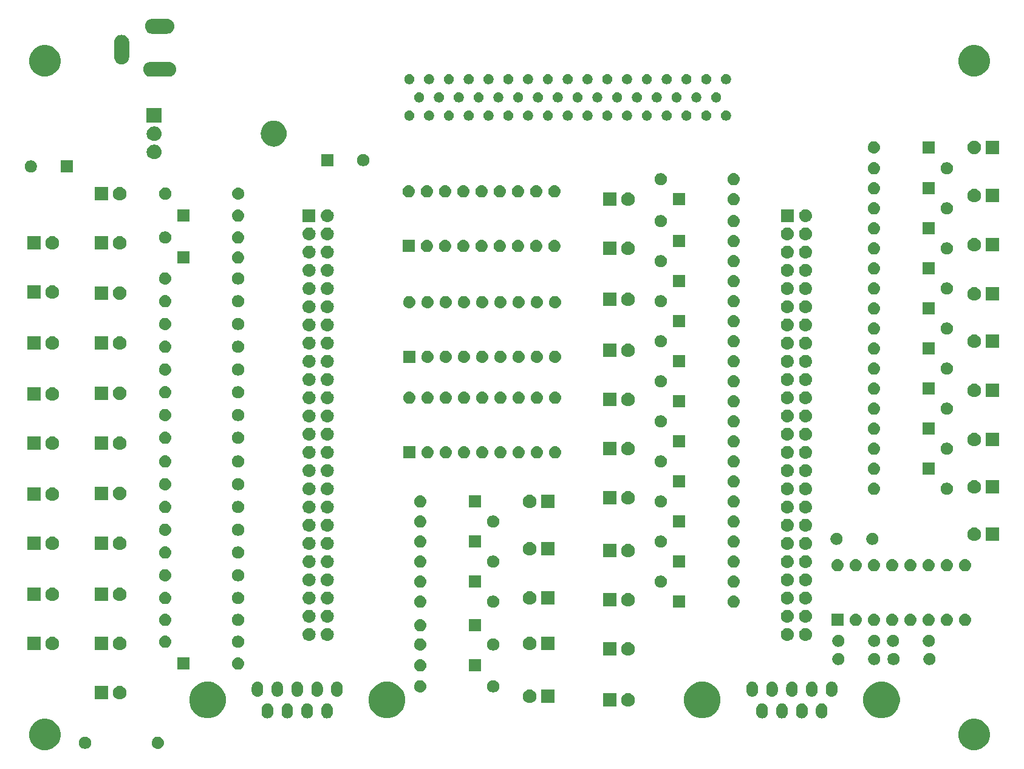
<source format=gbr>
G04 #@! TF.GenerationSoftware,KiCad,Pcbnew,5.0.2-bee76a0~70~ubuntu16.04.1*
G04 #@! TF.CreationDate,2020-12-08T16:48:18+01:00*
G04 #@! TF.ProjectId,IOSelectricControl,494f5365-6c65-4637-9472-6963436f6e74,rev?*
G04 #@! TF.SameCoordinates,Original*
G04 #@! TF.FileFunction,Soldermask,Top*
G04 #@! TF.FilePolarity,Negative*
%FSLAX46Y46*%
G04 Gerber Fmt 4.6, Leading zero omitted, Abs format (unit mm)*
G04 Created by KiCad (PCBNEW 5.0.2-bee76a0~70~ubuntu16.04.1) date tis  8 dec 2020 16:48:18*
%MOMM*%
%LPD*%
G01*
G04 APERTURE LIST*
%ADD10C,0.100000*%
G04 APERTURE END LIST*
D10*
G36*
X201302006Y-127423582D02*
X201702565Y-127589499D01*
X202063059Y-127830373D01*
X202369627Y-128136941D01*
X202610501Y-128497435D01*
X202776418Y-128897994D01*
X202861000Y-129323219D01*
X202861000Y-129756781D01*
X202776418Y-130182006D01*
X202610501Y-130582565D01*
X202369627Y-130943059D01*
X202063059Y-131249627D01*
X201702565Y-131490501D01*
X201302006Y-131656418D01*
X200876781Y-131741000D01*
X200443219Y-131741000D01*
X200017994Y-131656418D01*
X199617435Y-131490501D01*
X199256941Y-131249627D01*
X198950373Y-130943059D01*
X198709499Y-130582565D01*
X198543582Y-130182006D01*
X198459000Y-129756781D01*
X198459000Y-129323219D01*
X198543582Y-128897994D01*
X198709499Y-128497435D01*
X198950373Y-128136941D01*
X199256941Y-127830373D01*
X199617435Y-127589499D01*
X200017994Y-127423582D01*
X200443219Y-127339000D01*
X200876781Y-127339000D01*
X201302006Y-127423582D01*
X201302006Y-127423582D01*
G37*
G36*
X71762006Y-127423582D02*
X72162565Y-127589499D01*
X72523059Y-127830373D01*
X72829627Y-128136941D01*
X73070501Y-128497435D01*
X73236418Y-128897994D01*
X73321000Y-129323219D01*
X73321000Y-129756781D01*
X73236418Y-130182006D01*
X73070501Y-130582565D01*
X72829627Y-130943059D01*
X72523059Y-131249627D01*
X72162565Y-131490501D01*
X71762006Y-131656418D01*
X71336781Y-131741000D01*
X70903219Y-131741000D01*
X70477994Y-131656418D01*
X70077435Y-131490501D01*
X69716941Y-131249627D01*
X69410373Y-130943059D01*
X69169499Y-130582565D01*
X69003582Y-130182006D01*
X68919000Y-129756781D01*
X68919000Y-129323219D01*
X69003582Y-128897994D01*
X69169499Y-128497435D01*
X69410373Y-128136941D01*
X69716941Y-127830373D01*
X70077435Y-127589499D01*
X70477994Y-127423582D01*
X70903219Y-127339000D01*
X71336781Y-127339000D01*
X71762006Y-127423582D01*
X71762006Y-127423582D01*
G37*
G36*
X87034821Y-129844313D02*
X87034824Y-129844314D01*
X87034825Y-129844314D01*
X87195239Y-129892975D01*
X87195241Y-129892976D01*
X87195244Y-129892977D01*
X87343078Y-129971995D01*
X87472659Y-130078341D01*
X87579005Y-130207922D01*
X87658023Y-130355756D01*
X87658024Y-130355759D01*
X87658025Y-130355761D01*
X87706686Y-130516175D01*
X87706687Y-130516179D01*
X87723117Y-130683000D01*
X87706687Y-130849821D01*
X87706686Y-130849824D01*
X87706686Y-130849825D01*
X87678404Y-130943059D01*
X87658023Y-131010244D01*
X87579005Y-131158078D01*
X87472659Y-131287659D01*
X87343078Y-131394005D01*
X87195244Y-131473023D01*
X87195241Y-131473024D01*
X87195239Y-131473025D01*
X87034825Y-131521686D01*
X87034824Y-131521686D01*
X87034821Y-131521687D01*
X86909804Y-131534000D01*
X86826196Y-131534000D01*
X86701179Y-131521687D01*
X86701176Y-131521686D01*
X86701175Y-131521686D01*
X86540761Y-131473025D01*
X86540759Y-131473024D01*
X86540756Y-131473023D01*
X86392922Y-131394005D01*
X86263341Y-131287659D01*
X86156995Y-131158078D01*
X86077977Y-131010244D01*
X86057597Y-130943059D01*
X86029314Y-130849825D01*
X86029314Y-130849824D01*
X86029313Y-130849821D01*
X86012883Y-130683000D01*
X86029313Y-130516179D01*
X86029314Y-130516175D01*
X86077975Y-130355761D01*
X86077976Y-130355759D01*
X86077977Y-130355756D01*
X86156995Y-130207922D01*
X86263341Y-130078341D01*
X86392922Y-129971995D01*
X86540756Y-129892977D01*
X86540759Y-129892976D01*
X86540761Y-129892975D01*
X86701175Y-129844314D01*
X86701176Y-129844314D01*
X86701179Y-129844313D01*
X86826196Y-129832000D01*
X86909804Y-129832000D01*
X87034821Y-129844313D01*
X87034821Y-129844313D01*
G37*
G36*
X76956228Y-129864703D02*
X77111100Y-129928853D01*
X77250481Y-130021985D01*
X77369015Y-130140519D01*
X77462147Y-130279900D01*
X77526297Y-130434772D01*
X77559000Y-130599184D01*
X77559000Y-130766816D01*
X77526297Y-130931228D01*
X77462147Y-131086100D01*
X77369015Y-131225481D01*
X77250481Y-131344015D01*
X77111100Y-131437147D01*
X76956228Y-131501297D01*
X76791816Y-131534000D01*
X76624184Y-131534000D01*
X76459772Y-131501297D01*
X76304900Y-131437147D01*
X76165519Y-131344015D01*
X76046985Y-131225481D01*
X75953853Y-131086100D01*
X75889703Y-130931228D01*
X75857000Y-130766816D01*
X75857000Y-130599184D01*
X75889703Y-130434772D01*
X75953853Y-130279900D01*
X76046985Y-130140519D01*
X76165519Y-130021985D01*
X76304900Y-129928853D01*
X76459772Y-129864703D01*
X76624184Y-129832000D01*
X76791816Y-129832000D01*
X76956228Y-129864703D01*
X76956228Y-129864703D01*
G37*
G36*
X110611574Y-125194028D02*
X110712305Y-125224585D01*
X110762672Y-125239863D01*
X110809088Y-125264673D01*
X110901922Y-125314294D01*
X111023978Y-125414462D01*
X111124146Y-125536517D01*
X111173287Y-125628453D01*
X111198577Y-125675767D01*
X111213855Y-125726134D01*
X111244412Y-125826865D01*
X111256010Y-125944625D01*
X111256010Y-126521215D01*
X111244412Y-126638975D01*
X111213855Y-126739706D01*
X111198577Y-126790073D01*
X111173767Y-126836489D01*
X111124146Y-126929323D01*
X111023978Y-127051378D01*
X110901923Y-127151546D01*
X110809089Y-127201167D01*
X110762673Y-127225977D01*
X110712306Y-127241255D01*
X110611575Y-127271812D01*
X110454440Y-127287288D01*
X110297306Y-127271812D01*
X110196575Y-127241255D01*
X110146208Y-127225977D01*
X110099792Y-127201167D01*
X110006958Y-127151546D01*
X109884903Y-127051378D01*
X109784734Y-126929323D01*
X109710303Y-126790072D01*
X109664468Y-126638975D01*
X109652870Y-126521215D01*
X109652870Y-125944626D01*
X109664468Y-125826866D01*
X109710303Y-125675769D01*
X109710303Y-125675768D01*
X109735594Y-125628453D01*
X109784734Y-125536518D01*
X109884902Y-125414462D01*
X110006957Y-125314294D01*
X110099791Y-125264673D01*
X110146207Y-125239863D01*
X110196574Y-125224585D01*
X110297305Y-125194028D01*
X110454440Y-125178552D01*
X110611574Y-125194028D01*
X110611574Y-125194028D01*
G37*
G36*
X107840434Y-125194028D02*
X107941165Y-125224585D01*
X107991532Y-125239863D01*
X108037948Y-125264673D01*
X108130782Y-125314294D01*
X108252838Y-125414462D01*
X108353006Y-125536517D01*
X108402147Y-125628453D01*
X108427437Y-125675767D01*
X108442715Y-125726134D01*
X108473272Y-125826865D01*
X108484870Y-125944625D01*
X108484870Y-126521215D01*
X108473272Y-126638975D01*
X108442715Y-126739706D01*
X108427437Y-126790073D01*
X108402627Y-126836489D01*
X108353006Y-126929323D01*
X108252838Y-127051378D01*
X108130783Y-127151546D01*
X108037949Y-127201167D01*
X107991533Y-127225977D01*
X107941166Y-127241255D01*
X107840435Y-127271812D01*
X107683300Y-127287288D01*
X107526166Y-127271812D01*
X107425435Y-127241255D01*
X107375068Y-127225977D01*
X107328652Y-127201167D01*
X107235818Y-127151546D01*
X107113763Y-127051378D01*
X107013594Y-126929323D01*
X106939163Y-126790072D01*
X106893328Y-126638975D01*
X106881730Y-126521215D01*
X106881730Y-125944626D01*
X106893328Y-125826866D01*
X106939163Y-125675769D01*
X106939163Y-125675768D01*
X106964454Y-125628453D01*
X107013594Y-125536518D01*
X107113762Y-125414462D01*
X107235817Y-125314294D01*
X107328651Y-125264673D01*
X107375067Y-125239863D01*
X107425434Y-125224585D01*
X107526165Y-125194028D01*
X107683300Y-125178552D01*
X107840434Y-125194028D01*
X107840434Y-125194028D01*
G37*
G36*
X179572574Y-125194028D02*
X179673305Y-125224585D01*
X179723672Y-125239863D01*
X179770088Y-125264673D01*
X179862922Y-125314294D01*
X179984978Y-125414462D01*
X180085146Y-125536517D01*
X180134287Y-125628453D01*
X180159577Y-125675767D01*
X180174855Y-125726134D01*
X180205412Y-125826865D01*
X180217010Y-125944625D01*
X180217010Y-126521215D01*
X180205412Y-126638975D01*
X180174855Y-126739706D01*
X180159577Y-126790073D01*
X180134767Y-126836489D01*
X180085146Y-126929323D01*
X179984978Y-127051378D01*
X179862923Y-127151546D01*
X179770089Y-127201167D01*
X179723673Y-127225977D01*
X179673306Y-127241255D01*
X179572575Y-127271812D01*
X179415440Y-127287288D01*
X179258306Y-127271812D01*
X179157575Y-127241255D01*
X179107208Y-127225977D01*
X179060792Y-127201167D01*
X178967958Y-127151546D01*
X178845903Y-127051378D01*
X178745734Y-126929323D01*
X178671303Y-126790072D01*
X178625468Y-126638975D01*
X178613870Y-126521215D01*
X178613870Y-125944626D01*
X178625468Y-125826866D01*
X178671303Y-125675769D01*
X178671303Y-125675768D01*
X178696594Y-125628453D01*
X178745734Y-125536518D01*
X178845902Y-125414462D01*
X178967957Y-125314294D01*
X179060791Y-125264673D01*
X179107207Y-125239863D01*
X179157574Y-125224585D01*
X179258305Y-125194028D01*
X179415440Y-125178552D01*
X179572574Y-125194028D01*
X179572574Y-125194028D01*
G37*
G36*
X176801434Y-125194028D02*
X176902165Y-125224585D01*
X176952532Y-125239863D01*
X176998948Y-125264673D01*
X177091782Y-125314294D01*
X177213838Y-125414462D01*
X177314006Y-125536517D01*
X177363147Y-125628453D01*
X177388437Y-125675767D01*
X177403715Y-125726134D01*
X177434272Y-125826865D01*
X177445870Y-125944625D01*
X177445870Y-126521215D01*
X177434272Y-126638975D01*
X177403715Y-126739706D01*
X177388437Y-126790073D01*
X177363627Y-126836489D01*
X177314006Y-126929323D01*
X177213838Y-127051378D01*
X177091783Y-127151546D01*
X176998949Y-127201167D01*
X176952533Y-127225977D01*
X176902166Y-127241255D01*
X176801435Y-127271812D01*
X176644300Y-127287288D01*
X176487166Y-127271812D01*
X176386435Y-127241255D01*
X176336068Y-127225977D01*
X176289652Y-127201167D01*
X176196818Y-127151546D01*
X176074763Y-127051378D01*
X175974594Y-126929323D01*
X175900163Y-126790072D01*
X175854328Y-126638975D01*
X175842730Y-126521215D01*
X175842730Y-125944626D01*
X175854328Y-125826866D01*
X175900163Y-125675769D01*
X175900163Y-125675768D01*
X175925454Y-125628453D01*
X175974594Y-125536518D01*
X176074762Y-125414462D01*
X176196817Y-125314294D01*
X176289651Y-125264673D01*
X176336067Y-125239863D01*
X176386434Y-125224585D01*
X176487165Y-125194028D01*
X176644300Y-125178552D01*
X176801434Y-125194028D01*
X176801434Y-125194028D01*
G37*
G36*
X174032834Y-125194028D02*
X174133565Y-125224585D01*
X174183932Y-125239863D01*
X174230348Y-125264673D01*
X174323182Y-125314294D01*
X174445238Y-125414462D01*
X174545406Y-125536517D01*
X174594547Y-125628453D01*
X174619837Y-125675767D01*
X174635115Y-125726134D01*
X174665672Y-125826865D01*
X174677270Y-125944625D01*
X174677270Y-126521215D01*
X174665672Y-126638975D01*
X174635115Y-126739706D01*
X174619837Y-126790073D01*
X174595027Y-126836489D01*
X174545406Y-126929323D01*
X174445238Y-127051378D01*
X174323183Y-127151546D01*
X174230349Y-127201167D01*
X174183933Y-127225977D01*
X174133566Y-127241255D01*
X174032835Y-127271812D01*
X173875700Y-127287288D01*
X173718566Y-127271812D01*
X173617835Y-127241255D01*
X173567468Y-127225977D01*
X173521052Y-127201167D01*
X173428218Y-127151546D01*
X173306163Y-127051378D01*
X173205994Y-126929323D01*
X173131563Y-126790072D01*
X173085728Y-126638975D01*
X173074130Y-126521215D01*
X173074130Y-125944626D01*
X173085728Y-125826866D01*
X173131563Y-125675769D01*
X173131563Y-125675768D01*
X173156854Y-125628453D01*
X173205994Y-125536518D01*
X173306162Y-125414462D01*
X173428217Y-125314294D01*
X173521051Y-125264673D01*
X173567467Y-125239863D01*
X173617834Y-125224585D01*
X173718565Y-125194028D01*
X173875700Y-125178552D01*
X174032834Y-125194028D01*
X174032834Y-125194028D01*
G37*
G36*
X102300694Y-125194028D02*
X102401425Y-125224585D01*
X102451792Y-125239863D01*
X102498208Y-125264673D01*
X102591042Y-125314294D01*
X102713098Y-125414462D01*
X102813266Y-125536517D01*
X102862407Y-125628453D01*
X102887697Y-125675767D01*
X102902975Y-125726134D01*
X102933532Y-125826865D01*
X102945130Y-125944625D01*
X102945130Y-126521215D01*
X102933532Y-126638975D01*
X102902975Y-126739706D01*
X102887697Y-126790073D01*
X102862887Y-126836489D01*
X102813266Y-126929323D01*
X102713098Y-127051378D01*
X102591043Y-127151546D01*
X102498209Y-127201167D01*
X102451793Y-127225977D01*
X102401426Y-127241255D01*
X102300695Y-127271812D01*
X102143560Y-127287288D01*
X101986426Y-127271812D01*
X101885695Y-127241255D01*
X101835328Y-127225977D01*
X101788912Y-127201167D01*
X101696078Y-127151546D01*
X101574023Y-127051378D01*
X101473854Y-126929323D01*
X101399423Y-126790072D01*
X101353588Y-126638975D01*
X101341990Y-126521215D01*
X101341990Y-125944626D01*
X101353588Y-125826866D01*
X101399423Y-125675769D01*
X101399423Y-125675768D01*
X101424714Y-125628453D01*
X101473854Y-125536518D01*
X101574022Y-125414462D01*
X101696077Y-125314294D01*
X101788911Y-125264673D01*
X101835327Y-125239863D01*
X101885694Y-125224585D01*
X101986425Y-125194028D01*
X102143560Y-125178552D01*
X102300694Y-125194028D01*
X102300694Y-125194028D01*
G37*
G36*
X105071834Y-125194028D02*
X105172565Y-125224585D01*
X105222932Y-125239863D01*
X105269348Y-125264673D01*
X105362182Y-125314294D01*
X105484238Y-125414462D01*
X105584406Y-125536517D01*
X105633547Y-125628453D01*
X105658837Y-125675767D01*
X105674115Y-125726134D01*
X105704672Y-125826865D01*
X105716270Y-125944625D01*
X105716270Y-126521215D01*
X105704672Y-126638975D01*
X105674115Y-126739706D01*
X105658837Y-126790073D01*
X105634027Y-126836489D01*
X105584406Y-126929323D01*
X105484238Y-127051378D01*
X105362183Y-127151546D01*
X105269349Y-127201167D01*
X105222933Y-127225977D01*
X105172566Y-127241255D01*
X105071835Y-127271812D01*
X104914700Y-127287288D01*
X104757566Y-127271812D01*
X104656835Y-127241255D01*
X104606468Y-127225977D01*
X104560052Y-127201167D01*
X104467218Y-127151546D01*
X104345163Y-127051378D01*
X104244994Y-126929323D01*
X104170563Y-126790072D01*
X104124728Y-126638975D01*
X104113130Y-126521215D01*
X104113130Y-125944626D01*
X104124728Y-125826866D01*
X104170563Y-125675769D01*
X104170563Y-125675768D01*
X104195854Y-125628453D01*
X104244994Y-125536518D01*
X104345162Y-125414462D01*
X104467217Y-125314294D01*
X104560051Y-125264673D01*
X104606467Y-125239863D01*
X104656834Y-125224585D01*
X104757565Y-125194028D01*
X104914700Y-125178552D01*
X105071834Y-125194028D01*
X105071834Y-125194028D01*
G37*
G36*
X171261694Y-125194028D02*
X171362425Y-125224585D01*
X171412792Y-125239863D01*
X171459208Y-125264673D01*
X171552042Y-125314294D01*
X171674098Y-125414462D01*
X171774266Y-125536517D01*
X171823407Y-125628453D01*
X171848697Y-125675767D01*
X171863975Y-125726134D01*
X171894532Y-125826865D01*
X171906130Y-125944625D01*
X171906130Y-126521215D01*
X171894532Y-126638975D01*
X171863975Y-126739706D01*
X171848697Y-126790073D01*
X171823887Y-126836489D01*
X171774266Y-126929323D01*
X171674098Y-127051378D01*
X171552043Y-127151546D01*
X171459209Y-127201167D01*
X171412793Y-127225977D01*
X171362426Y-127241255D01*
X171261695Y-127271812D01*
X171104560Y-127287288D01*
X170947426Y-127271812D01*
X170846695Y-127241255D01*
X170796328Y-127225977D01*
X170749912Y-127201167D01*
X170657078Y-127151546D01*
X170535023Y-127051378D01*
X170434854Y-126929323D01*
X170360423Y-126790072D01*
X170314588Y-126638975D01*
X170302990Y-126521215D01*
X170302990Y-125944626D01*
X170314588Y-125826866D01*
X170360423Y-125675769D01*
X170360423Y-125675768D01*
X170385714Y-125628453D01*
X170434854Y-125536518D01*
X170535022Y-125414462D01*
X170657077Y-125314294D01*
X170749911Y-125264673D01*
X170796327Y-125239863D01*
X170846694Y-125224585D01*
X170947425Y-125194028D01*
X171104560Y-125178552D01*
X171261694Y-125194028D01*
X171261694Y-125194028D01*
G37*
G36*
X119537542Y-122260427D02*
X120001909Y-122452774D01*
X120419832Y-122732022D01*
X120775238Y-123087428D01*
X121054486Y-123505351D01*
X121246833Y-123969718D01*
X121344890Y-124462685D01*
X121344890Y-124965315D01*
X121246833Y-125458282D01*
X121054486Y-125922649D01*
X120775238Y-126340572D01*
X120419832Y-126695978D01*
X120001909Y-126975226D01*
X119537542Y-127167573D01*
X119044575Y-127265630D01*
X118541945Y-127265630D01*
X118048978Y-127167573D01*
X117584611Y-126975226D01*
X117166688Y-126695978D01*
X116811282Y-126340572D01*
X116532034Y-125922649D01*
X116339687Y-125458282D01*
X116241630Y-124965315D01*
X116241630Y-124462685D01*
X116339687Y-123969718D01*
X116532034Y-123505351D01*
X116811282Y-123087428D01*
X117166688Y-122732022D01*
X117584611Y-122452774D01*
X118048978Y-122260427D01*
X118541945Y-122162370D01*
X119044575Y-122162370D01*
X119537542Y-122260427D01*
X119537542Y-122260427D01*
G37*
G36*
X94549022Y-122260427D02*
X95013389Y-122452774D01*
X95431312Y-122732022D01*
X95786718Y-123087428D01*
X96065966Y-123505351D01*
X96258313Y-123969718D01*
X96356370Y-124462685D01*
X96356370Y-124965315D01*
X96258313Y-125458282D01*
X96065966Y-125922649D01*
X95786718Y-126340572D01*
X95431312Y-126695978D01*
X95013389Y-126975226D01*
X94549022Y-127167573D01*
X94056055Y-127265630D01*
X93553425Y-127265630D01*
X93060458Y-127167573D01*
X92596091Y-126975226D01*
X92178168Y-126695978D01*
X91822762Y-126340572D01*
X91543514Y-125922649D01*
X91351167Y-125458282D01*
X91253110Y-124965315D01*
X91253110Y-124462685D01*
X91351167Y-123969718D01*
X91543514Y-123505351D01*
X91822762Y-123087428D01*
X92178168Y-122732022D01*
X92596091Y-122452774D01*
X93060458Y-122260427D01*
X93553425Y-122162370D01*
X94056055Y-122162370D01*
X94549022Y-122260427D01*
X94549022Y-122260427D01*
G37*
G36*
X188498542Y-122260427D02*
X188962909Y-122452774D01*
X189380832Y-122732022D01*
X189736238Y-123087428D01*
X190015486Y-123505351D01*
X190207833Y-123969718D01*
X190305890Y-124462685D01*
X190305890Y-124965315D01*
X190207833Y-125458282D01*
X190015486Y-125922649D01*
X189736238Y-126340572D01*
X189380832Y-126695978D01*
X188962909Y-126975226D01*
X188498542Y-127167573D01*
X188005575Y-127265630D01*
X187502945Y-127265630D01*
X187009978Y-127167573D01*
X186545611Y-126975226D01*
X186127688Y-126695978D01*
X185772282Y-126340572D01*
X185493034Y-125922649D01*
X185300687Y-125458282D01*
X185202630Y-124965315D01*
X185202630Y-124462685D01*
X185300687Y-123969718D01*
X185493034Y-123505351D01*
X185772282Y-123087428D01*
X186127688Y-122732022D01*
X186545611Y-122452774D01*
X187009978Y-122260427D01*
X187502945Y-122162370D01*
X188005575Y-122162370D01*
X188498542Y-122260427D01*
X188498542Y-122260427D01*
G37*
G36*
X163510022Y-122260427D02*
X163974389Y-122452774D01*
X164392312Y-122732022D01*
X164747718Y-123087428D01*
X165026966Y-123505351D01*
X165219313Y-123969718D01*
X165317370Y-124462685D01*
X165317370Y-124965315D01*
X165219313Y-125458282D01*
X165026966Y-125922649D01*
X164747718Y-126340572D01*
X164392312Y-126695978D01*
X163974389Y-126975226D01*
X163510022Y-127167573D01*
X163017055Y-127265630D01*
X162514425Y-127265630D01*
X162021458Y-127167573D01*
X161557091Y-126975226D01*
X161139168Y-126695978D01*
X160783762Y-126340572D01*
X160504514Y-125922649D01*
X160312167Y-125458282D01*
X160214110Y-124965315D01*
X160214110Y-124462685D01*
X160312167Y-123969718D01*
X160504514Y-123505351D01*
X160783762Y-123087428D01*
X161139168Y-122732022D01*
X161557091Y-122452774D01*
X162021458Y-122260427D01*
X162514425Y-122162370D01*
X163017055Y-122162370D01*
X163510022Y-122260427D01*
X163510022Y-122260427D01*
G37*
G36*
X150811000Y-125665000D02*
X148909000Y-125665000D01*
X148909000Y-123763000D01*
X150811000Y-123763000D01*
X150811000Y-125665000D01*
X150811000Y-125665000D01*
G37*
G36*
X152677396Y-123799546D02*
X152850466Y-123871234D01*
X153006230Y-123975312D01*
X153138688Y-124107770D01*
X153242766Y-124263534D01*
X153314454Y-124436604D01*
X153351000Y-124620333D01*
X153351000Y-124807667D01*
X153314454Y-124991396D01*
X153242766Y-125164466D01*
X153138688Y-125320230D01*
X153006230Y-125452688D01*
X152850466Y-125556766D01*
X152677396Y-125628454D01*
X152493667Y-125665000D01*
X152306333Y-125665000D01*
X152122604Y-125628454D01*
X151949534Y-125556766D01*
X151793770Y-125452688D01*
X151661312Y-125320230D01*
X151557234Y-125164466D01*
X151485546Y-124991396D01*
X151449000Y-124807667D01*
X151449000Y-124620333D01*
X151485546Y-124436604D01*
X151557234Y-124263534D01*
X151661312Y-124107770D01*
X151793770Y-123975312D01*
X151949534Y-123871234D01*
X152122604Y-123799546D01*
X152306333Y-123763000D01*
X152493667Y-123763000D01*
X152677396Y-123799546D01*
X152677396Y-123799546D01*
G37*
G36*
X142175000Y-125157000D02*
X140273000Y-125157000D01*
X140273000Y-123255000D01*
X142175000Y-123255000D01*
X142175000Y-125157000D01*
X142175000Y-125157000D01*
G37*
G36*
X138961396Y-123291546D02*
X139134466Y-123363234D01*
X139290230Y-123467312D01*
X139422688Y-123599770D01*
X139526766Y-123755534D01*
X139598454Y-123928604D01*
X139635000Y-124112333D01*
X139635000Y-124299667D01*
X139598454Y-124483396D01*
X139526766Y-124656466D01*
X139422688Y-124812230D01*
X139290230Y-124944688D01*
X139134466Y-125048766D01*
X138961396Y-125120454D01*
X138777667Y-125157000D01*
X138590333Y-125157000D01*
X138406604Y-125120454D01*
X138233534Y-125048766D01*
X138077770Y-124944688D01*
X137945312Y-124812230D01*
X137841234Y-124656466D01*
X137769546Y-124483396D01*
X137733000Y-124299667D01*
X137733000Y-124112333D01*
X137769546Y-123928604D01*
X137841234Y-123755534D01*
X137945312Y-123599770D01*
X138077770Y-123467312D01*
X138233534Y-123363234D01*
X138406604Y-123291546D01*
X138590333Y-123255000D01*
X138777667Y-123255000D01*
X138961396Y-123291546D01*
X138961396Y-123291546D01*
G37*
G36*
X81811396Y-122783546D02*
X81984466Y-122855234D01*
X82140230Y-122959312D01*
X82272688Y-123091770D01*
X82376766Y-123247534D01*
X82448454Y-123420604D01*
X82485000Y-123604333D01*
X82485000Y-123791667D01*
X82448454Y-123975396D01*
X82376766Y-124148466D01*
X82272688Y-124304230D01*
X82140230Y-124436688D01*
X81984466Y-124540766D01*
X81811396Y-124612454D01*
X81627667Y-124649000D01*
X81440333Y-124649000D01*
X81256604Y-124612454D01*
X81083534Y-124540766D01*
X80927770Y-124436688D01*
X80795312Y-124304230D01*
X80691234Y-124148466D01*
X80619546Y-123975396D01*
X80583000Y-123791667D01*
X80583000Y-123604333D01*
X80619546Y-123420604D01*
X80691234Y-123247534D01*
X80795312Y-123091770D01*
X80927770Y-122959312D01*
X81083534Y-122855234D01*
X81256604Y-122783546D01*
X81440333Y-122747000D01*
X81627667Y-122747000D01*
X81811396Y-122783546D01*
X81811396Y-122783546D01*
G37*
G36*
X79945000Y-124649000D02*
X78043000Y-124649000D01*
X78043000Y-122747000D01*
X79945000Y-122747000D01*
X79945000Y-124649000D01*
X79945000Y-124649000D01*
G37*
G36*
X172645994Y-122156188D02*
X172746725Y-122186745D01*
X172797092Y-122202023D01*
X172843508Y-122226833D01*
X172936342Y-122276454D01*
X173058398Y-122376622D01*
X173158566Y-122498677D01*
X173191756Y-122560772D01*
X173232997Y-122637927D01*
X173234287Y-122642179D01*
X173278832Y-122789025D01*
X173290430Y-122906785D01*
X173290430Y-123483375D01*
X173278832Y-123601135D01*
X173260975Y-123660000D01*
X173232997Y-123752233D01*
X173211920Y-123791665D01*
X173158566Y-123891483D01*
X173058398Y-124013538D01*
X172936343Y-124113706D01*
X172843509Y-124163327D01*
X172797093Y-124188137D01*
X172746726Y-124203415D01*
X172645995Y-124233972D01*
X172488860Y-124249448D01*
X172331726Y-124233972D01*
X172230995Y-124203415D01*
X172180628Y-124188137D01*
X172134212Y-124163327D01*
X172041378Y-124113706D01*
X171919323Y-124013538D01*
X171819154Y-123891483D01*
X171744723Y-123752232D01*
X171698888Y-123601135D01*
X171687290Y-123483375D01*
X171687290Y-122906786D01*
X171698888Y-122789026D01*
X171729445Y-122688295D01*
X171744723Y-122637928D01*
X171769533Y-122591512D01*
X171819154Y-122498678D01*
X171919322Y-122376622D01*
X172041377Y-122276454D01*
X172134211Y-122226833D01*
X172180627Y-122202023D01*
X172230994Y-122186745D01*
X172331725Y-122156188D01*
X172488860Y-122140712D01*
X172645994Y-122156188D01*
X172645994Y-122156188D01*
G37*
G36*
X175417134Y-122156188D02*
X175517865Y-122186745D01*
X175568232Y-122202023D01*
X175614648Y-122226833D01*
X175707482Y-122276454D01*
X175829538Y-122376622D01*
X175929706Y-122498677D01*
X175962896Y-122560772D01*
X176004137Y-122637927D01*
X176005427Y-122642179D01*
X176049972Y-122789025D01*
X176061570Y-122906785D01*
X176061570Y-123483375D01*
X176049972Y-123601135D01*
X176032115Y-123660000D01*
X176004137Y-123752233D01*
X175983060Y-123791665D01*
X175929706Y-123891483D01*
X175829538Y-124013538D01*
X175707483Y-124113706D01*
X175614649Y-124163327D01*
X175568233Y-124188137D01*
X175517866Y-124203415D01*
X175417135Y-124233972D01*
X175260000Y-124249448D01*
X175102866Y-124233972D01*
X175002135Y-124203415D01*
X174951768Y-124188137D01*
X174905352Y-124163327D01*
X174812518Y-124113706D01*
X174690463Y-124013538D01*
X174590294Y-123891483D01*
X174515863Y-123752232D01*
X174470028Y-123601135D01*
X174458430Y-123483375D01*
X174458430Y-122906786D01*
X174470028Y-122789026D01*
X174500585Y-122688295D01*
X174515863Y-122637928D01*
X174540673Y-122591512D01*
X174590294Y-122498678D01*
X174690462Y-122376622D01*
X174812517Y-122276454D01*
X174905351Y-122226833D01*
X174951767Y-122202023D01*
X175002134Y-122186745D01*
X175102865Y-122156188D01*
X175260000Y-122140712D01*
X175417134Y-122156188D01*
X175417134Y-122156188D01*
G37*
G36*
X103684994Y-122156188D02*
X103785725Y-122186745D01*
X103836092Y-122202023D01*
X103882508Y-122226833D01*
X103975342Y-122276454D01*
X104097398Y-122376622D01*
X104197566Y-122498677D01*
X104230756Y-122560772D01*
X104271997Y-122637927D01*
X104273287Y-122642179D01*
X104317832Y-122789025D01*
X104329430Y-122906785D01*
X104329430Y-123483375D01*
X104317832Y-123601135D01*
X104299975Y-123660000D01*
X104271997Y-123752233D01*
X104250920Y-123791665D01*
X104197566Y-123891483D01*
X104097398Y-124013538D01*
X103975343Y-124113706D01*
X103882509Y-124163327D01*
X103836093Y-124188137D01*
X103785726Y-124203415D01*
X103684995Y-124233972D01*
X103527860Y-124249448D01*
X103370726Y-124233972D01*
X103269995Y-124203415D01*
X103219628Y-124188137D01*
X103173212Y-124163327D01*
X103080378Y-124113706D01*
X102958323Y-124013538D01*
X102858154Y-123891483D01*
X102783723Y-123752232D01*
X102737888Y-123601135D01*
X102726290Y-123483375D01*
X102726290Y-122906786D01*
X102737888Y-122789026D01*
X102768445Y-122688295D01*
X102783723Y-122637928D01*
X102808533Y-122591512D01*
X102858154Y-122498678D01*
X102958322Y-122376622D01*
X103080377Y-122276454D01*
X103173211Y-122226833D01*
X103219627Y-122202023D01*
X103269994Y-122186745D01*
X103370725Y-122156188D01*
X103527860Y-122140712D01*
X103684994Y-122156188D01*
X103684994Y-122156188D01*
G37*
G36*
X111995874Y-122156188D02*
X112096605Y-122186745D01*
X112146972Y-122202023D01*
X112193388Y-122226833D01*
X112286222Y-122276454D01*
X112408278Y-122376622D01*
X112508446Y-122498677D01*
X112541636Y-122560772D01*
X112582877Y-122637927D01*
X112584167Y-122642179D01*
X112628712Y-122789025D01*
X112640310Y-122906785D01*
X112640310Y-123483375D01*
X112628712Y-123601135D01*
X112610855Y-123660000D01*
X112582877Y-123752233D01*
X112561800Y-123791665D01*
X112508446Y-123891483D01*
X112408278Y-124013538D01*
X112286223Y-124113706D01*
X112193389Y-124163327D01*
X112146973Y-124188137D01*
X112096606Y-124203415D01*
X111995875Y-124233972D01*
X111838740Y-124249448D01*
X111681606Y-124233972D01*
X111580875Y-124203415D01*
X111530508Y-124188137D01*
X111484092Y-124163327D01*
X111391258Y-124113706D01*
X111269203Y-124013538D01*
X111169034Y-123891483D01*
X111094603Y-123752232D01*
X111048768Y-123601135D01*
X111037170Y-123483375D01*
X111037170Y-122906786D01*
X111048768Y-122789026D01*
X111079325Y-122688295D01*
X111094603Y-122637928D01*
X111119413Y-122591512D01*
X111169034Y-122498678D01*
X111269202Y-122376622D01*
X111391257Y-122276454D01*
X111484091Y-122226833D01*
X111530507Y-122202023D01*
X111580874Y-122186745D01*
X111681605Y-122156188D01*
X111838740Y-122140712D01*
X111995874Y-122156188D01*
X111995874Y-122156188D01*
G37*
G36*
X109227274Y-122156188D02*
X109328005Y-122186745D01*
X109378372Y-122202023D01*
X109424788Y-122226833D01*
X109517622Y-122276454D01*
X109639678Y-122376622D01*
X109739846Y-122498677D01*
X109773036Y-122560772D01*
X109814277Y-122637927D01*
X109815567Y-122642179D01*
X109860112Y-122789025D01*
X109871710Y-122906785D01*
X109871710Y-123483375D01*
X109860112Y-123601135D01*
X109842255Y-123660000D01*
X109814277Y-123752233D01*
X109793200Y-123791665D01*
X109739846Y-123891483D01*
X109639678Y-124013538D01*
X109517623Y-124113706D01*
X109424789Y-124163327D01*
X109378373Y-124188137D01*
X109328006Y-124203415D01*
X109227275Y-124233972D01*
X109070140Y-124249448D01*
X108913006Y-124233972D01*
X108812275Y-124203415D01*
X108761908Y-124188137D01*
X108715492Y-124163327D01*
X108622658Y-124113706D01*
X108500603Y-124013538D01*
X108400434Y-123891483D01*
X108326003Y-123752232D01*
X108280168Y-123601135D01*
X108268570Y-123483375D01*
X108268570Y-122906786D01*
X108280168Y-122789026D01*
X108310725Y-122688295D01*
X108326003Y-122637928D01*
X108350813Y-122591512D01*
X108400434Y-122498678D01*
X108500602Y-122376622D01*
X108622657Y-122276454D01*
X108715491Y-122226833D01*
X108761907Y-122202023D01*
X108812274Y-122186745D01*
X108913005Y-122156188D01*
X109070140Y-122140712D01*
X109227274Y-122156188D01*
X109227274Y-122156188D01*
G37*
G36*
X106456134Y-122156188D02*
X106556865Y-122186745D01*
X106607232Y-122202023D01*
X106653648Y-122226833D01*
X106746482Y-122276454D01*
X106868538Y-122376622D01*
X106968706Y-122498677D01*
X107001896Y-122560772D01*
X107043137Y-122637927D01*
X107044427Y-122642179D01*
X107088972Y-122789025D01*
X107100570Y-122906785D01*
X107100570Y-123483375D01*
X107088972Y-123601135D01*
X107071115Y-123660000D01*
X107043137Y-123752233D01*
X107022060Y-123791665D01*
X106968706Y-123891483D01*
X106868538Y-124013538D01*
X106746483Y-124113706D01*
X106653649Y-124163327D01*
X106607233Y-124188137D01*
X106556866Y-124203415D01*
X106456135Y-124233972D01*
X106299000Y-124249448D01*
X106141866Y-124233972D01*
X106041135Y-124203415D01*
X105990768Y-124188137D01*
X105944352Y-124163327D01*
X105851518Y-124113706D01*
X105729463Y-124013538D01*
X105629294Y-123891483D01*
X105554863Y-123752232D01*
X105509028Y-123601135D01*
X105497430Y-123483375D01*
X105497430Y-122906786D01*
X105509028Y-122789026D01*
X105539585Y-122688295D01*
X105554863Y-122637928D01*
X105579673Y-122591512D01*
X105629294Y-122498678D01*
X105729462Y-122376622D01*
X105851517Y-122276454D01*
X105944351Y-122226833D01*
X105990767Y-122202023D01*
X106041134Y-122186745D01*
X106141865Y-122156188D01*
X106299000Y-122140712D01*
X106456134Y-122156188D01*
X106456134Y-122156188D01*
G37*
G36*
X180956874Y-122156188D02*
X181057605Y-122186745D01*
X181107972Y-122202023D01*
X181154388Y-122226833D01*
X181247222Y-122276454D01*
X181369278Y-122376622D01*
X181469446Y-122498677D01*
X181502636Y-122560772D01*
X181543877Y-122637927D01*
X181545167Y-122642179D01*
X181589712Y-122789025D01*
X181601310Y-122906785D01*
X181601310Y-123483375D01*
X181589712Y-123601135D01*
X181571855Y-123660000D01*
X181543877Y-123752233D01*
X181522800Y-123791665D01*
X181469446Y-123891483D01*
X181369278Y-124013538D01*
X181247223Y-124113706D01*
X181154389Y-124163327D01*
X181107973Y-124188137D01*
X181057606Y-124203415D01*
X180956875Y-124233972D01*
X180799740Y-124249448D01*
X180642606Y-124233972D01*
X180541875Y-124203415D01*
X180491508Y-124188137D01*
X180445092Y-124163327D01*
X180352258Y-124113706D01*
X180230203Y-124013538D01*
X180130034Y-123891483D01*
X180055603Y-123752232D01*
X180009768Y-123601135D01*
X179998170Y-123483375D01*
X179998170Y-122906786D01*
X180009768Y-122789026D01*
X180040325Y-122688295D01*
X180055603Y-122637928D01*
X180080413Y-122591512D01*
X180130034Y-122498678D01*
X180230202Y-122376622D01*
X180352257Y-122276454D01*
X180445091Y-122226833D01*
X180491507Y-122202023D01*
X180541874Y-122186745D01*
X180642605Y-122156188D01*
X180799740Y-122140712D01*
X180956874Y-122156188D01*
X180956874Y-122156188D01*
G37*
G36*
X169877394Y-122156188D02*
X169978125Y-122186745D01*
X170028492Y-122202023D01*
X170074908Y-122226833D01*
X170167742Y-122276454D01*
X170289798Y-122376622D01*
X170389966Y-122498677D01*
X170423156Y-122560772D01*
X170464397Y-122637927D01*
X170465687Y-122642179D01*
X170510232Y-122789025D01*
X170521830Y-122906785D01*
X170521830Y-123483375D01*
X170510232Y-123601135D01*
X170492375Y-123660000D01*
X170464397Y-123752233D01*
X170443320Y-123791665D01*
X170389966Y-123891483D01*
X170289798Y-124013538D01*
X170167743Y-124113706D01*
X170074909Y-124163327D01*
X170028493Y-124188137D01*
X169978126Y-124203415D01*
X169877395Y-124233972D01*
X169720260Y-124249448D01*
X169563126Y-124233972D01*
X169462395Y-124203415D01*
X169412028Y-124188137D01*
X169365612Y-124163327D01*
X169272778Y-124113706D01*
X169150723Y-124013538D01*
X169050554Y-123891483D01*
X168976123Y-123752232D01*
X168930288Y-123601135D01*
X168918690Y-123483375D01*
X168918690Y-122906786D01*
X168930288Y-122789026D01*
X168960845Y-122688295D01*
X168976123Y-122637928D01*
X169000933Y-122591512D01*
X169050554Y-122498678D01*
X169150722Y-122376622D01*
X169272777Y-122276454D01*
X169365611Y-122226833D01*
X169412027Y-122202023D01*
X169462394Y-122186745D01*
X169563125Y-122156188D01*
X169720260Y-122140712D01*
X169877394Y-122156188D01*
X169877394Y-122156188D01*
G37*
G36*
X178188274Y-122156188D02*
X178289005Y-122186745D01*
X178339372Y-122202023D01*
X178385788Y-122226833D01*
X178478622Y-122276454D01*
X178600678Y-122376622D01*
X178700846Y-122498677D01*
X178734036Y-122560772D01*
X178775277Y-122637927D01*
X178776567Y-122642179D01*
X178821112Y-122789025D01*
X178832710Y-122906785D01*
X178832710Y-123483375D01*
X178821112Y-123601135D01*
X178803255Y-123660000D01*
X178775277Y-123752233D01*
X178754200Y-123791665D01*
X178700846Y-123891483D01*
X178600678Y-124013538D01*
X178478623Y-124113706D01*
X178385789Y-124163327D01*
X178339373Y-124188137D01*
X178289006Y-124203415D01*
X178188275Y-124233972D01*
X178031140Y-124249448D01*
X177874006Y-124233972D01*
X177773275Y-124203415D01*
X177722908Y-124188137D01*
X177676492Y-124163327D01*
X177583658Y-124113706D01*
X177461603Y-124013538D01*
X177361434Y-123891483D01*
X177287003Y-123752232D01*
X177241168Y-123601135D01*
X177229570Y-123483375D01*
X177229570Y-122906786D01*
X177241168Y-122789026D01*
X177271725Y-122688295D01*
X177287003Y-122637928D01*
X177311813Y-122591512D01*
X177361434Y-122498678D01*
X177461602Y-122376622D01*
X177583657Y-122276454D01*
X177676491Y-122226833D01*
X177722907Y-122202023D01*
X177773274Y-122186745D01*
X177874005Y-122156188D01*
X178031140Y-122140712D01*
X178188274Y-122156188D01*
X178188274Y-122156188D01*
G37*
G36*
X100916394Y-122156188D02*
X101017125Y-122186745D01*
X101067492Y-122202023D01*
X101113908Y-122226833D01*
X101206742Y-122276454D01*
X101328798Y-122376622D01*
X101428966Y-122498677D01*
X101462156Y-122560772D01*
X101503397Y-122637927D01*
X101504687Y-122642179D01*
X101549232Y-122789025D01*
X101560830Y-122906785D01*
X101560830Y-123483375D01*
X101549232Y-123601135D01*
X101531375Y-123660000D01*
X101503397Y-123752233D01*
X101482320Y-123791665D01*
X101428966Y-123891483D01*
X101328798Y-124013538D01*
X101206743Y-124113706D01*
X101113909Y-124163327D01*
X101067493Y-124188137D01*
X101017126Y-124203415D01*
X100916395Y-124233972D01*
X100759260Y-124249448D01*
X100602126Y-124233972D01*
X100501395Y-124203415D01*
X100451028Y-124188137D01*
X100404612Y-124163327D01*
X100311778Y-124113706D01*
X100189723Y-124013538D01*
X100089554Y-123891483D01*
X100015123Y-123752232D01*
X99969288Y-123601135D01*
X99957690Y-123483375D01*
X99957690Y-122906786D01*
X99969288Y-122789026D01*
X99999845Y-122688295D01*
X100015123Y-122637928D01*
X100039933Y-122591512D01*
X100089554Y-122498678D01*
X100189722Y-122376622D01*
X100311777Y-122276454D01*
X100404611Y-122226833D01*
X100451027Y-122202023D01*
X100501394Y-122186745D01*
X100602125Y-122156188D01*
X100759260Y-122140712D01*
X100916394Y-122156188D01*
X100916394Y-122156188D01*
G37*
G36*
X123610821Y-121970313D02*
X123610824Y-121970314D01*
X123610825Y-121970314D01*
X123771239Y-122018975D01*
X123771241Y-122018976D01*
X123771244Y-122018977D01*
X123919078Y-122097995D01*
X124048659Y-122204341D01*
X124155005Y-122333922D01*
X124234023Y-122481756D01*
X124234024Y-122481759D01*
X124234025Y-122481761D01*
X124281398Y-122637929D01*
X124282687Y-122642179D01*
X124299117Y-122809000D01*
X124282687Y-122975821D01*
X124282686Y-122975824D01*
X124282686Y-122975825D01*
X124247514Y-123091773D01*
X124234023Y-123136244D01*
X124155005Y-123284078D01*
X124048659Y-123413659D01*
X123919078Y-123520005D01*
X123771244Y-123599023D01*
X123771241Y-123599024D01*
X123771239Y-123599025D01*
X123610825Y-123647686D01*
X123610824Y-123647686D01*
X123610821Y-123647687D01*
X123485804Y-123660000D01*
X123402196Y-123660000D01*
X123277179Y-123647687D01*
X123277176Y-123647686D01*
X123277175Y-123647686D01*
X123116761Y-123599025D01*
X123116759Y-123599024D01*
X123116756Y-123599023D01*
X122968922Y-123520005D01*
X122839341Y-123413659D01*
X122732995Y-123284078D01*
X122653977Y-123136244D01*
X122640487Y-123091773D01*
X122605314Y-122975825D01*
X122605314Y-122975824D01*
X122605313Y-122975821D01*
X122588883Y-122809000D01*
X122605313Y-122642179D01*
X122606602Y-122637929D01*
X122653975Y-122481761D01*
X122653976Y-122481759D01*
X122653977Y-122481756D01*
X122732995Y-122333922D01*
X122839341Y-122204341D01*
X122968922Y-122097995D01*
X123116756Y-122018977D01*
X123116759Y-122018976D01*
X123116761Y-122018975D01*
X123277175Y-121970314D01*
X123277176Y-121970314D01*
X123277179Y-121970313D01*
X123402196Y-121958000D01*
X123485804Y-121958000D01*
X123610821Y-121970313D01*
X123610821Y-121970313D01*
G37*
G36*
X133852228Y-121990703D02*
X134007100Y-122054853D01*
X134146481Y-122147985D01*
X134265015Y-122266519D01*
X134358147Y-122405900D01*
X134422297Y-122560772D01*
X134455000Y-122725184D01*
X134455000Y-122892816D01*
X134422297Y-123057228D01*
X134358147Y-123212100D01*
X134265015Y-123351481D01*
X134146481Y-123470015D01*
X134007100Y-123563147D01*
X133852228Y-123627297D01*
X133687816Y-123660000D01*
X133520184Y-123660000D01*
X133355772Y-123627297D01*
X133200900Y-123563147D01*
X133061519Y-123470015D01*
X132942985Y-123351481D01*
X132849853Y-123212100D01*
X132785703Y-123057228D01*
X132753000Y-122892816D01*
X132753000Y-122725184D01*
X132785703Y-122560772D01*
X132849853Y-122405900D01*
X132942985Y-122266519D01*
X133061519Y-122147985D01*
X133200900Y-122054853D01*
X133355772Y-121990703D01*
X133520184Y-121958000D01*
X133687816Y-121958000D01*
X133852228Y-121990703D01*
X133852228Y-121990703D01*
G37*
G36*
X123610821Y-119049313D02*
X123610824Y-119049314D01*
X123610825Y-119049314D01*
X123771239Y-119097975D01*
X123771241Y-119097976D01*
X123771244Y-119097977D01*
X123919078Y-119176995D01*
X124048659Y-119283341D01*
X124155005Y-119412922D01*
X124234023Y-119560756D01*
X124234024Y-119560759D01*
X124234025Y-119560761D01*
X124264133Y-119660014D01*
X124282687Y-119721179D01*
X124299117Y-119888000D01*
X124282687Y-120054821D01*
X124282686Y-120054824D01*
X124282686Y-120054825D01*
X124266229Y-120109078D01*
X124234023Y-120215244D01*
X124155005Y-120363078D01*
X124048659Y-120492659D01*
X123919078Y-120599005D01*
X123771244Y-120678023D01*
X123771241Y-120678024D01*
X123771239Y-120678025D01*
X123610825Y-120726686D01*
X123610824Y-120726686D01*
X123610821Y-120726687D01*
X123485804Y-120739000D01*
X123402196Y-120739000D01*
X123277179Y-120726687D01*
X123277176Y-120726686D01*
X123277175Y-120726686D01*
X123116761Y-120678025D01*
X123116759Y-120678024D01*
X123116756Y-120678023D01*
X122968922Y-120599005D01*
X122839341Y-120492659D01*
X122732995Y-120363078D01*
X122653977Y-120215244D01*
X122621772Y-120109078D01*
X122605314Y-120054825D01*
X122605314Y-120054824D01*
X122605313Y-120054821D01*
X122588883Y-119888000D01*
X122605313Y-119721179D01*
X122623867Y-119660014D01*
X122653975Y-119560761D01*
X122653976Y-119560759D01*
X122653977Y-119560756D01*
X122732995Y-119412922D01*
X122839341Y-119283341D01*
X122968922Y-119176995D01*
X123116756Y-119097977D01*
X123116759Y-119097976D01*
X123116761Y-119097975D01*
X123277175Y-119049314D01*
X123277176Y-119049314D01*
X123277179Y-119049313D01*
X123402196Y-119037000D01*
X123485804Y-119037000D01*
X123610821Y-119049313D01*
X123610821Y-119049313D01*
G37*
G36*
X131915000Y-120739000D02*
X130213000Y-120739000D01*
X130213000Y-119037000D01*
X131915000Y-119037000D01*
X131915000Y-120739000D01*
X131915000Y-120739000D01*
G37*
G36*
X98210821Y-118795313D02*
X98210824Y-118795314D01*
X98210825Y-118795314D01*
X98371239Y-118843975D01*
X98371241Y-118843976D01*
X98371244Y-118843977D01*
X98519078Y-118922995D01*
X98648659Y-119029341D01*
X98755005Y-119158922D01*
X98834023Y-119306756D01*
X98834024Y-119306759D01*
X98834025Y-119306761D01*
X98882686Y-119467175D01*
X98882687Y-119467179D01*
X98899117Y-119634000D01*
X98882687Y-119800821D01*
X98882686Y-119800824D01*
X98882686Y-119800825D01*
X98856242Y-119888000D01*
X98834023Y-119961244D01*
X98755005Y-120109078D01*
X98648659Y-120238659D01*
X98519078Y-120345005D01*
X98371244Y-120424023D01*
X98371241Y-120424024D01*
X98371239Y-120424025D01*
X98210825Y-120472686D01*
X98210824Y-120472686D01*
X98210821Y-120472687D01*
X98085804Y-120485000D01*
X98002196Y-120485000D01*
X97877179Y-120472687D01*
X97877176Y-120472686D01*
X97877175Y-120472686D01*
X97716761Y-120424025D01*
X97716759Y-120424024D01*
X97716756Y-120424023D01*
X97568922Y-120345005D01*
X97439341Y-120238659D01*
X97332995Y-120109078D01*
X97253977Y-119961244D01*
X97231759Y-119888000D01*
X97205314Y-119800825D01*
X97205314Y-119800824D01*
X97205313Y-119800821D01*
X97188883Y-119634000D01*
X97205313Y-119467179D01*
X97205314Y-119467175D01*
X97253975Y-119306761D01*
X97253976Y-119306759D01*
X97253977Y-119306756D01*
X97332995Y-119158922D01*
X97439341Y-119029341D01*
X97568922Y-118922995D01*
X97716756Y-118843977D01*
X97716759Y-118843976D01*
X97716761Y-118843975D01*
X97877175Y-118795314D01*
X97877176Y-118795314D01*
X97877179Y-118795313D01*
X98002196Y-118783000D01*
X98085804Y-118783000D01*
X98210821Y-118795313D01*
X98210821Y-118795313D01*
G37*
G36*
X91275000Y-120485000D02*
X89573000Y-120485000D01*
X89573000Y-118783000D01*
X91275000Y-118783000D01*
X91275000Y-120485000D01*
X91275000Y-120485000D01*
G37*
G36*
X181985228Y-118180703D02*
X182140100Y-118244853D01*
X182279481Y-118337985D01*
X182398015Y-118456519D01*
X182491147Y-118595900D01*
X182555297Y-118750772D01*
X182588000Y-118915184D01*
X182588000Y-119082816D01*
X182555297Y-119247228D01*
X182491147Y-119402100D01*
X182398015Y-119541481D01*
X182279481Y-119660015D01*
X182140100Y-119753147D01*
X181985228Y-119817297D01*
X181820816Y-119850000D01*
X181653184Y-119850000D01*
X181488772Y-119817297D01*
X181333900Y-119753147D01*
X181194519Y-119660015D01*
X181075985Y-119541481D01*
X180982853Y-119402100D01*
X180918703Y-119247228D01*
X180886000Y-119082816D01*
X180886000Y-118915184D01*
X180918703Y-118750772D01*
X180982853Y-118595900D01*
X181075985Y-118456519D01*
X181194519Y-118337985D01*
X181333900Y-118244853D01*
X181488772Y-118180703D01*
X181653184Y-118148000D01*
X181820816Y-118148000D01*
X181985228Y-118180703D01*
X181985228Y-118180703D01*
G37*
G36*
X186985228Y-118180703D02*
X187140100Y-118244853D01*
X187279481Y-118337985D01*
X187398015Y-118456519D01*
X187491147Y-118595900D01*
X187555297Y-118750772D01*
X187588000Y-118915184D01*
X187588000Y-119082816D01*
X187555297Y-119247228D01*
X187491147Y-119402100D01*
X187398015Y-119541481D01*
X187279481Y-119660015D01*
X187140100Y-119753147D01*
X186985228Y-119817297D01*
X186820816Y-119850000D01*
X186653184Y-119850000D01*
X186488772Y-119817297D01*
X186333900Y-119753147D01*
X186194519Y-119660015D01*
X186075985Y-119541481D01*
X185982853Y-119402100D01*
X185918703Y-119247228D01*
X185886000Y-119082816D01*
X185886000Y-118915184D01*
X185918703Y-118750772D01*
X185982853Y-118595900D01*
X186075985Y-118456519D01*
X186194519Y-118337985D01*
X186333900Y-118244853D01*
X186488772Y-118180703D01*
X186653184Y-118148000D01*
X186820816Y-118148000D01*
X186985228Y-118180703D01*
X186985228Y-118180703D01*
G37*
G36*
X189685228Y-118180703D02*
X189840100Y-118244853D01*
X189979481Y-118337985D01*
X190098015Y-118456519D01*
X190191147Y-118595900D01*
X190255297Y-118750772D01*
X190288000Y-118915184D01*
X190288000Y-119082816D01*
X190255297Y-119247228D01*
X190191147Y-119402100D01*
X190098015Y-119541481D01*
X189979481Y-119660015D01*
X189840100Y-119753147D01*
X189685228Y-119817297D01*
X189520816Y-119850000D01*
X189353184Y-119850000D01*
X189188772Y-119817297D01*
X189033900Y-119753147D01*
X188894519Y-119660015D01*
X188775985Y-119541481D01*
X188682853Y-119402100D01*
X188618703Y-119247228D01*
X188586000Y-119082816D01*
X188586000Y-118915184D01*
X188618703Y-118750772D01*
X188682853Y-118595900D01*
X188775985Y-118456519D01*
X188894519Y-118337985D01*
X189033900Y-118244853D01*
X189188772Y-118180703D01*
X189353184Y-118148000D01*
X189520816Y-118148000D01*
X189685228Y-118180703D01*
X189685228Y-118180703D01*
G37*
G36*
X194685228Y-118180703D02*
X194840100Y-118244853D01*
X194979481Y-118337985D01*
X195098015Y-118456519D01*
X195191147Y-118595900D01*
X195255297Y-118750772D01*
X195288000Y-118915184D01*
X195288000Y-119082816D01*
X195255297Y-119247228D01*
X195191147Y-119402100D01*
X195098015Y-119541481D01*
X194979481Y-119660015D01*
X194840100Y-119753147D01*
X194685228Y-119817297D01*
X194520816Y-119850000D01*
X194353184Y-119850000D01*
X194188772Y-119817297D01*
X194033900Y-119753147D01*
X193894519Y-119660015D01*
X193775985Y-119541481D01*
X193682853Y-119402100D01*
X193618703Y-119247228D01*
X193586000Y-119082816D01*
X193586000Y-118915184D01*
X193618703Y-118750772D01*
X193682853Y-118595900D01*
X193775985Y-118456519D01*
X193894519Y-118337985D01*
X194033900Y-118244853D01*
X194188772Y-118180703D01*
X194353184Y-118148000D01*
X194520816Y-118148000D01*
X194685228Y-118180703D01*
X194685228Y-118180703D01*
G37*
G36*
X150811000Y-118553000D02*
X148909000Y-118553000D01*
X148909000Y-116651000D01*
X150811000Y-116651000D01*
X150811000Y-118553000D01*
X150811000Y-118553000D01*
G37*
G36*
X152677396Y-116687546D02*
X152850466Y-116759234D01*
X153006230Y-116863312D01*
X153138688Y-116995770D01*
X153242766Y-117151534D01*
X153314454Y-117324604D01*
X153351000Y-117508333D01*
X153351000Y-117695667D01*
X153314454Y-117879396D01*
X153242766Y-118052466D01*
X153138688Y-118208230D01*
X153006230Y-118340688D01*
X152850466Y-118444766D01*
X152677396Y-118516454D01*
X152493667Y-118553000D01*
X152306333Y-118553000D01*
X152122604Y-118516454D01*
X151949534Y-118444766D01*
X151793770Y-118340688D01*
X151661312Y-118208230D01*
X151557234Y-118052466D01*
X151485546Y-117879396D01*
X151449000Y-117695667D01*
X151449000Y-117508333D01*
X151485546Y-117324604D01*
X151557234Y-117151534D01*
X151661312Y-116995770D01*
X151793770Y-116863312D01*
X151949534Y-116759234D01*
X152122604Y-116687546D01*
X152306333Y-116651000D01*
X152493667Y-116651000D01*
X152677396Y-116687546D01*
X152677396Y-116687546D01*
G37*
G36*
X123610821Y-116128313D02*
X123610824Y-116128314D01*
X123610825Y-116128314D01*
X123771239Y-116176975D01*
X123771241Y-116176976D01*
X123771244Y-116176977D01*
X123919078Y-116255995D01*
X124048659Y-116362341D01*
X124155005Y-116491922D01*
X124234023Y-116639756D01*
X124234024Y-116639759D01*
X124234025Y-116639761D01*
X124270267Y-116759235D01*
X124282687Y-116800179D01*
X124299117Y-116967000D01*
X124282687Y-117133821D01*
X124282686Y-117133824D01*
X124282686Y-117133825D01*
X124235170Y-117290466D01*
X124234023Y-117294244D01*
X124155005Y-117442078D01*
X124048659Y-117571659D01*
X123919078Y-117678005D01*
X123771244Y-117757023D01*
X123771241Y-117757024D01*
X123771239Y-117757025D01*
X123610825Y-117805686D01*
X123610824Y-117805686D01*
X123610821Y-117805687D01*
X123485804Y-117818000D01*
X123402196Y-117818000D01*
X123277179Y-117805687D01*
X123277176Y-117805686D01*
X123277175Y-117805686D01*
X123116761Y-117757025D01*
X123116759Y-117757024D01*
X123116756Y-117757023D01*
X122968922Y-117678005D01*
X122839341Y-117571659D01*
X122732995Y-117442078D01*
X122653977Y-117294244D01*
X122652831Y-117290466D01*
X122605314Y-117133825D01*
X122605314Y-117133824D01*
X122605313Y-117133821D01*
X122588883Y-116967000D01*
X122605313Y-116800179D01*
X122617733Y-116759235D01*
X122653975Y-116639761D01*
X122653976Y-116639759D01*
X122653977Y-116639756D01*
X122732995Y-116491922D01*
X122839341Y-116362341D01*
X122968922Y-116255995D01*
X123116756Y-116176977D01*
X123116759Y-116176976D01*
X123116761Y-116176975D01*
X123277175Y-116128314D01*
X123277176Y-116128314D01*
X123277179Y-116128313D01*
X123402196Y-116116000D01*
X123485804Y-116116000D01*
X123610821Y-116128313D01*
X123610821Y-116128313D01*
G37*
G36*
X133852228Y-116148703D02*
X134007100Y-116212853D01*
X134146481Y-116305985D01*
X134265015Y-116424519D01*
X134358147Y-116563900D01*
X134422297Y-116718772D01*
X134455000Y-116883184D01*
X134455000Y-117050816D01*
X134422297Y-117215228D01*
X134358147Y-117370100D01*
X134265015Y-117509481D01*
X134146481Y-117628015D01*
X134007100Y-117721147D01*
X133852228Y-117785297D01*
X133687816Y-117818000D01*
X133520184Y-117818000D01*
X133355772Y-117785297D01*
X133200900Y-117721147D01*
X133061519Y-117628015D01*
X132942985Y-117509481D01*
X132849853Y-117370100D01*
X132785703Y-117215228D01*
X132753000Y-117050816D01*
X132753000Y-116883184D01*
X132785703Y-116718772D01*
X132849853Y-116563900D01*
X132942985Y-116424519D01*
X133061519Y-116305985D01*
X133200900Y-116212853D01*
X133355772Y-116148703D01*
X133520184Y-116116000D01*
X133687816Y-116116000D01*
X133852228Y-116148703D01*
X133852228Y-116148703D01*
G37*
G36*
X72413396Y-115925546D02*
X72586466Y-115997234D01*
X72742230Y-116101312D01*
X72874688Y-116233770D01*
X72978766Y-116389534D01*
X73050454Y-116562604D01*
X73087000Y-116746333D01*
X73087000Y-116933667D01*
X73050454Y-117117396D01*
X72978766Y-117290466D01*
X72874688Y-117446230D01*
X72742230Y-117578688D01*
X72586466Y-117682766D01*
X72413396Y-117754454D01*
X72229667Y-117791000D01*
X72042333Y-117791000D01*
X71858604Y-117754454D01*
X71685534Y-117682766D01*
X71529770Y-117578688D01*
X71397312Y-117446230D01*
X71293234Y-117290466D01*
X71221546Y-117117396D01*
X71185000Y-116933667D01*
X71185000Y-116746333D01*
X71221546Y-116562604D01*
X71293234Y-116389534D01*
X71397312Y-116233770D01*
X71529770Y-116101312D01*
X71685534Y-115997234D01*
X71858604Y-115925546D01*
X72042333Y-115889000D01*
X72229667Y-115889000D01*
X72413396Y-115925546D01*
X72413396Y-115925546D01*
G37*
G36*
X70547000Y-117791000D02*
X68645000Y-117791000D01*
X68645000Y-115889000D01*
X70547000Y-115889000D01*
X70547000Y-117791000D01*
X70547000Y-117791000D01*
G37*
G36*
X79945000Y-117791000D02*
X78043000Y-117791000D01*
X78043000Y-115889000D01*
X79945000Y-115889000D01*
X79945000Y-117791000D01*
X79945000Y-117791000D01*
G37*
G36*
X81811396Y-115925546D02*
X81984466Y-115997234D01*
X82140230Y-116101312D01*
X82272688Y-116233770D01*
X82376766Y-116389534D01*
X82448454Y-116562604D01*
X82485000Y-116746333D01*
X82485000Y-116933667D01*
X82448454Y-117117396D01*
X82376766Y-117290466D01*
X82272688Y-117446230D01*
X82140230Y-117578688D01*
X81984466Y-117682766D01*
X81811396Y-117754454D01*
X81627667Y-117791000D01*
X81440333Y-117791000D01*
X81256604Y-117754454D01*
X81083534Y-117682766D01*
X80927770Y-117578688D01*
X80795312Y-117446230D01*
X80691234Y-117290466D01*
X80619546Y-117117396D01*
X80583000Y-116933667D01*
X80583000Y-116746333D01*
X80619546Y-116562604D01*
X80691234Y-116389534D01*
X80795312Y-116233770D01*
X80927770Y-116101312D01*
X81083534Y-115997234D01*
X81256604Y-115925546D01*
X81440333Y-115889000D01*
X81627667Y-115889000D01*
X81811396Y-115925546D01*
X81811396Y-115925546D01*
G37*
G36*
X138961396Y-115925546D02*
X139134466Y-115997234D01*
X139290230Y-116101312D01*
X139422688Y-116233770D01*
X139526766Y-116389534D01*
X139598454Y-116562604D01*
X139635000Y-116746333D01*
X139635000Y-116933667D01*
X139598454Y-117117396D01*
X139526766Y-117290466D01*
X139422688Y-117446230D01*
X139290230Y-117578688D01*
X139134466Y-117682766D01*
X138961396Y-117754454D01*
X138777667Y-117791000D01*
X138590333Y-117791000D01*
X138406604Y-117754454D01*
X138233534Y-117682766D01*
X138077770Y-117578688D01*
X137945312Y-117446230D01*
X137841234Y-117290466D01*
X137769546Y-117117396D01*
X137733000Y-116933667D01*
X137733000Y-116746333D01*
X137769546Y-116562604D01*
X137841234Y-116389534D01*
X137945312Y-116233770D01*
X138077770Y-116101312D01*
X138233534Y-115997234D01*
X138406604Y-115925546D01*
X138590333Y-115889000D01*
X138777667Y-115889000D01*
X138961396Y-115925546D01*
X138961396Y-115925546D01*
G37*
G36*
X142175000Y-117791000D02*
X140273000Y-117791000D01*
X140273000Y-115889000D01*
X142175000Y-115889000D01*
X142175000Y-117791000D01*
X142175000Y-117791000D01*
G37*
G36*
X98292228Y-115767703D02*
X98447100Y-115831853D01*
X98586481Y-115924985D01*
X98705015Y-116043519D01*
X98798147Y-116182900D01*
X98862297Y-116337772D01*
X98895000Y-116502184D01*
X98895000Y-116669816D01*
X98862297Y-116834228D01*
X98798147Y-116989100D01*
X98705015Y-117128481D01*
X98586481Y-117247015D01*
X98447100Y-117340147D01*
X98292228Y-117404297D01*
X98127816Y-117437000D01*
X97960184Y-117437000D01*
X97795772Y-117404297D01*
X97640900Y-117340147D01*
X97501519Y-117247015D01*
X97382985Y-117128481D01*
X97289853Y-116989100D01*
X97225703Y-116834228D01*
X97193000Y-116669816D01*
X97193000Y-116502184D01*
X97225703Y-116337772D01*
X97289853Y-116182900D01*
X97382985Y-116043519D01*
X97501519Y-115924985D01*
X97640900Y-115831853D01*
X97795772Y-115767703D01*
X97960184Y-115735000D01*
X98127816Y-115735000D01*
X98292228Y-115767703D01*
X98292228Y-115767703D01*
G37*
G36*
X88050821Y-115747313D02*
X88050824Y-115747314D01*
X88050825Y-115747314D01*
X88211239Y-115795975D01*
X88211241Y-115795976D01*
X88211244Y-115795977D01*
X88359078Y-115874995D01*
X88488659Y-115981341D01*
X88595005Y-116110922D01*
X88674023Y-116258756D01*
X88674024Y-116258759D01*
X88674025Y-116258761D01*
X88718824Y-116406443D01*
X88722687Y-116419179D01*
X88739117Y-116586000D01*
X88722687Y-116752821D01*
X88722686Y-116752824D01*
X88722686Y-116752825D01*
X88689171Y-116863310D01*
X88674023Y-116913244D01*
X88595005Y-117061078D01*
X88488659Y-117190659D01*
X88359078Y-117297005D01*
X88211244Y-117376023D01*
X88211241Y-117376024D01*
X88211239Y-117376025D01*
X88050825Y-117424686D01*
X88050824Y-117424686D01*
X88050821Y-117424687D01*
X87925804Y-117437000D01*
X87842196Y-117437000D01*
X87717179Y-117424687D01*
X87717176Y-117424686D01*
X87717175Y-117424686D01*
X87556761Y-117376025D01*
X87556759Y-117376024D01*
X87556756Y-117376023D01*
X87408922Y-117297005D01*
X87279341Y-117190659D01*
X87172995Y-117061078D01*
X87093977Y-116913244D01*
X87078830Y-116863310D01*
X87045314Y-116752825D01*
X87045314Y-116752824D01*
X87045313Y-116752821D01*
X87028883Y-116586000D01*
X87045313Y-116419179D01*
X87049176Y-116406443D01*
X87093975Y-116258761D01*
X87093976Y-116258759D01*
X87093977Y-116258756D01*
X87172995Y-116110922D01*
X87279341Y-115981341D01*
X87408922Y-115874995D01*
X87556756Y-115795977D01*
X87556759Y-115795976D01*
X87556761Y-115795975D01*
X87717175Y-115747314D01*
X87717176Y-115747314D01*
X87717179Y-115747313D01*
X87842196Y-115735000D01*
X87925804Y-115735000D01*
X88050821Y-115747313D01*
X88050821Y-115747313D01*
G37*
G36*
X181985228Y-115640703D02*
X182140100Y-115704853D01*
X182279481Y-115797985D01*
X182398015Y-115916519D01*
X182491147Y-116055900D01*
X182555297Y-116210772D01*
X182588000Y-116375184D01*
X182588000Y-116542816D01*
X182555297Y-116707228D01*
X182491147Y-116862100D01*
X182398015Y-117001481D01*
X182279481Y-117120015D01*
X182140100Y-117213147D01*
X181985228Y-117277297D01*
X181820816Y-117310000D01*
X181653184Y-117310000D01*
X181488772Y-117277297D01*
X181333900Y-117213147D01*
X181194519Y-117120015D01*
X181075985Y-117001481D01*
X180982853Y-116862100D01*
X180918703Y-116707228D01*
X180886000Y-116542816D01*
X180886000Y-116375184D01*
X180918703Y-116210772D01*
X180982853Y-116055900D01*
X181075985Y-115916519D01*
X181194519Y-115797985D01*
X181333900Y-115704853D01*
X181488772Y-115640703D01*
X181653184Y-115608000D01*
X181820816Y-115608000D01*
X181985228Y-115640703D01*
X181985228Y-115640703D01*
G37*
G36*
X186985228Y-115640703D02*
X187140100Y-115704853D01*
X187279481Y-115797985D01*
X187398015Y-115916519D01*
X187491147Y-116055900D01*
X187555297Y-116210772D01*
X187588000Y-116375184D01*
X187588000Y-116542816D01*
X187555297Y-116707228D01*
X187491147Y-116862100D01*
X187398015Y-117001481D01*
X187279481Y-117120015D01*
X187140100Y-117213147D01*
X186985228Y-117277297D01*
X186820816Y-117310000D01*
X186653184Y-117310000D01*
X186488772Y-117277297D01*
X186333900Y-117213147D01*
X186194519Y-117120015D01*
X186075985Y-117001481D01*
X185982853Y-116862100D01*
X185918703Y-116707228D01*
X185886000Y-116542816D01*
X185886000Y-116375184D01*
X185918703Y-116210772D01*
X185982853Y-116055900D01*
X186075985Y-115916519D01*
X186194519Y-115797985D01*
X186333900Y-115704853D01*
X186488772Y-115640703D01*
X186653184Y-115608000D01*
X186820816Y-115608000D01*
X186985228Y-115640703D01*
X186985228Y-115640703D01*
G37*
G36*
X189605228Y-115640703D02*
X189760100Y-115704853D01*
X189899481Y-115797985D01*
X190018015Y-115916519D01*
X190111147Y-116055900D01*
X190175297Y-116210772D01*
X190208000Y-116375184D01*
X190208000Y-116542816D01*
X190175297Y-116707228D01*
X190111147Y-116862100D01*
X190018015Y-117001481D01*
X189899481Y-117120015D01*
X189760100Y-117213147D01*
X189605228Y-117277297D01*
X189440816Y-117310000D01*
X189273184Y-117310000D01*
X189108772Y-117277297D01*
X188953900Y-117213147D01*
X188814519Y-117120015D01*
X188695985Y-117001481D01*
X188602853Y-116862100D01*
X188538703Y-116707228D01*
X188506000Y-116542816D01*
X188506000Y-116375184D01*
X188538703Y-116210772D01*
X188602853Y-116055900D01*
X188695985Y-115916519D01*
X188814519Y-115797985D01*
X188953900Y-115704853D01*
X189108772Y-115640703D01*
X189273184Y-115608000D01*
X189440816Y-115608000D01*
X189605228Y-115640703D01*
X189605228Y-115640703D01*
G37*
G36*
X194605228Y-115640703D02*
X194760100Y-115704853D01*
X194899481Y-115797985D01*
X195018015Y-115916519D01*
X195111147Y-116055900D01*
X195175297Y-116210772D01*
X195208000Y-116375184D01*
X195208000Y-116542816D01*
X195175297Y-116707228D01*
X195111147Y-116862100D01*
X195018015Y-117001481D01*
X194899481Y-117120015D01*
X194760100Y-117213147D01*
X194605228Y-117277297D01*
X194440816Y-117310000D01*
X194273184Y-117310000D01*
X194108772Y-117277297D01*
X193953900Y-117213147D01*
X193814519Y-117120015D01*
X193695985Y-117001481D01*
X193602853Y-116862100D01*
X193538703Y-116707228D01*
X193506000Y-116542816D01*
X193506000Y-116375184D01*
X193538703Y-116210772D01*
X193602853Y-116055900D01*
X193695985Y-115916519D01*
X193814519Y-115797985D01*
X193953900Y-115704853D01*
X194108772Y-115640703D01*
X194273184Y-115608000D01*
X194440816Y-115608000D01*
X194605228Y-115640703D01*
X194605228Y-115640703D01*
G37*
G36*
X110600443Y-114675519D02*
X110666627Y-114682037D01*
X110779853Y-114716384D01*
X110836467Y-114733557D01*
X110914146Y-114775078D01*
X110992991Y-114817222D01*
X111028729Y-114846552D01*
X111130186Y-114929814D01*
X111213448Y-115031271D01*
X111242778Y-115067009D01*
X111242779Y-115067011D01*
X111326443Y-115223533D01*
X111326443Y-115223534D01*
X111377963Y-115393373D01*
X111395359Y-115570000D01*
X111377963Y-115746627D01*
X111362383Y-115797986D01*
X111326443Y-115916467D01*
X111283271Y-115997234D01*
X111242778Y-116072991D01*
X111219537Y-116101310D01*
X111130186Y-116210186D01*
X111028729Y-116293448D01*
X110992991Y-116322778D01*
X110992989Y-116322779D01*
X110836467Y-116406443D01*
X110794494Y-116419175D01*
X110666627Y-116457963D01*
X110600442Y-116464482D01*
X110534260Y-116471000D01*
X110445740Y-116471000D01*
X110379558Y-116464482D01*
X110313373Y-116457963D01*
X110185506Y-116419175D01*
X110143533Y-116406443D01*
X109987011Y-116322779D01*
X109987009Y-116322778D01*
X109951271Y-116293448D01*
X109849814Y-116210186D01*
X109760463Y-116101310D01*
X109737222Y-116072991D01*
X109696729Y-115997234D01*
X109653557Y-115916467D01*
X109617617Y-115797986D01*
X109602037Y-115746627D01*
X109584641Y-115570000D01*
X109602037Y-115393373D01*
X109653557Y-115223534D01*
X109653557Y-115223533D01*
X109737221Y-115067011D01*
X109737222Y-115067009D01*
X109766552Y-115031271D01*
X109849814Y-114929814D01*
X109951271Y-114846552D01*
X109987009Y-114817222D01*
X110065854Y-114775078D01*
X110143533Y-114733557D01*
X110200147Y-114716384D01*
X110313373Y-114682037D01*
X110379557Y-114675519D01*
X110445740Y-114669000D01*
X110534260Y-114669000D01*
X110600443Y-114675519D01*
X110600443Y-114675519D01*
G37*
G36*
X108060443Y-114675519D02*
X108126627Y-114682037D01*
X108239853Y-114716384D01*
X108296467Y-114733557D01*
X108374146Y-114775078D01*
X108452991Y-114817222D01*
X108488729Y-114846552D01*
X108590186Y-114929814D01*
X108673448Y-115031271D01*
X108702778Y-115067009D01*
X108702779Y-115067011D01*
X108786443Y-115223533D01*
X108786443Y-115223534D01*
X108837963Y-115393373D01*
X108855359Y-115570000D01*
X108837963Y-115746627D01*
X108822383Y-115797986D01*
X108786443Y-115916467D01*
X108743271Y-115997234D01*
X108702778Y-116072991D01*
X108679537Y-116101310D01*
X108590186Y-116210186D01*
X108488729Y-116293448D01*
X108452991Y-116322778D01*
X108452989Y-116322779D01*
X108296467Y-116406443D01*
X108254494Y-116419175D01*
X108126627Y-116457963D01*
X108060442Y-116464482D01*
X107994260Y-116471000D01*
X107905740Y-116471000D01*
X107839558Y-116464482D01*
X107773373Y-116457963D01*
X107645506Y-116419175D01*
X107603533Y-116406443D01*
X107447011Y-116322779D01*
X107447009Y-116322778D01*
X107411271Y-116293448D01*
X107309814Y-116210186D01*
X107220463Y-116101310D01*
X107197222Y-116072991D01*
X107156729Y-115997234D01*
X107113557Y-115916467D01*
X107077617Y-115797986D01*
X107062037Y-115746627D01*
X107044641Y-115570000D01*
X107062037Y-115393373D01*
X107113557Y-115223534D01*
X107113557Y-115223533D01*
X107197221Y-115067011D01*
X107197222Y-115067009D01*
X107226552Y-115031271D01*
X107309814Y-114929814D01*
X107411271Y-114846552D01*
X107447009Y-114817222D01*
X107525854Y-114775078D01*
X107603533Y-114733557D01*
X107660147Y-114716384D01*
X107773373Y-114682037D01*
X107839557Y-114675519D01*
X107905740Y-114669000D01*
X107994260Y-114669000D01*
X108060443Y-114675519D01*
X108060443Y-114675519D01*
G37*
G36*
X174735443Y-114675519D02*
X174801627Y-114682037D01*
X174914853Y-114716384D01*
X174971467Y-114733557D01*
X175049146Y-114775078D01*
X175127991Y-114817222D01*
X175163729Y-114846552D01*
X175265186Y-114929814D01*
X175348448Y-115031271D01*
X175377778Y-115067009D01*
X175377779Y-115067011D01*
X175461443Y-115223533D01*
X175461443Y-115223534D01*
X175512963Y-115393373D01*
X175530359Y-115570000D01*
X175512963Y-115746627D01*
X175497383Y-115797986D01*
X175461443Y-115916467D01*
X175418271Y-115997234D01*
X175377778Y-116072991D01*
X175354537Y-116101310D01*
X175265186Y-116210186D01*
X175163729Y-116293448D01*
X175127991Y-116322778D01*
X175127989Y-116322779D01*
X174971467Y-116406443D01*
X174929494Y-116419175D01*
X174801627Y-116457963D01*
X174735442Y-116464482D01*
X174669260Y-116471000D01*
X174580740Y-116471000D01*
X174514558Y-116464482D01*
X174448373Y-116457963D01*
X174320506Y-116419175D01*
X174278533Y-116406443D01*
X174122011Y-116322779D01*
X174122009Y-116322778D01*
X174086271Y-116293448D01*
X173984814Y-116210186D01*
X173895463Y-116101310D01*
X173872222Y-116072991D01*
X173831729Y-115997234D01*
X173788557Y-115916467D01*
X173752617Y-115797986D01*
X173737037Y-115746627D01*
X173719641Y-115570000D01*
X173737037Y-115393373D01*
X173788557Y-115223534D01*
X173788557Y-115223533D01*
X173872221Y-115067011D01*
X173872222Y-115067009D01*
X173901552Y-115031271D01*
X173984814Y-114929814D01*
X174086271Y-114846552D01*
X174122009Y-114817222D01*
X174200854Y-114775078D01*
X174278533Y-114733557D01*
X174335147Y-114716384D01*
X174448373Y-114682037D01*
X174514557Y-114675519D01*
X174580740Y-114669000D01*
X174669260Y-114669000D01*
X174735443Y-114675519D01*
X174735443Y-114675519D01*
G37*
G36*
X177275443Y-114675519D02*
X177341627Y-114682037D01*
X177454853Y-114716384D01*
X177511467Y-114733557D01*
X177589146Y-114775078D01*
X177667991Y-114817222D01*
X177703729Y-114846552D01*
X177805186Y-114929814D01*
X177888448Y-115031271D01*
X177917778Y-115067009D01*
X177917779Y-115067011D01*
X178001443Y-115223533D01*
X178001443Y-115223534D01*
X178052963Y-115393373D01*
X178070359Y-115570000D01*
X178052963Y-115746627D01*
X178037383Y-115797986D01*
X178001443Y-115916467D01*
X177958271Y-115997234D01*
X177917778Y-116072991D01*
X177894537Y-116101310D01*
X177805186Y-116210186D01*
X177703729Y-116293448D01*
X177667991Y-116322778D01*
X177667989Y-116322779D01*
X177511467Y-116406443D01*
X177469494Y-116419175D01*
X177341627Y-116457963D01*
X177275442Y-116464482D01*
X177209260Y-116471000D01*
X177120740Y-116471000D01*
X177054558Y-116464482D01*
X176988373Y-116457963D01*
X176860506Y-116419175D01*
X176818533Y-116406443D01*
X176662011Y-116322779D01*
X176662009Y-116322778D01*
X176626271Y-116293448D01*
X176524814Y-116210186D01*
X176435463Y-116101310D01*
X176412222Y-116072991D01*
X176371729Y-115997234D01*
X176328557Y-115916467D01*
X176292617Y-115797986D01*
X176277037Y-115746627D01*
X176259641Y-115570000D01*
X176277037Y-115393373D01*
X176328557Y-115223534D01*
X176328557Y-115223533D01*
X176412221Y-115067011D01*
X176412222Y-115067009D01*
X176441552Y-115031271D01*
X176524814Y-114929814D01*
X176626271Y-114846552D01*
X176662009Y-114817222D01*
X176740854Y-114775078D01*
X176818533Y-114733557D01*
X176875147Y-114716384D01*
X176988373Y-114682037D01*
X177054557Y-114675519D01*
X177120740Y-114669000D01*
X177209260Y-114669000D01*
X177275443Y-114675519D01*
X177275443Y-114675519D01*
G37*
G36*
X131915000Y-115151000D02*
X130213000Y-115151000D01*
X130213000Y-113449000D01*
X131915000Y-113449000D01*
X131915000Y-115151000D01*
X131915000Y-115151000D01*
G37*
G36*
X123610821Y-113461313D02*
X123610824Y-113461314D01*
X123610825Y-113461314D01*
X123771239Y-113509975D01*
X123771241Y-113509976D01*
X123771244Y-113509977D01*
X123919078Y-113588995D01*
X124048659Y-113695341D01*
X124155005Y-113824922D01*
X124234023Y-113972756D01*
X124282687Y-114133179D01*
X124299117Y-114300000D01*
X124282687Y-114466821D01*
X124234023Y-114627244D01*
X124155005Y-114775078D01*
X124048659Y-114904659D01*
X123919078Y-115011005D01*
X123771244Y-115090023D01*
X123771241Y-115090024D01*
X123771239Y-115090025D01*
X123610825Y-115138686D01*
X123610824Y-115138686D01*
X123610821Y-115138687D01*
X123485804Y-115151000D01*
X123402196Y-115151000D01*
X123277179Y-115138687D01*
X123277176Y-115138686D01*
X123277175Y-115138686D01*
X123116761Y-115090025D01*
X123116759Y-115090024D01*
X123116756Y-115090023D01*
X122968922Y-115011005D01*
X122839341Y-114904659D01*
X122732995Y-114775078D01*
X122653977Y-114627244D01*
X122605313Y-114466821D01*
X122588883Y-114300000D01*
X122605313Y-114133179D01*
X122653977Y-113972756D01*
X122732995Y-113824922D01*
X122839341Y-113695341D01*
X122968922Y-113588995D01*
X123116756Y-113509977D01*
X123116759Y-113509976D01*
X123116761Y-113509975D01*
X123277175Y-113461314D01*
X123277176Y-113461314D01*
X123277179Y-113461313D01*
X123402196Y-113449000D01*
X123485804Y-113449000D01*
X123610821Y-113461313D01*
X123610821Y-113461313D01*
G37*
G36*
X197016821Y-112699313D02*
X197016824Y-112699314D01*
X197016825Y-112699314D01*
X197177239Y-112747975D01*
X197177241Y-112747976D01*
X197177244Y-112747977D01*
X197325078Y-112826995D01*
X197454659Y-112933341D01*
X197561005Y-113062922D01*
X197640023Y-113210756D01*
X197640024Y-113210759D01*
X197640025Y-113210761D01*
X197688686Y-113371175D01*
X197688687Y-113371179D01*
X197705117Y-113538000D01*
X197688687Y-113704821D01*
X197688686Y-113704824D01*
X197688686Y-113704825D01*
X197663993Y-113786228D01*
X197640023Y-113865244D01*
X197561005Y-114013078D01*
X197454659Y-114142659D01*
X197325078Y-114249005D01*
X197177244Y-114328023D01*
X197177241Y-114328024D01*
X197177239Y-114328025D01*
X197016825Y-114376686D01*
X197016824Y-114376686D01*
X197016821Y-114376687D01*
X196891804Y-114389000D01*
X196808196Y-114389000D01*
X196683179Y-114376687D01*
X196683176Y-114376686D01*
X196683175Y-114376686D01*
X196522761Y-114328025D01*
X196522759Y-114328024D01*
X196522756Y-114328023D01*
X196374922Y-114249005D01*
X196245341Y-114142659D01*
X196138995Y-114013078D01*
X196059977Y-113865244D01*
X196036008Y-113786228D01*
X196011314Y-113704825D01*
X196011314Y-113704824D01*
X196011313Y-113704821D01*
X195994883Y-113538000D01*
X196011313Y-113371179D01*
X196011314Y-113371175D01*
X196059975Y-113210761D01*
X196059976Y-113210759D01*
X196059977Y-113210756D01*
X196138995Y-113062922D01*
X196245341Y-112933341D01*
X196374922Y-112826995D01*
X196522756Y-112747977D01*
X196522759Y-112747976D01*
X196522761Y-112747975D01*
X196683175Y-112699314D01*
X196683176Y-112699314D01*
X196683179Y-112699313D01*
X196808196Y-112687000D01*
X196891804Y-112687000D01*
X197016821Y-112699313D01*
X197016821Y-112699313D01*
G37*
G36*
X191936821Y-112699313D02*
X191936824Y-112699314D01*
X191936825Y-112699314D01*
X192097239Y-112747975D01*
X192097241Y-112747976D01*
X192097244Y-112747977D01*
X192245078Y-112826995D01*
X192374659Y-112933341D01*
X192481005Y-113062922D01*
X192560023Y-113210756D01*
X192560024Y-113210759D01*
X192560025Y-113210761D01*
X192608686Y-113371175D01*
X192608687Y-113371179D01*
X192625117Y-113538000D01*
X192608687Y-113704821D01*
X192608686Y-113704824D01*
X192608686Y-113704825D01*
X192583993Y-113786228D01*
X192560023Y-113865244D01*
X192481005Y-114013078D01*
X192374659Y-114142659D01*
X192245078Y-114249005D01*
X192097244Y-114328023D01*
X192097241Y-114328024D01*
X192097239Y-114328025D01*
X191936825Y-114376686D01*
X191936824Y-114376686D01*
X191936821Y-114376687D01*
X191811804Y-114389000D01*
X191728196Y-114389000D01*
X191603179Y-114376687D01*
X191603176Y-114376686D01*
X191603175Y-114376686D01*
X191442761Y-114328025D01*
X191442759Y-114328024D01*
X191442756Y-114328023D01*
X191294922Y-114249005D01*
X191165341Y-114142659D01*
X191058995Y-114013078D01*
X190979977Y-113865244D01*
X190956008Y-113786228D01*
X190931314Y-113704825D01*
X190931314Y-113704824D01*
X190931313Y-113704821D01*
X190914883Y-113538000D01*
X190931313Y-113371179D01*
X190931314Y-113371175D01*
X190979975Y-113210761D01*
X190979976Y-113210759D01*
X190979977Y-113210756D01*
X191058995Y-113062922D01*
X191165341Y-112933341D01*
X191294922Y-112826995D01*
X191442756Y-112747977D01*
X191442759Y-112747976D01*
X191442761Y-112747975D01*
X191603175Y-112699314D01*
X191603176Y-112699314D01*
X191603179Y-112699313D01*
X191728196Y-112687000D01*
X191811804Y-112687000D01*
X191936821Y-112699313D01*
X191936821Y-112699313D01*
G37*
G36*
X199556821Y-112699313D02*
X199556824Y-112699314D01*
X199556825Y-112699314D01*
X199717239Y-112747975D01*
X199717241Y-112747976D01*
X199717244Y-112747977D01*
X199865078Y-112826995D01*
X199994659Y-112933341D01*
X200101005Y-113062922D01*
X200180023Y-113210756D01*
X200180024Y-113210759D01*
X200180025Y-113210761D01*
X200228686Y-113371175D01*
X200228687Y-113371179D01*
X200245117Y-113538000D01*
X200228687Y-113704821D01*
X200228686Y-113704824D01*
X200228686Y-113704825D01*
X200203993Y-113786228D01*
X200180023Y-113865244D01*
X200101005Y-114013078D01*
X199994659Y-114142659D01*
X199865078Y-114249005D01*
X199717244Y-114328023D01*
X199717241Y-114328024D01*
X199717239Y-114328025D01*
X199556825Y-114376686D01*
X199556824Y-114376686D01*
X199556821Y-114376687D01*
X199431804Y-114389000D01*
X199348196Y-114389000D01*
X199223179Y-114376687D01*
X199223176Y-114376686D01*
X199223175Y-114376686D01*
X199062761Y-114328025D01*
X199062759Y-114328024D01*
X199062756Y-114328023D01*
X198914922Y-114249005D01*
X198785341Y-114142659D01*
X198678995Y-114013078D01*
X198599977Y-113865244D01*
X198576008Y-113786228D01*
X198551314Y-113704825D01*
X198551314Y-113704824D01*
X198551313Y-113704821D01*
X198534883Y-113538000D01*
X198551313Y-113371179D01*
X198551314Y-113371175D01*
X198599975Y-113210761D01*
X198599976Y-113210759D01*
X198599977Y-113210756D01*
X198678995Y-113062922D01*
X198785341Y-112933341D01*
X198914922Y-112826995D01*
X199062756Y-112747977D01*
X199062759Y-112747976D01*
X199062761Y-112747975D01*
X199223175Y-112699314D01*
X199223176Y-112699314D01*
X199223179Y-112699313D01*
X199348196Y-112687000D01*
X199431804Y-112687000D01*
X199556821Y-112699313D01*
X199556821Y-112699313D01*
G37*
G36*
X194476821Y-112699313D02*
X194476824Y-112699314D01*
X194476825Y-112699314D01*
X194637239Y-112747975D01*
X194637241Y-112747976D01*
X194637244Y-112747977D01*
X194785078Y-112826995D01*
X194914659Y-112933341D01*
X195021005Y-113062922D01*
X195100023Y-113210756D01*
X195100024Y-113210759D01*
X195100025Y-113210761D01*
X195148686Y-113371175D01*
X195148687Y-113371179D01*
X195165117Y-113538000D01*
X195148687Y-113704821D01*
X195148686Y-113704824D01*
X195148686Y-113704825D01*
X195123993Y-113786228D01*
X195100023Y-113865244D01*
X195021005Y-114013078D01*
X194914659Y-114142659D01*
X194785078Y-114249005D01*
X194637244Y-114328023D01*
X194637241Y-114328024D01*
X194637239Y-114328025D01*
X194476825Y-114376686D01*
X194476824Y-114376686D01*
X194476821Y-114376687D01*
X194351804Y-114389000D01*
X194268196Y-114389000D01*
X194143179Y-114376687D01*
X194143176Y-114376686D01*
X194143175Y-114376686D01*
X193982761Y-114328025D01*
X193982759Y-114328024D01*
X193982756Y-114328023D01*
X193834922Y-114249005D01*
X193705341Y-114142659D01*
X193598995Y-114013078D01*
X193519977Y-113865244D01*
X193496008Y-113786228D01*
X193471314Y-113704825D01*
X193471314Y-113704824D01*
X193471313Y-113704821D01*
X193454883Y-113538000D01*
X193471313Y-113371179D01*
X193471314Y-113371175D01*
X193519975Y-113210761D01*
X193519976Y-113210759D01*
X193519977Y-113210756D01*
X193598995Y-113062922D01*
X193705341Y-112933341D01*
X193834922Y-112826995D01*
X193982756Y-112747977D01*
X193982759Y-112747976D01*
X193982761Y-112747975D01*
X194143175Y-112699314D01*
X194143176Y-112699314D01*
X194143179Y-112699313D01*
X194268196Y-112687000D01*
X194351804Y-112687000D01*
X194476821Y-112699313D01*
X194476821Y-112699313D01*
G37*
G36*
X184316821Y-112699313D02*
X184316824Y-112699314D01*
X184316825Y-112699314D01*
X184477239Y-112747975D01*
X184477241Y-112747976D01*
X184477244Y-112747977D01*
X184625078Y-112826995D01*
X184754659Y-112933341D01*
X184861005Y-113062922D01*
X184940023Y-113210756D01*
X184940024Y-113210759D01*
X184940025Y-113210761D01*
X184988686Y-113371175D01*
X184988687Y-113371179D01*
X185005117Y-113538000D01*
X184988687Y-113704821D01*
X184988686Y-113704824D01*
X184988686Y-113704825D01*
X184963993Y-113786228D01*
X184940023Y-113865244D01*
X184861005Y-114013078D01*
X184754659Y-114142659D01*
X184625078Y-114249005D01*
X184477244Y-114328023D01*
X184477241Y-114328024D01*
X184477239Y-114328025D01*
X184316825Y-114376686D01*
X184316824Y-114376686D01*
X184316821Y-114376687D01*
X184191804Y-114389000D01*
X184108196Y-114389000D01*
X183983179Y-114376687D01*
X183983176Y-114376686D01*
X183983175Y-114376686D01*
X183822761Y-114328025D01*
X183822759Y-114328024D01*
X183822756Y-114328023D01*
X183674922Y-114249005D01*
X183545341Y-114142659D01*
X183438995Y-114013078D01*
X183359977Y-113865244D01*
X183336008Y-113786228D01*
X183311314Y-113704825D01*
X183311314Y-113704824D01*
X183311313Y-113704821D01*
X183294883Y-113538000D01*
X183311313Y-113371179D01*
X183311314Y-113371175D01*
X183359975Y-113210761D01*
X183359976Y-113210759D01*
X183359977Y-113210756D01*
X183438995Y-113062922D01*
X183545341Y-112933341D01*
X183674922Y-112826995D01*
X183822756Y-112747977D01*
X183822759Y-112747976D01*
X183822761Y-112747975D01*
X183983175Y-112699314D01*
X183983176Y-112699314D01*
X183983179Y-112699313D01*
X184108196Y-112687000D01*
X184191804Y-112687000D01*
X184316821Y-112699313D01*
X184316821Y-112699313D01*
G37*
G36*
X98292228Y-112719703D02*
X98447100Y-112783853D01*
X98586481Y-112876985D01*
X98705015Y-112995519D01*
X98798147Y-113134900D01*
X98862297Y-113289772D01*
X98895000Y-113454184D01*
X98895000Y-113621816D01*
X98862297Y-113786228D01*
X98798147Y-113941100D01*
X98705015Y-114080481D01*
X98586481Y-114199015D01*
X98447100Y-114292147D01*
X98292228Y-114356297D01*
X98127816Y-114389000D01*
X97960184Y-114389000D01*
X97795772Y-114356297D01*
X97640900Y-114292147D01*
X97501519Y-114199015D01*
X97382985Y-114080481D01*
X97289853Y-113941100D01*
X97225703Y-113786228D01*
X97193000Y-113621816D01*
X97193000Y-113454184D01*
X97225703Y-113289772D01*
X97289853Y-113134900D01*
X97382985Y-112995519D01*
X97501519Y-112876985D01*
X97640900Y-112783853D01*
X97795772Y-112719703D01*
X97960184Y-112687000D01*
X98127816Y-112687000D01*
X98292228Y-112719703D01*
X98292228Y-112719703D01*
G37*
G36*
X182461000Y-114389000D02*
X180759000Y-114389000D01*
X180759000Y-112687000D01*
X182461000Y-112687000D01*
X182461000Y-114389000D01*
X182461000Y-114389000D01*
G37*
G36*
X88050821Y-112699313D02*
X88050824Y-112699314D01*
X88050825Y-112699314D01*
X88211239Y-112747975D01*
X88211241Y-112747976D01*
X88211244Y-112747977D01*
X88359078Y-112826995D01*
X88488659Y-112933341D01*
X88595005Y-113062922D01*
X88674023Y-113210756D01*
X88674024Y-113210759D01*
X88674025Y-113210761D01*
X88722686Y-113371175D01*
X88722687Y-113371179D01*
X88739117Y-113538000D01*
X88722687Y-113704821D01*
X88722686Y-113704824D01*
X88722686Y-113704825D01*
X88697993Y-113786228D01*
X88674023Y-113865244D01*
X88595005Y-114013078D01*
X88488659Y-114142659D01*
X88359078Y-114249005D01*
X88211244Y-114328023D01*
X88211241Y-114328024D01*
X88211239Y-114328025D01*
X88050825Y-114376686D01*
X88050824Y-114376686D01*
X88050821Y-114376687D01*
X87925804Y-114389000D01*
X87842196Y-114389000D01*
X87717179Y-114376687D01*
X87717176Y-114376686D01*
X87717175Y-114376686D01*
X87556761Y-114328025D01*
X87556759Y-114328024D01*
X87556756Y-114328023D01*
X87408922Y-114249005D01*
X87279341Y-114142659D01*
X87172995Y-114013078D01*
X87093977Y-113865244D01*
X87070008Y-113786228D01*
X87045314Y-113704825D01*
X87045314Y-113704824D01*
X87045313Y-113704821D01*
X87028883Y-113538000D01*
X87045313Y-113371179D01*
X87045314Y-113371175D01*
X87093975Y-113210761D01*
X87093976Y-113210759D01*
X87093977Y-113210756D01*
X87172995Y-113062922D01*
X87279341Y-112933341D01*
X87408922Y-112826995D01*
X87556756Y-112747977D01*
X87556759Y-112747976D01*
X87556761Y-112747975D01*
X87717175Y-112699314D01*
X87717176Y-112699314D01*
X87717179Y-112699313D01*
X87842196Y-112687000D01*
X87925804Y-112687000D01*
X88050821Y-112699313D01*
X88050821Y-112699313D01*
G37*
G36*
X186856821Y-112699313D02*
X186856824Y-112699314D01*
X186856825Y-112699314D01*
X187017239Y-112747975D01*
X187017241Y-112747976D01*
X187017244Y-112747977D01*
X187165078Y-112826995D01*
X187294659Y-112933341D01*
X187401005Y-113062922D01*
X187480023Y-113210756D01*
X187480024Y-113210759D01*
X187480025Y-113210761D01*
X187528686Y-113371175D01*
X187528687Y-113371179D01*
X187545117Y-113538000D01*
X187528687Y-113704821D01*
X187528686Y-113704824D01*
X187528686Y-113704825D01*
X187503993Y-113786228D01*
X187480023Y-113865244D01*
X187401005Y-114013078D01*
X187294659Y-114142659D01*
X187165078Y-114249005D01*
X187017244Y-114328023D01*
X187017241Y-114328024D01*
X187017239Y-114328025D01*
X186856825Y-114376686D01*
X186856824Y-114376686D01*
X186856821Y-114376687D01*
X186731804Y-114389000D01*
X186648196Y-114389000D01*
X186523179Y-114376687D01*
X186523176Y-114376686D01*
X186523175Y-114376686D01*
X186362761Y-114328025D01*
X186362759Y-114328024D01*
X186362756Y-114328023D01*
X186214922Y-114249005D01*
X186085341Y-114142659D01*
X185978995Y-114013078D01*
X185899977Y-113865244D01*
X185876008Y-113786228D01*
X185851314Y-113704825D01*
X185851314Y-113704824D01*
X185851313Y-113704821D01*
X185834883Y-113538000D01*
X185851313Y-113371179D01*
X185851314Y-113371175D01*
X185899975Y-113210761D01*
X185899976Y-113210759D01*
X185899977Y-113210756D01*
X185978995Y-113062922D01*
X186085341Y-112933341D01*
X186214922Y-112826995D01*
X186362756Y-112747977D01*
X186362759Y-112747976D01*
X186362761Y-112747975D01*
X186523175Y-112699314D01*
X186523176Y-112699314D01*
X186523179Y-112699313D01*
X186648196Y-112687000D01*
X186731804Y-112687000D01*
X186856821Y-112699313D01*
X186856821Y-112699313D01*
G37*
G36*
X189396821Y-112699313D02*
X189396824Y-112699314D01*
X189396825Y-112699314D01*
X189557239Y-112747975D01*
X189557241Y-112747976D01*
X189557244Y-112747977D01*
X189705078Y-112826995D01*
X189834659Y-112933341D01*
X189941005Y-113062922D01*
X190020023Y-113210756D01*
X190020024Y-113210759D01*
X190020025Y-113210761D01*
X190068686Y-113371175D01*
X190068687Y-113371179D01*
X190085117Y-113538000D01*
X190068687Y-113704821D01*
X190068686Y-113704824D01*
X190068686Y-113704825D01*
X190043993Y-113786228D01*
X190020023Y-113865244D01*
X189941005Y-114013078D01*
X189834659Y-114142659D01*
X189705078Y-114249005D01*
X189557244Y-114328023D01*
X189557241Y-114328024D01*
X189557239Y-114328025D01*
X189396825Y-114376686D01*
X189396824Y-114376686D01*
X189396821Y-114376687D01*
X189271804Y-114389000D01*
X189188196Y-114389000D01*
X189063179Y-114376687D01*
X189063176Y-114376686D01*
X189063175Y-114376686D01*
X188902761Y-114328025D01*
X188902759Y-114328024D01*
X188902756Y-114328023D01*
X188754922Y-114249005D01*
X188625341Y-114142659D01*
X188518995Y-114013078D01*
X188439977Y-113865244D01*
X188416008Y-113786228D01*
X188391314Y-113704825D01*
X188391314Y-113704824D01*
X188391313Y-113704821D01*
X188374883Y-113538000D01*
X188391313Y-113371179D01*
X188391314Y-113371175D01*
X188439975Y-113210761D01*
X188439976Y-113210759D01*
X188439977Y-113210756D01*
X188518995Y-113062922D01*
X188625341Y-112933341D01*
X188754922Y-112826995D01*
X188902756Y-112747977D01*
X188902759Y-112747976D01*
X188902761Y-112747975D01*
X189063175Y-112699314D01*
X189063176Y-112699314D01*
X189063179Y-112699313D01*
X189188196Y-112687000D01*
X189271804Y-112687000D01*
X189396821Y-112699313D01*
X189396821Y-112699313D01*
G37*
G36*
X177275443Y-112135519D02*
X177341627Y-112142037D01*
X177454853Y-112176384D01*
X177511467Y-112193557D01*
X177650087Y-112267652D01*
X177667991Y-112277222D01*
X177703729Y-112306552D01*
X177805186Y-112389814D01*
X177888448Y-112491271D01*
X177917778Y-112527009D01*
X177917779Y-112527011D01*
X178001443Y-112683533D01*
X178006230Y-112699314D01*
X178052963Y-112853373D01*
X178070359Y-113030000D01*
X178052963Y-113206627D01*
X178027741Y-113289772D01*
X178001443Y-113376467D01*
X177930080Y-113509975D01*
X177917778Y-113532991D01*
X177913667Y-113538000D01*
X177805186Y-113670186D01*
X177703729Y-113753448D01*
X177667991Y-113782778D01*
X177650087Y-113792348D01*
X177511467Y-113866443D01*
X177454853Y-113883616D01*
X177341627Y-113917963D01*
X177275443Y-113924481D01*
X177209260Y-113931000D01*
X177120740Y-113931000D01*
X177054557Y-113924481D01*
X176988373Y-113917963D01*
X176875147Y-113883616D01*
X176818533Y-113866443D01*
X176679913Y-113792348D01*
X176662009Y-113782778D01*
X176626271Y-113753448D01*
X176524814Y-113670186D01*
X176416333Y-113538000D01*
X176412222Y-113532991D01*
X176399920Y-113509975D01*
X176328557Y-113376467D01*
X176302259Y-113289772D01*
X176277037Y-113206627D01*
X176259641Y-113030000D01*
X176277037Y-112853373D01*
X176323770Y-112699314D01*
X176328557Y-112683533D01*
X176412221Y-112527011D01*
X176412222Y-112527009D01*
X176441552Y-112491271D01*
X176524814Y-112389814D01*
X176626271Y-112306552D01*
X176662009Y-112277222D01*
X176679913Y-112267652D01*
X176818533Y-112193557D01*
X176875147Y-112176384D01*
X176988373Y-112142037D01*
X177054557Y-112135519D01*
X177120740Y-112129000D01*
X177209260Y-112129000D01*
X177275443Y-112135519D01*
X177275443Y-112135519D01*
G37*
G36*
X174735443Y-112135519D02*
X174801627Y-112142037D01*
X174914853Y-112176384D01*
X174971467Y-112193557D01*
X175110087Y-112267652D01*
X175127991Y-112277222D01*
X175163729Y-112306552D01*
X175265186Y-112389814D01*
X175348448Y-112491271D01*
X175377778Y-112527009D01*
X175377779Y-112527011D01*
X175461443Y-112683533D01*
X175466230Y-112699314D01*
X175512963Y-112853373D01*
X175530359Y-113030000D01*
X175512963Y-113206627D01*
X175487741Y-113289772D01*
X175461443Y-113376467D01*
X175390080Y-113509975D01*
X175377778Y-113532991D01*
X175373667Y-113538000D01*
X175265186Y-113670186D01*
X175163729Y-113753448D01*
X175127991Y-113782778D01*
X175110087Y-113792348D01*
X174971467Y-113866443D01*
X174914853Y-113883616D01*
X174801627Y-113917963D01*
X174735443Y-113924481D01*
X174669260Y-113931000D01*
X174580740Y-113931000D01*
X174514557Y-113924481D01*
X174448373Y-113917963D01*
X174335147Y-113883616D01*
X174278533Y-113866443D01*
X174139913Y-113792348D01*
X174122009Y-113782778D01*
X174086271Y-113753448D01*
X173984814Y-113670186D01*
X173876333Y-113538000D01*
X173872222Y-113532991D01*
X173859920Y-113509975D01*
X173788557Y-113376467D01*
X173762259Y-113289772D01*
X173737037Y-113206627D01*
X173719641Y-113030000D01*
X173737037Y-112853373D01*
X173783770Y-112699314D01*
X173788557Y-112683533D01*
X173872221Y-112527011D01*
X173872222Y-112527009D01*
X173901552Y-112491271D01*
X173984814Y-112389814D01*
X174086271Y-112306552D01*
X174122009Y-112277222D01*
X174139913Y-112267652D01*
X174278533Y-112193557D01*
X174335147Y-112176384D01*
X174448373Y-112142037D01*
X174514557Y-112135519D01*
X174580740Y-112129000D01*
X174669260Y-112129000D01*
X174735443Y-112135519D01*
X174735443Y-112135519D01*
G37*
G36*
X110600443Y-112135519D02*
X110666627Y-112142037D01*
X110779853Y-112176384D01*
X110836467Y-112193557D01*
X110975087Y-112267652D01*
X110992991Y-112277222D01*
X111028729Y-112306552D01*
X111130186Y-112389814D01*
X111213448Y-112491271D01*
X111242778Y-112527009D01*
X111242779Y-112527011D01*
X111326443Y-112683533D01*
X111331230Y-112699314D01*
X111377963Y-112853373D01*
X111395359Y-113030000D01*
X111377963Y-113206627D01*
X111352741Y-113289772D01*
X111326443Y-113376467D01*
X111255080Y-113509975D01*
X111242778Y-113532991D01*
X111238667Y-113538000D01*
X111130186Y-113670186D01*
X111028729Y-113753448D01*
X110992991Y-113782778D01*
X110975087Y-113792348D01*
X110836467Y-113866443D01*
X110779853Y-113883616D01*
X110666627Y-113917963D01*
X110600443Y-113924481D01*
X110534260Y-113931000D01*
X110445740Y-113931000D01*
X110379557Y-113924481D01*
X110313373Y-113917963D01*
X110200147Y-113883616D01*
X110143533Y-113866443D01*
X110004913Y-113792348D01*
X109987009Y-113782778D01*
X109951271Y-113753448D01*
X109849814Y-113670186D01*
X109741333Y-113538000D01*
X109737222Y-113532991D01*
X109724920Y-113509975D01*
X109653557Y-113376467D01*
X109627259Y-113289772D01*
X109602037Y-113206627D01*
X109584641Y-113030000D01*
X109602037Y-112853373D01*
X109648770Y-112699314D01*
X109653557Y-112683533D01*
X109737221Y-112527011D01*
X109737222Y-112527009D01*
X109766552Y-112491271D01*
X109849814Y-112389814D01*
X109951271Y-112306552D01*
X109987009Y-112277222D01*
X110004913Y-112267652D01*
X110143533Y-112193557D01*
X110200147Y-112176384D01*
X110313373Y-112142037D01*
X110379557Y-112135519D01*
X110445740Y-112129000D01*
X110534260Y-112129000D01*
X110600443Y-112135519D01*
X110600443Y-112135519D01*
G37*
G36*
X108060443Y-112135519D02*
X108126627Y-112142037D01*
X108239853Y-112176384D01*
X108296467Y-112193557D01*
X108435087Y-112267652D01*
X108452991Y-112277222D01*
X108488729Y-112306552D01*
X108590186Y-112389814D01*
X108673448Y-112491271D01*
X108702778Y-112527009D01*
X108702779Y-112527011D01*
X108786443Y-112683533D01*
X108791230Y-112699314D01*
X108837963Y-112853373D01*
X108855359Y-113030000D01*
X108837963Y-113206627D01*
X108812741Y-113289772D01*
X108786443Y-113376467D01*
X108715080Y-113509975D01*
X108702778Y-113532991D01*
X108698667Y-113538000D01*
X108590186Y-113670186D01*
X108488729Y-113753448D01*
X108452991Y-113782778D01*
X108435087Y-113792348D01*
X108296467Y-113866443D01*
X108239853Y-113883616D01*
X108126627Y-113917963D01*
X108060443Y-113924481D01*
X107994260Y-113931000D01*
X107905740Y-113931000D01*
X107839557Y-113924481D01*
X107773373Y-113917963D01*
X107660147Y-113883616D01*
X107603533Y-113866443D01*
X107464913Y-113792348D01*
X107447009Y-113782778D01*
X107411271Y-113753448D01*
X107309814Y-113670186D01*
X107201333Y-113538000D01*
X107197222Y-113532991D01*
X107184920Y-113509975D01*
X107113557Y-113376467D01*
X107087259Y-113289772D01*
X107062037Y-113206627D01*
X107044641Y-113030000D01*
X107062037Y-112853373D01*
X107108770Y-112699314D01*
X107113557Y-112683533D01*
X107197221Y-112527011D01*
X107197222Y-112527009D01*
X107226552Y-112491271D01*
X107309814Y-112389814D01*
X107411271Y-112306552D01*
X107447009Y-112277222D01*
X107464913Y-112267652D01*
X107603533Y-112193557D01*
X107660147Y-112176384D01*
X107773373Y-112142037D01*
X107839557Y-112135519D01*
X107905740Y-112129000D01*
X107994260Y-112129000D01*
X108060443Y-112135519D01*
X108060443Y-112135519D01*
G37*
G36*
X160363000Y-111849000D02*
X158661000Y-111849000D01*
X158661000Y-110147000D01*
X160363000Y-110147000D01*
X160363000Y-111849000D01*
X160363000Y-111849000D01*
G37*
G36*
X167298821Y-110159313D02*
X167298824Y-110159314D01*
X167298825Y-110159314D01*
X167459239Y-110207975D01*
X167459241Y-110207976D01*
X167459244Y-110207977D01*
X167607078Y-110286995D01*
X167736659Y-110393341D01*
X167843005Y-110522922D01*
X167922023Y-110670756D01*
X167922024Y-110670759D01*
X167922025Y-110670761D01*
X167968742Y-110824766D01*
X167970687Y-110831179D01*
X167987117Y-110998000D01*
X167970687Y-111164821D01*
X167970686Y-111164824D01*
X167970686Y-111164825D01*
X167927165Y-111308296D01*
X167922023Y-111325244D01*
X167843005Y-111473078D01*
X167736659Y-111602659D01*
X167607078Y-111709005D01*
X167459244Y-111788023D01*
X167459241Y-111788024D01*
X167459239Y-111788025D01*
X167298825Y-111836686D01*
X167298824Y-111836686D01*
X167298821Y-111836687D01*
X167173804Y-111849000D01*
X167090196Y-111849000D01*
X166965179Y-111836687D01*
X166965176Y-111836686D01*
X166965175Y-111836686D01*
X166804761Y-111788025D01*
X166804759Y-111788024D01*
X166804756Y-111788023D01*
X166656922Y-111709005D01*
X166527341Y-111602659D01*
X166420995Y-111473078D01*
X166341977Y-111325244D01*
X166336836Y-111308296D01*
X166293314Y-111164825D01*
X166293314Y-111164824D01*
X166293313Y-111164821D01*
X166276883Y-110998000D01*
X166293313Y-110831179D01*
X166295258Y-110824766D01*
X166341975Y-110670761D01*
X166341976Y-110670759D01*
X166341977Y-110670756D01*
X166420995Y-110522922D01*
X166527341Y-110393341D01*
X166656922Y-110286995D01*
X166804756Y-110207977D01*
X166804759Y-110207976D01*
X166804761Y-110207975D01*
X166965175Y-110159314D01*
X166965176Y-110159314D01*
X166965179Y-110159313D01*
X167090196Y-110147000D01*
X167173804Y-110147000D01*
X167298821Y-110159313D01*
X167298821Y-110159313D01*
G37*
G36*
X133852228Y-110179703D02*
X134007100Y-110243853D01*
X134146481Y-110336985D01*
X134265015Y-110455519D01*
X134358147Y-110594900D01*
X134422297Y-110749772D01*
X134455000Y-110914184D01*
X134455000Y-111081816D01*
X134422297Y-111246228D01*
X134358147Y-111401100D01*
X134265015Y-111540481D01*
X134146481Y-111659015D01*
X134007100Y-111752147D01*
X133852228Y-111816297D01*
X133687816Y-111849000D01*
X133520184Y-111849000D01*
X133355772Y-111816297D01*
X133200900Y-111752147D01*
X133061519Y-111659015D01*
X132942985Y-111540481D01*
X132849853Y-111401100D01*
X132785703Y-111246228D01*
X132753000Y-111081816D01*
X132753000Y-110914184D01*
X132785703Y-110749772D01*
X132849853Y-110594900D01*
X132942985Y-110455519D01*
X133061519Y-110336985D01*
X133200900Y-110243853D01*
X133355772Y-110179703D01*
X133520184Y-110147000D01*
X133687816Y-110147000D01*
X133852228Y-110179703D01*
X133852228Y-110179703D01*
G37*
G36*
X123610821Y-110159313D02*
X123610824Y-110159314D01*
X123610825Y-110159314D01*
X123771239Y-110207975D01*
X123771241Y-110207976D01*
X123771244Y-110207977D01*
X123919078Y-110286995D01*
X124048659Y-110393341D01*
X124155005Y-110522922D01*
X124234023Y-110670756D01*
X124234024Y-110670759D01*
X124234025Y-110670761D01*
X124280742Y-110824766D01*
X124282687Y-110831179D01*
X124299117Y-110998000D01*
X124282687Y-111164821D01*
X124282686Y-111164824D01*
X124282686Y-111164825D01*
X124239165Y-111308296D01*
X124234023Y-111325244D01*
X124155005Y-111473078D01*
X124048659Y-111602659D01*
X123919078Y-111709005D01*
X123771244Y-111788023D01*
X123771241Y-111788024D01*
X123771239Y-111788025D01*
X123610825Y-111836686D01*
X123610824Y-111836686D01*
X123610821Y-111836687D01*
X123485804Y-111849000D01*
X123402196Y-111849000D01*
X123277179Y-111836687D01*
X123277176Y-111836686D01*
X123277175Y-111836686D01*
X123116761Y-111788025D01*
X123116759Y-111788024D01*
X123116756Y-111788023D01*
X122968922Y-111709005D01*
X122839341Y-111602659D01*
X122732995Y-111473078D01*
X122653977Y-111325244D01*
X122648836Y-111308296D01*
X122605314Y-111164825D01*
X122605314Y-111164824D01*
X122605313Y-111164821D01*
X122588883Y-110998000D01*
X122605313Y-110831179D01*
X122607258Y-110824766D01*
X122653975Y-110670761D01*
X122653976Y-110670759D01*
X122653977Y-110670756D01*
X122732995Y-110522922D01*
X122839341Y-110393341D01*
X122968922Y-110286995D01*
X123116756Y-110207977D01*
X123116759Y-110207976D01*
X123116761Y-110207975D01*
X123277175Y-110159314D01*
X123277176Y-110159314D01*
X123277179Y-110159313D01*
X123402196Y-110147000D01*
X123485804Y-110147000D01*
X123610821Y-110159313D01*
X123610821Y-110159313D01*
G37*
G36*
X152677396Y-109829546D02*
X152850466Y-109901234D01*
X153006230Y-110005312D01*
X153138688Y-110137770D01*
X153242766Y-110293534D01*
X153314454Y-110466604D01*
X153351000Y-110650333D01*
X153351000Y-110837667D01*
X153314454Y-111021396D01*
X153242766Y-111194466D01*
X153138688Y-111350230D01*
X153006230Y-111482688D01*
X152850466Y-111586766D01*
X152677396Y-111658454D01*
X152493667Y-111695000D01*
X152306333Y-111695000D01*
X152122604Y-111658454D01*
X151949534Y-111586766D01*
X151793770Y-111482688D01*
X151661312Y-111350230D01*
X151557234Y-111194466D01*
X151485546Y-111021396D01*
X151449000Y-110837667D01*
X151449000Y-110650333D01*
X151485546Y-110466604D01*
X151557234Y-110293534D01*
X151661312Y-110137770D01*
X151793770Y-110005312D01*
X151949534Y-109901234D01*
X152122604Y-109829546D01*
X152306333Y-109793000D01*
X152493667Y-109793000D01*
X152677396Y-109829546D01*
X152677396Y-109829546D01*
G37*
G36*
X150811000Y-111695000D02*
X148909000Y-111695000D01*
X148909000Y-109793000D01*
X150811000Y-109793000D01*
X150811000Y-111695000D01*
X150811000Y-111695000D01*
G37*
G36*
X142175000Y-111441000D02*
X140273000Y-111441000D01*
X140273000Y-109539000D01*
X142175000Y-109539000D01*
X142175000Y-111441000D01*
X142175000Y-111441000D01*
G37*
G36*
X138961396Y-109575546D02*
X139134466Y-109647234D01*
X139290230Y-109751312D01*
X139422688Y-109883770D01*
X139526766Y-110039534D01*
X139598454Y-110212604D01*
X139635000Y-110396333D01*
X139635000Y-110583667D01*
X139598454Y-110767396D01*
X139526766Y-110940466D01*
X139422688Y-111096230D01*
X139290230Y-111228688D01*
X139134466Y-111332766D01*
X138961396Y-111404454D01*
X138777667Y-111441000D01*
X138590333Y-111441000D01*
X138406604Y-111404454D01*
X138233534Y-111332766D01*
X138077770Y-111228688D01*
X137945312Y-111096230D01*
X137841234Y-110940466D01*
X137769546Y-110767396D01*
X137733000Y-110583667D01*
X137733000Y-110396333D01*
X137769546Y-110212604D01*
X137841234Y-110039534D01*
X137945312Y-109883770D01*
X138077770Y-109751312D01*
X138233534Y-109647234D01*
X138406604Y-109575546D01*
X138590333Y-109539000D01*
X138777667Y-109539000D01*
X138961396Y-109575546D01*
X138961396Y-109575546D01*
G37*
G36*
X108060442Y-109595518D02*
X108126627Y-109602037D01*
X108239853Y-109636384D01*
X108296467Y-109653557D01*
X108435087Y-109727652D01*
X108452991Y-109737222D01*
X108488729Y-109766552D01*
X108590186Y-109849814D01*
X108632385Y-109901235D01*
X108702778Y-109987009D01*
X108702779Y-109987011D01*
X108786443Y-110143533D01*
X108797415Y-110179703D01*
X108837963Y-110313373D01*
X108855359Y-110490000D01*
X108837963Y-110666627D01*
X108821563Y-110720690D01*
X108786443Y-110836467D01*
X108730853Y-110940467D01*
X108702778Y-110992991D01*
X108698667Y-110998000D01*
X108590186Y-111130186D01*
X108488729Y-111213448D01*
X108452991Y-111242778D01*
X108435087Y-111252348D01*
X108296467Y-111326443D01*
X108275622Y-111332766D01*
X108126627Y-111377963D01*
X108060443Y-111384481D01*
X107994260Y-111391000D01*
X107905740Y-111391000D01*
X107839557Y-111384481D01*
X107773373Y-111377963D01*
X107624378Y-111332766D01*
X107603533Y-111326443D01*
X107464913Y-111252348D01*
X107447009Y-111242778D01*
X107411271Y-111213448D01*
X107309814Y-111130186D01*
X107201333Y-110998000D01*
X107197222Y-110992991D01*
X107169147Y-110940467D01*
X107113557Y-110836467D01*
X107078437Y-110720690D01*
X107062037Y-110666627D01*
X107044641Y-110490000D01*
X107062037Y-110313373D01*
X107102585Y-110179703D01*
X107113557Y-110143533D01*
X107197221Y-109987011D01*
X107197222Y-109987009D01*
X107267615Y-109901235D01*
X107309814Y-109849814D01*
X107411271Y-109766552D01*
X107447009Y-109737222D01*
X107464913Y-109727652D01*
X107603533Y-109653557D01*
X107660147Y-109636384D01*
X107773373Y-109602037D01*
X107839558Y-109595518D01*
X107905740Y-109589000D01*
X107994260Y-109589000D01*
X108060442Y-109595518D01*
X108060442Y-109595518D01*
G37*
G36*
X177275442Y-109595518D02*
X177341627Y-109602037D01*
X177454853Y-109636384D01*
X177511467Y-109653557D01*
X177650087Y-109727652D01*
X177667991Y-109737222D01*
X177703729Y-109766552D01*
X177805186Y-109849814D01*
X177847385Y-109901235D01*
X177917778Y-109987009D01*
X177917779Y-109987011D01*
X178001443Y-110143533D01*
X178012415Y-110179703D01*
X178052963Y-110313373D01*
X178070359Y-110490000D01*
X178052963Y-110666627D01*
X178036563Y-110720690D01*
X178001443Y-110836467D01*
X177945853Y-110940467D01*
X177917778Y-110992991D01*
X177913667Y-110998000D01*
X177805186Y-111130186D01*
X177703729Y-111213448D01*
X177667991Y-111242778D01*
X177650087Y-111252348D01*
X177511467Y-111326443D01*
X177490622Y-111332766D01*
X177341627Y-111377963D01*
X177275443Y-111384481D01*
X177209260Y-111391000D01*
X177120740Y-111391000D01*
X177054557Y-111384481D01*
X176988373Y-111377963D01*
X176839378Y-111332766D01*
X176818533Y-111326443D01*
X176679913Y-111252348D01*
X176662009Y-111242778D01*
X176626271Y-111213448D01*
X176524814Y-111130186D01*
X176416333Y-110998000D01*
X176412222Y-110992991D01*
X176384147Y-110940467D01*
X176328557Y-110836467D01*
X176293437Y-110720690D01*
X176277037Y-110666627D01*
X176259641Y-110490000D01*
X176277037Y-110313373D01*
X176317585Y-110179703D01*
X176328557Y-110143533D01*
X176412221Y-109987011D01*
X176412222Y-109987009D01*
X176482615Y-109901235D01*
X176524814Y-109849814D01*
X176626271Y-109766552D01*
X176662009Y-109737222D01*
X176679913Y-109727652D01*
X176818533Y-109653557D01*
X176875147Y-109636384D01*
X176988373Y-109602037D01*
X177054558Y-109595518D01*
X177120740Y-109589000D01*
X177209260Y-109589000D01*
X177275442Y-109595518D01*
X177275442Y-109595518D01*
G37*
G36*
X174735442Y-109595518D02*
X174801627Y-109602037D01*
X174914853Y-109636384D01*
X174971467Y-109653557D01*
X175110087Y-109727652D01*
X175127991Y-109737222D01*
X175163729Y-109766552D01*
X175265186Y-109849814D01*
X175307385Y-109901235D01*
X175377778Y-109987009D01*
X175377779Y-109987011D01*
X175461443Y-110143533D01*
X175472415Y-110179703D01*
X175512963Y-110313373D01*
X175530359Y-110490000D01*
X175512963Y-110666627D01*
X175496563Y-110720690D01*
X175461443Y-110836467D01*
X175405853Y-110940467D01*
X175377778Y-110992991D01*
X175373667Y-110998000D01*
X175265186Y-111130186D01*
X175163729Y-111213448D01*
X175127991Y-111242778D01*
X175110087Y-111252348D01*
X174971467Y-111326443D01*
X174950622Y-111332766D01*
X174801627Y-111377963D01*
X174735443Y-111384481D01*
X174669260Y-111391000D01*
X174580740Y-111391000D01*
X174514557Y-111384481D01*
X174448373Y-111377963D01*
X174299378Y-111332766D01*
X174278533Y-111326443D01*
X174139913Y-111252348D01*
X174122009Y-111242778D01*
X174086271Y-111213448D01*
X173984814Y-111130186D01*
X173876333Y-110998000D01*
X173872222Y-110992991D01*
X173844147Y-110940467D01*
X173788557Y-110836467D01*
X173753437Y-110720690D01*
X173737037Y-110666627D01*
X173719641Y-110490000D01*
X173737037Y-110313373D01*
X173777585Y-110179703D01*
X173788557Y-110143533D01*
X173872221Y-109987011D01*
X173872222Y-109987009D01*
X173942615Y-109901235D01*
X173984814Y-109849814D01*
X174086271Y-109766552D01*
X174122009Y-109737222D01*
X174139913Y-109727652D01*
X174278533Y-109653557D01*
X174335147Y-109636384D01*
X174448373Y-109602037D01*
X174514558Y-109595518D01*
X174580740Y-109589000D01*
X174669260Y-109589000D01*
X174735442Y-109595518D01*
X174735442Y-109595518D01*
G37*
G36*
X110600442Y-109595518D02*
X110666627Y-109602037D01*
X110779853Y-109636384D01*
X110836467Y-109653557D01*
X110975087Y-109727652D01*
X110992991Y-109737222D01*
X111028729Y-109766552D01*
X111130186Y-109849814D01*
X111172385Y-109901235D01*
X111242778Y-109987009D01*
X111242779Y-109987011D01*
X111326443Y-110143533D01*
X111337415Y-110179703D01*
X111377963Y-110313373D01*
X111395359Y-110490000D01*
X111377963Y-110666627D01*
X111361563Y-110720690D01*
X111326443Y-110836467D01*
X111270853Y-110940467D01*
X111242778Y-110992991D01*
X111238667Y-110998000D01*
X111130186Y-111130186D01*
X111028729Y-111213448D01*
X110992991Y-111242778D01*
X110975087Y-111252348D01*
X110836467Y-111326443D01*
X110815622Y-111332766D01*
X110666627Y-111377963D01*
X110600443Y-111384481D01*
X110534260Y-111391000D01*
X110445740Y-111391000D01*
X110379557Y-111384481D01*
X110313373Y-111377963D01*
X110164378Y-111332766D01*
X110143533Y-111326443D01*
X110004913Y-111252348D01*
X109987009Y-111242778D01*
X109951271Y-111213448D01*
X109849814Y-111130186D01*
X109741333Y-110998000D01*
X109737222Y-110992991D01*
X109709147Y-110940467D01*
X109653557Y-110836467D01*
X109618437Y-110720690D01*
X109602037Y-110666627D01*
X109584641Y-110490000D01*
X109602037Y-110313373D01*
X109642585Y-110179703D01*
X109653557Y-110143533D01*
X109737221Y-109987011D01*
X109737222Y-109987009D01*
X109807615Y-109901235D01*
X109849814Y-109849814D01*
X109951271Y-109766552D01*
X109987009Y-109737222D01*
X110004913Y-109727652D01*
X110143533Y-109653557D01*
X110200147Y-109636384D01*
X110313373Y-109602037D01*
X110379558Y-109595518D01*
X110445740Y-109589000D01*
X110534260Y-109589000D01*
X110600442Y-109595518D01*
X110600442Y-109595518D01*
G37*
G36*
X98292228Y-109671703D02*
X98447100Y-109735853D01*
X98586481Y-109828985D01*
X98705015Y-109947519D01*
X98798147Y-110086900D01*
X98862297Y-110241772D01*
X98895000Y-110406184D01*
X98895000Y-110573816D01*
X98862297Y-110738228D01*
X98798147Y-110893100D01*
X98705015Y-111032481D01*
X98586481Y-111151015D01*
X98447100Y-111244147D01*
X98292228Y-111308297D01*
X98127816Y-111341000D01*
X97960184Y-111341000D01*
X97795772Y-111308297D01*
X97640900Y-111244147D01*
X97501519Y-111151015D01*
X97382985Y-111032481D01*
X97289853Y-110893100D01*
X97225703Y-110738228D01*
X97193000Y-110573816D01*
X97193000Y-110406184D01*
X97225703Y-110241772D01*
X97289853Y-110086900D01*
X97382985Y-109947519D01*
X97501519Y-109828985D01*
X97640900Y-109735853D01*
X97795772Y-109671703D01*
X97960184Y-109639000D01*
X98127816Y-109639000D01*
X98292228Y-109671703D01*
X98292228Y-109671703D01*
G37*
G36*
X88050821Y-109651313D02*
X88050824Y-109651314D01*
X88050825Y-109651314D01*
X88211239Y-109699975D01*
X88211241Y-109699976D01*
X88211244Y-109699977D01*
X88359078Y-109778995D01*
X88488659Y-109885341D01*
X88595005Y-110014922D01*
X88674023Y-110162756D01*
X88674024Y-110162759D01*
X88674025Y-110162761D01*
X88719713Y-110313375D01*
X88722687Y-110323179D01*
X88739117Y-110490000D01*
X88722687Y-110656821D01*
X88722686Y-110656824D01*
X88722686Y-110656825D01*
X88689145Y-110767396D01*
X88674023Y-110817244D01*
X88595005Y-110965078D01*
X88488659Y-111094659D01*
X88359078Y-111201005D01*
X88211244Y-111280023D01*
X88211241Y-111280024D01*
X88211239Y-111280025D01*
X88050825Y-111328686D01*
X88050824Y-111328686D01*
X88050821Y-111328687D01*
X87925804Y-111341000D01*
X87842196Y-111341000D01*
X87717179Y-111328687D01*
X87717176Y-111328686D01*
X87717175Y-111328686D01*
X87556761Y-111280025D01*
X87556759Y-111280024D01*
X87556756Y-111280023D01*
X87408922Y-111201005D01*
X87279341Y-111094659D01*
X87172995Y-110965078D01*
X87093977Y-110817244D01*
X87078856Y-110767396D01*
X87045314Y-110656825D01*
X87045314Y-110656824D01*
X87045313Y-110656821D01*
X87028883Y-110490000D01*
X87045313Y-110323179D01*
X87048287Y-110313375D01*
X87093975Y-110162761D01*
X87093976Y-110162759D01*
X87093977Y-110162756D01*
X87172995Y-110014922D01*
X87279341Y-109885341D01*
X87408922Y-109778995D01*
X87556756Y-109699977D01*
X87556759Y-109699976D01*
X87556761Y-109699975D01*
X87717175Y-109651314D01*
X87717176Y-109651314D01*
X87717179Y-109651313D01*
X87842196Y-109639000D01*
X87925804Y-109639000D01*
X88050821Y-109651313D01*
X88050821Y-109651313D01*
G37*
G36*
X72413396Y-109067546D02*
X72586466Y-109139234D01*
X72742230Y-109243312D01*
X72874688Y-109375770D01*
X72978766Y-109531534D01*
X73050454Y-109704604D01*
X73087000Y-109888333D01*
X73087000Y-110075667D01*
X73050454Y-110259396D01*
X72978766Y-110432466D01*
X72874688Y-110588230D01*
X72742230Y-110720688D01*
X72586466Y-110824766D01*
X72413396Y-110896454D01*
X72229667Y-110933000D01*
X72042333Y-110933000D01*
X71858604Y-110896454D01*
X71685534Y-110824766D01*
X71529770Y-110720688D01*
X71397312Y-110588230D01*
X71293234Y-110432466D01*
X71221546Y-110259396D01*
X71185000Y-110075667D01*
X71185000Y-109888333D01*
X71221546Y-109704604D01*
X71293234Y-109531534D01*
X71397312Y-109375770D01*
X71529770Y-109243312D01*
X71685534Y-109139234D01*
X71858604Y-109067546D01*
X72042333Y-109031000D01*
X72229667Y-109031000D01*
X72413396Y-109067546D01*
X72413396Y-109067546D01*
G37*
G36*
X70547000Y-110933000D02*
X68645000Y-110933000D01*
X68645000Y-109031000D01*
X70547000Y-109031000D01*
X70547000Y-110933000D01*
X70547000Y-110933000D01*
G37*
G36*
X79945000Y-110933000D02*
X78043000Y-110933000D01*
X78043000Y-109031000D01*
X79945000Y-109031000D01*
X79945000Y-110933000D01*
X79945000Y-110933000D01*
G37*
G36*
X81811396Y-109067546D02*
X81984466Y-109139234D01*
X82140230Y-109243312D01*
X82272688Y-109375770D01*
X82376766Y-109531534D01*
X82448454Y-109704604D01*
X82485000Y-109888333D01*
X82485000Y-110075667D01*
X82448454Y-110259396D01*
X82376766Y-110432466D01*
X82272688Y-110588230D01*
X82140230Y-110720688D01*
X81984466Y-110824766D01*
X81811396Y-110896454D01*
X81627667Y-110933000D01*
X81440333Y-110933000D01*
X81256604Y-110896454D01*
X81083534Y-110824766D01*
X80927770Y-110720688D01*
X80795312Y-110588230D01*
X80691234Y-110432466D01*
X80619546Y-110259396D01*
X80583000Y-110075667D01*
X80583000Y-109888333D01*
X80619546Y-109704604D01*
X80691234Y-109531534D01*
X80795312Y-109375770D01*
X80927770Y-109243312D01*
X81083534Y-109139234D01*
X81256604Y-109067546D01*
X81440333Y-109031000D01*
X81627667Y-109031000D01*
X81811396Y-109067546D01*
X81811396Y-109067546D01*
G37*
G36*
X131915000Y-109055000D02*
X130213000Y-109055000D01*
X130213000Y-107353000D01*
X131915000Y-107353000D01*
X131915000Y-109055000D01*
X131915000Y-109055000D01*
G37*
G36*
X123610821Y-107365313D02*
X123610824Y-107365314D01*
X123610825Y-107365314D01*
X123771239Y-107413975D01*
X123771241Y-107413976D01*
X123771244Y-107413977D01*
X123919078Y-107492995D01*
X124048659Y-107599341D01*
X124155005Y-107728922D01*
X124234023Y-107876756D01*
X124234024Y-107876759D01*
X124234025Y-107876761D01*
X124282686Y-108037175D01*
X124282687Y-108037179D01*
X124299117Y-108204000D01*
X124282687Y-108370821D01*
X124282686Y-108370824D01*
X124282686Y-108370825D01*
X124257762Y-108452989D01*
X124234023Y-108531244D01*
X124155005Y-108679078D01*
X124048659Y-108808659D01*
X123919078Y-108915005D01*
X123771244Y-108994023D01*
X123771241Y-108994024D01*
X123771239Y-108994025D01*
X123610825Y-109042686D01*
X123610824Y-109042686D01*
X123610821Y-109042687D01*
X123485804Y-109055000D01*
X123402196Y-109055000D01*
X123277179Y-109042687D01*
X123277176Y-109042686D01*
X123277175Y-109042686D01*
X123116761Y-108994025D01*
X123116759Y-108994024D01*
X123116756Y-108994023D01*
X122968922Y-108915005D01*
X122839341Y-108808659D01*
X122732995Y-108679078D01*
X122653977Y-108531244D01*
X122630239Y-108452989D01*
X122605314Y-108370825D01*
X122605314Y-108370824D01*
X122605313Y-108370821D01*
X122588883Y-108204000D01*
X122605313Y-108037179D01*
X122605314Y-108037175D01*
X122653975Y-107876761D01*
X122653976Y-107876759D01*
X122653977Y-107876756D01*
X122732995Y-107728922D01*
X122839341Y-107599341D01*
X122968922Y-107492995D01*
X123116756Y-107413977D01*
X123116759Y-107413976D01*
X123116761Y-107413975D01*
X123277175Y-107365314D01*
X123277176Y-107365314D01*
X123277179Y-107365313D01*
X123402196Y-107353000D01*
X123485804Y-107353000D01*
X123610821Y-107365313D01*
X123610821Y-107365313D01*
G37*
G36*
X167298821Y-107365313D02*
X167298824Y-107365314D01*
X167298825Y-107365314D01*
X167459239Y-107413975D01*
X167459241Y-107413976D01*
X167459244Y-107413977D01*
X167607078Y-107492995D01*
X167736659Y-107599341D01*
X167843005Y-107728922D01*
X167922023Y-107876756D01*
X167922024Y-107876759D01*
X167922025Y-107876761D01*
X167970686Y-108037175D01*
X167970687Y-108037179D01*
X167987117Y-108204000D01*
X167970687Y-108370821D01*
X167970686Y-108370824D01*
X167970686Y-108370825D01*
X167945762Y-108452989D01*
X167922023Y-108531244D01*
X167843005Y-108679078D01*
X167736659Y-108808659D01*
X167607078Y-108915005D01*
X167459244Y-108994023D01*
X167459241Y-108994024D01*
X167459239Y-108994025D01*
X167298825Y-109042686D01*
X167298824Y-109042686D01*
X167298821Y-109042687D01*
X167173804Y-109055000D01*
X167090196Y-109055000D01*
X166965179Y-109042687D01*
X166965176Y-109042686D01*
X166965175Y-109042686D01*
X166804761Y-108994025D01*
X166804759Y-108994024D01*
X166804756Y-108994023D01*
X166656922Y-108915005D01*
X166527341Y-108808659D01*
X166420995Y-108679078D01*
X166341977Y-108531244D01*
X166318239Y-108452989D01*
X166293314Y-108370825D01*
X166293314Y-108370824D01*
X166293313Y-108370821D01*
X166276883Y-108204000D01*
X166293313Y-108037179D01*
X166293314Y-108037175D01*
X166341975Y-107876761D01*
X166341976Y-107876759D01*
X166341977Y-107876756D01*
X166420995Y-107728922D01*
X166527341Y-107599341D01*
X166656922Y-107492995D01*
X166804756Y-107413977D01*
X166804759Y-107413976D01*
X166804761Y-107413975D01*
X166965175Y-107365314D01*
X166965176Y-107365314D01*
X166965179Y-107365313D01*
X167090196Y-107353000D01*
X167173804Y-107353000D01*
X167298821Y-107365313D01*
X167298821Y-107365313D01*
G37*
G36*
X157220228Y-107385703D02*
X157375100Y-107449853D01*
X157514481Y-107542985D01*
X157633015Y-107661519D01*
X157726147Y-107800900D01*
X157790297Y-107955772D01*
X157823000Y-108120184D01*
X157823000Y-108287816D01*
X157790297Y-108452228D01*
X157726147Y-108607100D01*
X157633015Y-108746481D01*
X157514481Y-108865015D01*
X157375100Y-108958147D01*
X157220228Y-109022297D01*
X157055816Y-109055000D01*
X156888184Y-109055000D01*
X156723772Y-109022297D01*
X156568900Y-108958147D01*
X156429519Y-108865015D01*
X156310985Y-108746481D01*
X156217853Y-108607100D01*
X156153703Y-108452228D01*
X156121000Y-108287816D01*
X156121000Y-108120184D01*
X156153703Y-107955772D01*
X156217853Y-107800900D01*
X156310985Y-107661519D01*
X156429519Y-107542985D01*
X156568900Y-107449853D01*
X156723772Y-107385703D01*
X156888184Y-107353000D01*
X157055816Y-107353000D01*
X157220228Y-107385703D01*
X157220228Y-107385703D01*
G37*
G36*
X174735442Y-107055518D02*
X174801627Y-107062037D01*
X174914853Y-107096384D01*
X174971467Y-107113557D01*
X175036239Y-107148179D01*
X175127991Y-107197222D01*
X175163729Y-107226552D01*
X175265186Y-107309814D01*
X175327466Y-107385704D01*
X175377778Y-107447009D01*
X175377779Y-107447011D01*
X175461443Y-107603533D01*
X175461443Y-107603534D01*
X175512963Y-107773373D01*
X175530359Y-107950000D01*
X175512963Y-108126627D01*
X175504754Y-108153687D01*
X175461443Y-108296467D01*
X175421699Y-108370821D01*
X175377778Y-108452991D01*
X175348448Y-108488729D01*
X175265186Y-108590186D01*
X175163729Y-108673448D01*
X175127991Y-108702778D01*
X175127989Y-108702779D01*
X174971467Y-108786443D01*
X174914853Y-108803616D01*
X174801627Y-108837963D01*
X174735442Y-108844482D01*
X174669260Y-108851000D01*
X174580740Y-108851000D01*
X174514558Y-108844482D01*
X174448373Y-108837963D01*
X174335147Y-108803616D01*
X174278533Y-108786443D01*
X174122011Y-108702779D01*
X174122009Y-108702778D01*
X174086271Y-108673448D01*
X173984814Y-108590186D01*
X173901552Y-108488729D01*
X173872222Y-108452991D01*
X173828301Y-108370821D01*
X173788557Y-108296467D01*
X173745246Y-108153687D01*
X173737037Y-108126627D01*
X173719641Y-107950000D01*
X173737037Y-107773373D01*
X173788557Y-107603534D01*
X173788557Y-107603533D01*
X173872221Y-107447011D01*
X173872222Y-107447009D01*
X173922534Y-107385704D01*
X173984814Y-107309814D01*
X174086271Y-107226552D01*
X174122009Y-107197222D01*
X174213761Y-107148179D01*
X174278533Y-107113557D01*
X174335147Y-107096384D01*
X174448373Y-107062037D01*
X174514558Y-107055518D01*
X174580740Y-107049000D01*
X174669260Y-107049000D01*
X174735442Y-107055518D01*
X174735442Y-107055518D01*
G37*
G36*
X177275442Y-107055518D02*
X177341627Y-107062037D01*
X177454853Y-107096384D01*
X177511467Y-107113557D01*
X177576239Y-107148179D01*
X177667991Y-107197222D01*
X177703729Y-107226552D01*
X177805186Y-107309814D01*
X177867466Y-107385704D01*
X177917778Y-107447009D01*
X177917779Y-107447011D01*
X178001443Y-107603533D01*
X178001443Y-107603534D01*
X178052963Y-107773373D01*
X178070359Y-107950000D01*
X178052963Y-108126627D01*
X178044754Y-108153687D01*
X178001443Y-108296467D01*
X177961699Y-108370821D01*
X177917778Y-108452991D01*
X177888448Y-108488729D01*
X177805186Y-108590186D01*
X177703729Y-108673448D01*
X177667991Y-108702778D01*
X177667989Y-108702779D01*
X177511467Y-108786443D01*
X177454853Y-108803616D01*
X177341627Y-108837963D01*
X177275442Y-108844482D01*
X177209260Y-108851000D01*
X177120740Y-108851000D01*
X177054558Y-108844482D01*
X176988373Y-108837963D01*
X176875147Y-108803616D01*
X176818533Y-108786443D01*
X176662011Y-108702779D01*
X176662009Y-108702778D01*
X176626271Y-108673448D01*
X176524814Y-108590186D01*
X176441552Y-108488729D01*
X176412222Y-108452991D01*
X176368301Y-108370821D01*
X176328557Y-108296467D01*
X176285246Y-108153687D01*
X176277037Y-108126627D01*
X176259641Y-107950000D01*
X176277037Y-107773373D01*
X176328557Y-107603534D01*
X176328557Y-107603533D01*
X176412221Y-107447011D01*
X176412222Y-107447009D01*
X176462534Y-107385704D01*
X176524814Y-107309814D01*
X176626271Y-107226552D01*
X176662009Y-107197222D01*
X176753761Y-107148179D01*
X176818533Y-107113557D01*
X176875147Y-107096384D01*
X176988373Y-107062037D01*
X177054558Y-107055518D01*
X177120740Y-107049000D01*
X177209260Y-107049000D01*
X177275442Y-107055518D01*
X177275442Y-107055518D01*
G37*
G36*
X110600442Y-107055518D02*
X110666627Y-107062037D01*
X110779853Y-107096384D01*
X110836467Y-107113557D01*
X110901239Y-107148179D01*
X110992991Y-107197222D01*
X111028729Y-107226552D01*
X111130186Y-107309814D01*
X111192466Y-107385704D01*
X111242778Y-107447009D01*
X111242779Y-107447011D01*
X111326443Y-107603533D01*
X111326443Y-107603534D01*
X111377963Y-107773373D01*
X111395359Y-107950000D01*
X111377963Y-108126627D01*
X111369754Y-108153687D01*
X111326443Y-108296467D01*
X111286699Y-108370821D01*
X111242778Y-108452991D01*
X111213448Y-108488729D01*
X111130186Y-108590186D01*
X111028729Y-108673448D01*
X110992991Y-108702778D01*
X110992989Y-108702779D01*
X110836467Y-108786443D01*
X110779853Y-108803616D01*
X110666627Y-108837963D01*
X110600442Y-108844482D01*
X110534260Y-108851000D01*
X110445740Y-108851000D01*
X110379558Y-108844482D01*
X110313373Y-108837963D01*
X110200147Y-108803616D01*
X110143533Y-108786443D01*
X109987011Y-108702779D01*
X109987009Y-108702778D01*
X109951271Y-108673448D01*
X109849814Y-108590186D01*
X109766552Y-108488729D01*
X109737222Y-108452991D01*
X109693301Y-108370821D01*
X109653557Y-108296467D01*
X109610246Y-108153687D01*
X109602037Y-108126627D01*
X109584641Y-107950000D01*
X109602037Y-107773373D01*
X109653557Y-107603534D01*
X109653557Y-107603533D01*
X109737221Y-107447011D01*
X109737222Y-107447009D01*
X109787534Y-107385704D01*
X109849814Y-107309814D01*
X109951271Y-107226552D01*
X109987009Y-107197222D01*
X110078761Y-107148179D01*
X110143533Y-107113557D01*
X110200147Y-107096384D01*
X110313373Y-107062037D01*
X110379558Y-107055518D01*
X110445740Y-107049000D01*
X110534260Y-107049000D01*
X110600442Y-107055518D01*
X110600442Y-107055518D01*
G37*
G36*
X108060442Y-107055518D02*
X108126627Y-107062037D01*
X108239853Y-107096384D01*
X108296467Y-107113557D01*
X108361239Y-107148179D01*
X108452991Y-107197222D01*
X108488729Y-107226552D01*
X108590186Y-107309814D01*
X108652466Y-107385704D01*
X108702778Y-107447009D01*
X108702779Y-107447011D01*
X108786443Y-107603533D01*
X108786443Y-107603534D01*
X108837963Y-107773373D01*
X108855359Y-107950000D01*
X108837963Y-108126627D01*
X108829754Y-108153687D01*
X108786443Y-108296467D01*
X108746699Y-108370821D01*
X108702778Y-108452991D01*
X108673448Y-108488729D01*
X108590186Y-108590186D01*
X108488729Y-108673448D01*
X108452991Y-108702778D01*
X108452989Y-108702779D01*
X108296467Y-108786443D01*
X108239853Y-108803616D01*
X108126627Y-108837963D01*
X108060442Y-108844482D01*
X107994260Y-108851000D01*
X107905740Y-108851000D01*
X107839558Y-108844482D01*
X107773373Y-108837963D01*
X107660147Y-108803616D01*
X107603533Y-108786443D01*
X107447011Y-108702779D01*
X107447009Y-108702778D01*
X107411271Y-108673448D01*
X107309814Y-108590186D01*
X107226552Y-108488729D01*
X107197222Y-108452991D01*
X107153301Y-108370821D01*
X107113557Y-108296467D01*
X107070246Y-108153687D01*
X107062037Y-108126627D01*
X107044641Y-107950000D01*
X107062037Y-107773373D01*
X107113557Y-107603534D01*
X107113557Y-107603533D01*
X107197221Y-107447011D01*
X107197222Y-107447009D01*
X107247534Y-107385704D01*
X107309814Y-107309814D01*
X107411271Y-107226552D01*
X107447009Y-107197222D01*
X107538761Y-107148179D01*
X107603533Y-107113557D01*
X107660147Y-107096384D01*
X107773373Y-107062037D01*
X107839558Y-107055518D01*
X107905740Y-107049000D01*
X107994260Y-107049000D01*
X108060442Y-107055518D01*
X108060442Y-107055518D01*
G37*
G36*
X88050821Y-106476313D02*
X88050824Y-106476314D01*
X88050825Y-106476314D01*
X88211239Y-106524975D01*
X88211241Y-106524976D01*
X88211244Y-106524977D01*
X88359078Y-106603995D01*
X88488659Y-106710341D01*
X88595005Y-106839922D01*
X88674023Y-106987756D01*
X88674024Y-106987759D01*
X88674025Y-106987761D01*
X88722686Y-107148175D01*
X88722687Y-107148179D01*
X88739117Y-107315000D01*
X88722687Y-107481821D01*
X88722686Y-107481824D01*
X88722686Y-107481825D01*
X88697993Y-107563228D01*
X88674023Y-107642244D01*
X88595005Y-107790078D01*
X88488659Y-107919659D01*
X88359078Y-108026005D01*
X88211244Y-108105023D01*
X88211241Y-108105024D01*
X88211239Y-108105025D01*
X88050825Y-108153686D01*
X88050824Y-108153686D01*
X88050821Y-108153687D01*
X87925804Y-108166000D01*
X87842196Y-108166000D01*
X87717179Y-108153687D01*
X87717176Y-108153686D01*
X87717175Y-108153686D01*
X87556761Y-108105025D01*
X87556759Y-108105024D01*
X87556756Y-108105023D01*
X87408922Y-108026005D01*
X87279341Y-107919659D01*
X87172995Y-107790078D01*
X87093977Y-107642244D01*
X87070008Y-107563228D01*
X87045314Y-107481825D01*
X87045314Y-107481824D01*
X87045313Y-107481821D01*
X87028883Y-107315000D01*
X87045313Y-107148179D01*
X87045314Y-107148175D01*
X87093975Y-106987761D01*
X87093976Y-106987759D01*
X87093977Y-106987756D01*
X87172995Y-106839922D01*
X87279341Y-106710341D01*
X87408922Y-106603995D01*
X87556756Y-106524977D01*
X87556759Y-106524976D01*
X87556761Y-106524975D01*
X87717175Y-106476314D01*
X87717176Y-106476314D01*
X87717179Y-106476313D01*
X87842196Y-106464000D01*
X87925804Y-106464000D01*
X88050821Y-106476313D01*
X88050821Y-106476313D01*
G37*
G36*
X98292228Y-106496703D02*
X98447100Y-106560853D01*
X98586481Y-106653985D01*
X98705015Y-106772519D01*
X98798147Y-106911900D01*
X98862297Y-107066772D01*
X98895000Y-107231184D01*
X98895000Y-107398816D01*
X98862297Y-107563228D01*
X98798147Y-107718100D01*
X98705015Y-107857481D01*
X98586481Y-107976015D01*
X98447100Y-108069147D01*
X98292228Y-108133297D01*
X98127816Y-108166000D01*
X97960184Y-108166000D01*
X97795772Y-108133297D01*
X97640900Y-108069147D01*
X97501519Y-107976015D01*
X97382985Y-107857481D01*
X97289853Y-107718100D01*
X97225703Y-107563228D01*
X97193000Y-107398816D01*
X97193000Y-107231184D01*
X97225703Y-107066772D01*
X97289853Y-106911900D01*
X97382985Y-106772519D01*
X97501519Y-106653985D01*
X97640900Y-106560853D01*
X97795772Y-106496703D01*
X97960184Y-106464000D01*
X98127816Y-106464000D01*
X98292228Y-106496703D01*
X98292228Y-106496703D01*
G37*
G36*
X197016821Y-105079313D02*
X197016824Y-105079314D01*
X197016825Y-105079314D01*
X197177239Y-105127975D01*
X197177241Y-105127976D01*
X197177244Y-105127977D01*
X197325078Y-105206995D01*
X197454659Y-105313341D01*
X197561005Y-105442922D01*
X197640023Y-105590756D01*
X197640024Y-105590759D01*
X197640025Y-105590761D01*
X197684460Y-105737244D01*
X197688687Y-105751179D01*
X197705117Y-105918000D01*
X197688687Y-106084821D01*
X197688686Y-106084824D01*
X197688686Y-106084825D01*
X197645165Y-106228296D01*
X197640023Y-106245244D01*
X197561005Y-106393078D01*
X197454659Y-106522659D01*
X197325078Y-106629005D01*
X197177244Y-106708023D01*
X197177241Y-106708024D01*
X197177239Y-106708025D01*
X197016825Y-106756686D01*
X197016824Y-106756686D01*
X197016821Y-106756687D01*
X196891804Y-106769000D01*
X196808196Y-106769000D01*
X196683179Y-106756687D01*
X196683176Y-106756686D01*
X196683175Y-106756686D01*
X196522761Y-106708025D01*
X196522759Y-106708024D01*
X196522756Y-106708023D01*
X196374922Y-106629005D01*
X196245341Y-106522659D01*
X196138995Y-106393078D01*
X196059977Y-106245244D01*
X196054836Y-106228296D01*
X196011314Y-106084825D01*
X196011314Y-106084824D01*
X196011313Y-106084821D01*
X195994883Y-105918000D01*
X196011313Y-105751179D01*
X196015540Y-105737244D01*
X196059975Y-105590761D01*
X196059976Y-105590759D01*
X196059977Y-105590756D01*
X196138995Y-105442922D01*
X196245341Y-105313341D01*
X196374922Y-105206995D01*
X196522756Y-105127977D01*
X196522759Y-105127976D01*
X196522761Y-105127975D01*
X196683175Y-105079314D01*
X196683176Y-105079314D01*
X196683179Y-105079313D01*
X196808196Y-105067000D01*
X196891804Y-105067000D01*
X197016821Y-105079313D01*
X197016821Y-105079313D01*
G37*
G36*
X181776821Y-105079313D02*
X181776824Y-105079314D01*
X181776825Y-105079314D01*
X181937239Y-105127975D01*
X181937241Y-105127976D01*
X181937244Y-105127977D01*
X182085078Y-105206995D01*
X182214659Y-105313341D01*
X182321005Y-105442922D01*
X182400023Y-105590756D01*
X182400024Y-105590759D01*
X182400025Y-105590761D01*
X182444460Y-105737244D01*
X182448687Y-105751179D01*
X182465117Y-105918000D01*
X182448687Y-106084821D01*
X182448686Y-106084824D01*
X182448686Y-106084825D01*
X182405165Y-106228296D01*
X182400023Y-106245244D01*
X182321005Y-106393078D01*
X182214659Y-106522659D01*
X182085078Y-106629005D01*
X181937244Y-106708023D01*
X181937241Y-106708024D01*
X181937239Y-106708025D01*
X181776825Y-106756686D01*
X181776824Y-106756686D01*
X181776821Y-106756687D01*
X181651804Y-106769000D01*
X181568196Y-106769000D01*
X181443179Y-106756687D01*
X181443176Y-106756686D01*
X181443175Y-106756686D01*
X181282761Y-106708025D01*
X181282759Y-106708024D01*
X181282756Y-106708023D01*
X181134922Y-106629005D01*
X181005341Y-106522659D01*
X180898995Y-106393078D01*
X180819977Y-106245244D01*
X180814836Y-106228296D01*
X180771314Y-106084825D01*
X180771314Y-106084824D01*
X180771313Y-106084821D01*
X180754883Y-105918000D01*
X180771313Y-105751179D01*
X180775540Y-105737244D01*
X180819975Y-105590761D01*
X180819976Y-105590759D01*
X180819977Y-105590756D01*
X180898995Y-105442922D01*
X181005341Y-105313341D01*
X181134922Y-105206995D01*
X181282756Y-105127977D01*
X181282759Y-105127976D01*
X181282761Y-105127975D01*
X181443175Y-105079314D01*
X181443176Y-105079314D01*
X181443179Y-105079313D01*
X181568196Y-105067000D01*
X181651804Y-105067000D01*
X181776821Y-105079313D01*
X181776821Y-105079313D01*
G37*
G36*
X199556821Y-105079313D02*
X199556824Y-105079314D01*
X199556825Y-105079314D01*
X199717239Y-105127975D01*
X199717241Y-105127976D01*
X199717244Y-105127977D01*
X199865078Y-105206995D01*
X199994659Y-105313341D01*
X200101005Y-105442922D01*
X200180023Y-105590756D01*
X200180024Y-105590759D01*
X200180025Y-105590761D01*
X200224460Y-105737244D01*
X200228687Y-105751179D01*
X200245117Y-105918000D01*
X200228687Y-106084821D01*
X200228686Y-106084824D01*
X200228686Y-106084825D01*
X200185165Y-106228296D01*
X200180023Y-106245244D01*
X200101005Y-106393078D01*
X199994659Y-106522659D01*
X199865078Y-106629005D01*
X199717244Y-106708023D01*
X199717241Y-106708024D01*
X199717239Y-106708025D01*
X199556825Y-106756686D01*
X199556824Y-106756686D01*
X199556821Y-106756687D01*
X199431804Y-106769000D01*
X199348196Y-106769000D01*
X199223179Y-106756687D01*
X199223176Y-106756686D01*
X199223175Y-106756686D01*
X199062761Y-106708025D01*
X199062759Y-106708024D01*
X199062756Y-106708023D01*
X198914922Y-106629005D01*
X198785341Y-106522659D01*
X198678995Y-106393078D01*
X198599977Y-106245244D01*
X198594836Y-106228296D01*
X198551314Y-106084825D01*
X198551314Y-106084824D01*
X198551313Y-106084821D01*
X198534883Y-105918000D01*
X198551313Y-105751179D01*
X198555540Y-105737244D01*
X198599975Y-105590761D01*
X198599976Y-105590759D01*
X198599977Y-105590756D01*
X198678995Y-105442922D01*
X198785341Y-105313341D01*
X198914922Y-105206995D01*
X199062756Y-105127977D01*
X199062759Y-105127976D01*
X199062761Y-105127975D01*
X199223175Y-105079314D01*
X199223176Y-105079314D01*
X199223179Y-105079313D01*
X199348196Y-105067000D01*
X199431804Y-105067000D01*
X199556821Y-105079313D01*
X199556821Y-105079313D01*
G37*
G36*
X194476821Y-105079313D02*
X194476824Y-105079314D01*
X194476825Y-105079314D01*
X194637239Y-105127975D01*
X194637241Y-105127976D01*
X194637244Y-105127977D01*
X194785078Y-105206995D01*
X194914659Y-105313341D01*
X195021005Y-105442922D01*
X195100023Y-105590756D01*
X195100024Y-105590759D01*
X195100025Y-105590761D01*
X195144460Y-105737244D01*
X195148687Y-105751179D01*
X195165117Y-105918000D01*
X195148687Y-106084821D01*
X195148686Y-106084824D01*
X195148686Y-106084825D01*
X195105165Y-106228296D01*
X195100023Y-106245244D01*
X195021005Y-106393078D01*
X194914659Y-106522659D01*
X194785078Y-106629005D01*
X194637244Y-106708023D01*
X194637241Y-106708024D01*
X194637239Y-106708025D01*
X194476825Y-106756686D01*
X194476824Y-106756686D01*
X194476821Y-106756687D01*
X194351804Y-106769000D01*
X194268196Y-106769000D01*
X194143179Y-106756687D01*
X194143176Y-106756686D01*
X194143175Y-106756686D01*
X193982761Y-106708025D01*
X193982759Y-106708024D01*
X193982756Y-106708023D01*
X193834922Y-106629005D01*
X193705341Y-106522659D01*
X193598995Y-106393078D01*
X193519977Y-106245244D01*
X193514836Y-106228296D01*
X193471314Y-106084825D01*
X193471314Y-106084824D01*
X193471313Y-106084821D01*
X193454883Y-105918000D01*
X193471313Y-105751179D01*
X193475540Y-105737244D01*
X193519975Y-105590761D01*
X193519976Y-105590759D01*
X193519977Y-105590756D01*
X193598995Y-105442922D01*
X193705341Y-105313341D01*
X193834922Y-105206995D01*
X193982756Y-105127977D01*
X193982759Y-105127976D01*
X193982761Y-105127975D01*
X194143175Y-105079314D01*
X194143176Y-105079314D01*
X194143179Y-105079313D01*
X194268196Y-105067000D01*
X194351804Y-105067000D01*
X194476821Y-105079313D01*
X194476821Y-105079313D01*
G37*
G36*
X186856821Y-105079313D02*
X186856824Y-105079314D01*
X186856825Y-105079314D01*
X187017239Y-105127975D01*
X187017241Y-105127976D01*
X187017244Y-105127977D01*
X187165078Y-105206995D01*
X187294659Y-105313341D01*
X187401005Y-105442922D01*
X187480023Y-105590756D01*
X187480024Y-105590759D01*
X187480025Y-105590761D01*
X187524460Y-105737244D01*
X187528687Y-105751179D01*
X187545117Y-105918000D01*
X187528687Y-106084821D01*
X187528686Y-106084824D01*
X187528686Y-106084825D01*
X187485165Y-106228296D01*
X187480023Y-106245244D01*
X187401005Y-106393078D01*
X187294659Y-106522659D01*
X187165078Y-106629005D01*
X187017244Y-106708023D01*
X187017241Y-106708024D01*
X187017239Y-106708025D01*
X186856825Y-106756686D01*
X186856824Y-106756686D01*
X186856821Y-106756687D01*
X186731804Y-106769000D01*
X186648196Y-106769000D01*
X186523179Y-106756687D01*
X186523176Y-106756686D01*
X186523175Y-106756686D01*
X186362761Y-106708025D01*
X186362759Y-106708024D01*
X186362756Y-106708023D01*
X186214922Y-106629005D01*
X186085341Y-106522659D01*
X185978995Y-106393078D01*
X185899977Y-106245244D01*
X185894836Y-106228296D01*
X185851314Y-106084825D01*
X185851314Y-106084824D01*
X185851313Y-106084821D01*
X185834883Y-105918000D01*
X185851313Y-105751179D01*
X185855540Y-105737244D01*
X185899975Y-105590761D01*
X185899976Y-105590759D01*
X185899977Y-105590756D01*
X185978995Y-105442922D01*
X186085341Y-105313341D01*
X186214922Y-105206995D01*
X186362756Y-105127977D01*
X186362759Y-105127976D01*
X186362761Y-105127975D01*
X186523175Y-105079314D01*
X186523176Y-105079314D01*
X186523179Y-105079313D01*
X186648196Y-105067000D01*
X186731804Y-105067000D01*
X186856821Y-105079313D01*
X186856821Y-105079313D01*
G37*
G36*
X189396821Y-105079313D02*
X189396824Y-105079314D01*
X189396825Y-105079314D01*
X189557239Y-105127975D01*
X189557241Y-105127976D01*
X189557244Y-105127977D01*
X189705078Y-105206995D01*
X189834659Y-105313341D01*
X189941005Y-105442922D01*
X190020023Y-105590756D01*
X190020024Y-105590759D01*
X190020025Y-105590761D01*
X190064460Y-105737244D01*
X190068687Y-105751179D01*
X190085117Y-105918000D01*
X190068687Y-106084821D01*
X190068686Y-106084824D01*
X190068686Y-106084825D01*
X190025165Y-106228296D01*
X190020023Y-106245244D01*
X189941005Y-106393078D01*
X189834659Y-106522659D01*
X189705078Y-106629005D01*
X189557244Y-106708023D01*
X189557241Y-106708024D01*
X189557239Y-106708025D01*
X189396825Y-106756686D01*
X189396824Y-106756686D01*
X189396821Y-106756687D01*
X189271804Y-106769000D01*
X189188196Y-106769000D01*
X189063179Y-106756687D01*
X189063176Y-106756686D01*
X189063175Y-106756686D01*
X188902761Y-106708025D01*
X188902759Y-106708024D01*
X188902756Y-106708023D01*
X188754922Y-106629005D01*
X188625341Y-106522659D01*
X188518995Y-106393078D01*
X188439977Y-106245244D01*
X188434836Y-106228296D01*
X188391314Y-106084825D01*
X188391314Y-106084824D01*
X188391313Y-106084821D01*
X188374883Y-105918000D01*
X188391313Y-105751179D01*
X188395540Y-105737244D01*
X188439975Y-105590761D01*
X188439976Y-105590759D01*
X188439977Y-105590756D01*
X188518995Y-105442922D01*
X188625341Y-105313341D01*
X188754922Y-105206995D01*
X188902756Y-105127977D01*
X188902759Y-105127976D01*
X188902761Y-105127975D01*
X189063175Y-105079314D01*
X189063176Y-105079314D01*
X189063179Y-105079313D01*
X189188196Y-105067000D01*
X189271804Y-105067000D01*
X189396821Y-105079313D01*
X189396821Y-105079313D01*
G37*
G36*
X191936821Y-105079313D02*
X191936824Y-105079314D01*
X191936825Y-105079314D01*
X192097239Y-105127975D01*
X192097241Y-105127976D01*
X192097244Y-105127977D01*
X192245078Y-105206995D01*
X192374659Y-105313341D01*
X192481005Y-105442922D01*
X192560023Y-105590756D01*
X192560024Y-105590759D01*
X192560025Y-105590761D01*
X192604460Y-105737244D01*
X192608687Y-105751179D01*
X192625117Y-105918000D01*
X192608687Y-106084821D01*
X192608686Y-106084824D01*
X192608686Y-106084825D01*
X192565165Y-106228296D01*
X192560023Y-106245244D01*
X192481005Y-106393078D01*
X192374659Y-106522659D01*
X192245078Y-106629005D01*
X192097244Y-106708023D01*
X192097241Y-106708024D01*
X192097239Y-106708025D01*
X191936825Y-106756686D01*
X191936824Y-106756686D01*
X191936821Y-106756687D01*
X191811804Y-106769000D01*
X191728196Y-106769000D01*
X191603179Y-106756687D01*
X191603176Y-106756686D01*
X191603175Y-106756686D01*
X191442761Y-106708025D01*
X191442759Y-106708024D01*
X191442756Y-106708023D01*
X191294922Y-106629005D01*
X191165341Y-106522659D01*
X191058995Y-106393078D01*
X190979977Y-106245244D01*
X190974836Y-106228296D01*
X190931314Y-106084825D01*
X190931314Y-106084824D01*
X190931313Y-106084821D01*
X190914883Y-105918000D01*
X190931313Y-105751179D01*
X190935540Y-105737244D01*
X190979975Y-105590761D01*
X190979976Y-105590759D01*
X190979977Y-105590756D01*
X191058995Y-105442922D01*
X191165341Y-105313341D01*
X191294922Y-105206995D01*
X191442756Y-105127977D01*
X191442759Y-105127976D01*
X191442761Y-105127975D01*
X191603175Y-105079314D01*
X191603176Y-105079314D01*
X191603179Y-105079313D01*
X191728196Y-105067000D01*
X191811804Y-105067000D01*
X191936821Y-105079313D01*
X191936821Y-105079313D01*
G37*
G36*
X184316821Y-105079313D02*
X184316824Y-105079314D01*
X184316825Y-105079314D01*
X184477239Y-105127975D01*
X184477241Y-105127976D01*
X184477244Y-105127977D01*
X184625078Y-105206995D01*
X184754659Y-105313341D01*
X184861005Y-105442922D01*
X184940023Y-105590756D01*
X184940024Y-105590759D01*
X184940025Y-105590761D01*
X184984460Y-105737244D01*
X184988687Y-105751179D01*
X185005117Y-105918000D01*
X184988687Y-106084821D01*
X184988686Y-106084824D01*
X184988686Y-106084825D01*
X184945165Y-106228296D01*
X184940023Y-106245244D01*
X184861005Y-106393078D01*
X184754659Y-106522659D01*
X184625078Y-106629005D01*
X184477244Y-106708023D01*
X184477241Y-106708024D01*
X184477239Y-106708025D01*
X184316825Y-106756686D01*
X184316824Y-106756686D01*
X184316821Y-106756687D01*
X184191804Y-106769000D01*
X184108196Y-106769000D01*
X183983179Y-106756687D01*
X183983176Y-106756686D01*
X183983175Y-106756686D01*
X183822761Y-106708025D01*
X183822759Y-106708024D01*
X183822756Y-106708023D01*
X183674922Y-106629005D01*
X183545341Y-106522659D01*
X183438995Y-106393078D01*
X183359977Y-106245244D01*
X183354836Y-106228296D01*
X183311314Y-106084825D01*
X183311314Y-106084824D01*
X183311313Y-106084821D01*
X183294883Y-105918000D01*
X183311313Y-105751179D01*
X183315540Y-105737244D01*
X183359975Y-105590761D01*
X183359976Y-105590759D01*
X183359977Y-105590756D01*
X183438995Y-105442922D01*
X183545341Y-105313341D01*
X183674922Y-105206995D01*
X183822756Y-105127977D01*
X183822759Y-105127976D01*
X183822761Y-105127975D01*
X183983175Y-105079314D01*
X183983176Y-105079314D01*
X183983179Y-105079313D01*
X184108196Y-105067000D01*
X184191804Y-105067000D01*
X184316821Y-105079313D01*
X184316821Y-105079313D01*
G37*
G36*
X108060443Y-104515519D02*
X108126627Y-104522037D01*
X108207119Y-104546454D01*
X108296467Y-104573557D01*
X108435087Y-104647652D01*
X108452991Y-104657222D01*
X108483769Y-104682481D01*
X108590186Y-104769814D01*
X108670369Y-104867519D01*
X108702778Y-104907009D01*
X108702779Y-104907011D01*
X108786443Y-105063533D01*
X108803616Y-105120147D01*
X108837963Y-105233373D01*
X108855359Y-105410000D01*
X108837963Y-105586627D01*
X108816243Y-105658228D01*
X108786443Y-105756467D01*
X108717698Y-105885078D01*
X108702778Y-105912991D01*
X108698667Y-105918000D01*
X108590186Y-106050186D01*
X108488729Y-106133448D01*
X108452991Y-106162778D01*
X108452989Y-106162779D01*
X108296467Y-106246443D01*
X108289069Y-106248687D01*
X108126627Y-106297963D01*
X108060442Y-106304482D01*
X107994260Y-106311000D01*
X107905740Y-106311000D01*
X107839558Y-106304482D01*
X107773373Y-106297963D01*
X107610931Y-106248687D01*
X107603533Y-106246443D01*
X107447011Y-106162779D01*
X107447009Y-106162778D01*
X107411271Y-106133448D01*
X107309814Y-106050186D01*
X107201333Y-105918000D01*
X107197222Y-105912991D01*
X107182302Y-105885078D01*
X107113557Y-105756467D01*
X107083757Y-105658228D01*
X107062037Y-105586627D01*
X107044641Y-105410000D01*
X107062037Y-105233373D01*
X107096384Y-105120147D01*
X107113557Y-105063533D01*
X107197221Y-104907011D01*
X107197222Y-104907009D01*
X107229631Y-104867519D01*
X107309814Y-104769814D01*
X107416231Y-104682481D01*
X107447009Y-104657222D01*
X107464913Y-104647652D01*
X107603533Y-104573557D01*
X107692881Y-104546454D01*
X107773373Y-104522037D01*
X107839557Y-104515519D01*
X107905740Y-104509000D01*
X107994260Y-104509000D01*
X108060443Y-104515519D01*
X108060443Y-104515519D01*
G37*
G36*
X110600443Y-104515519D02*
X110666627Y-104522037D01*
X110747119Y-104546454D01*
X110836467Y-104573557D01*
X110975087Y-104647652D01*
X110992991Y-104657222D01*
X111023769Y-104682481D01*
X111130186Y-104769814D01*
X111210369Y-104867519D01*
X111242778Y-104907009D01*
X111242779Y-104907011D01*
X111326443Y-105063533D01*
X111343616Y-105120147D01*
X111377963Y-105233373D01*
X111395359Y-105410000D01*
X111377963Y-105586627D01*
X111356243Y-105658228D01*
X111326443Y-105756467D01*
X111257698Y-105885078D01*
X111242778Y-105912991D01*
X111238667Y-105918000D01*
X111130186Y-106050186D01*
X111028729Y-106133448D01*
X110992991Y-106162778D01*
X110992989Y-106162779D01*
X110836467Y-106246443D01*
X110829069Y-106248687D01*
X110666627Y-106297963D01*
X110600442Y-106304482D01*
X110534260Y-106311000D01*
X110445740Y-106311000D01*
X110379558Y-106304482D01*
X110313373Y-106297963D01*
X110150931Y-106248687D01*
X110143533Y-106246443D01*
X109987011Y-106162779D01*
X109987009Y-106162778D01*
X109951271Y-106133448D01*
X109849814Y-106050186D01*
X109741333Y-105918000D01*
X109737222Y-105912991D01*
X109722302Y-105885078D01*
X109653557Y-105756467D01*
X109623757Y-105658228D01*
X109602037Y-105586627D01*
X109584641Y-105410000D01*
X109602037Y-105233373D01*
X109636384Y-105120147D01*
X109653557Y-105063533D01*
X109737221Y-104907011D01*
X109737222Y-104907009D01*
X109769631Y-104867519D01*
X109849814Y-104769814D01*
X109956231Y-104682481D01*
X109987009Y-104657222D01*
X110004913Y-104647652D01*
X110143533Y-104573557D01*
X110232881Y-104546454D01*
X110313373Y-104522037D01*
X110379557Y-104515519D01*
X110445740Y-104509000D01*
X110534260Y-104509000D01*
X110600443Y-104515519D01*
X110600443Y-104515519D01*
G37*
G36*
X174735443Y-104515519D02*
X174801627Y-104522037D01*
X174882119Y-104546454D01*
X174971467Y-104573557D01*
X175110087Y-104647652D01*
X175127991Y-104657222D01*
X175158769Y-104682481D01*
X175265186Y-104769814D01*
X175345369Y-104867519D01*
X175377778Y-104907009D01*
X175377779Y-104907011D01*
X175461443Y-105063533D01*
X175478616Y-105120147D01*
X175512963Y-105233373D01*
X175530359Y-105410000D01*
X175512963Y-105586627D01*
X175491243Y-105658228D01*
X175461443Y-105756467D01*
X175392698Y-105885078D01*
X175377778Y-105912991D01*
X175373667Y-105918000D01*
X175265186Y-106050186D01*
X175163729Y-106133448D01*
X175127991Y-106162778D01*
X175127989Y-106162779D01*
X174971467Y-106246443D01*
X174964069Y-106248687D01*
X174801627Y-106297963D01*
X174735442Y-106304482D01*
X174669260Y-106311000D01*
X174580740Y-106311000D01*
X174514558Y-106304482D01*
X174448373Y-106297963D01*
X174285931Y-106248687D01*
X174278533Y-106246443D01*
X174122011Y-106162779D01*
X174122009Y-106162778D01*
X174086271Y-106133448D01*
X173984814Y-106050186D01*
X173876333Y-105918000D01*
X173872222Y-105912991D01*
X173857302Y-105885078D01*
X173788557Y-105756467D01*
X173758757Y-105658228D01*
X173737037Y-105586627D01*
X173719641Y-105410000D01*
X173737037Y-105233373D01*
X173771384Y-105120147D01*
X173788557Y-105063533D01*
X173872221Y-104907011D01*
X173872222Y-104907009D01*
X173904631Y-104867519D01*
X173984814Y-104769814D01*
X174091231Y-104682481D01*
X174122009Y-104657222D01*
X174139913Y-104647652D01*
X174278533Y-104573557D01*
X174367881Y-104546454D01*
X174448373Y-104522037D01*
X174514557Y-104515519D01*
X174580740Y-104509000D01*
X174669260Y-104509000D01*
X174735443Y-104515519D01*
X174735443Y-104515519D01*
G37*
G36*
X177275443Y-104515519D02*
X177341627Y-104522037D01*
X177422119Y-104546454D01*
X177511467Y-104573557D01*
X177650087Y-104647652D01*
X177667991Y-104657222D01*
X177698769Y-104682481D01*
X177805186Y-104769814D01*
X177885369Y-104867519D01*
X177917778Y-104907009D01*
X177917779Y-104907011D01*
X178001443Y-105063533D01*
X178018616Y-105120147D01*
X178052963Y-105233373D01*
X178070359Y-105410000D01*
X178052963Y-105586627D01*
X178031243Y-105658228D01*
X178001443Y-105756467D01*
X177932698Y-105885078D01*
X177917778Y-105912991D01*
X177913667Y-105918000D01*
X177805186Y-106050186D01*
X177703729Y-106133448D01*
X177667991Y-106162778D01*
X177667989Y-106162779D01*
X177511467Y-106246443D01*
X177504069Y-106248687D01*
X177341627Y-106297963D01*
X177275442Y-106304482D01*
X177209260Y-106311000D01*
X177120740Y-106311000D01*
X177054558Y-106304482D01*
X176988373Y-106297963D01*
X176825931Y-106248687D01*
X176818533Y-106246443D01*
X176662011Y-106162779D01*
X176662009Y-106162778D01*
X176626271Y-106133448D01*
X176524814Y-106050186D01*
X176416333Y-105918000D01*
X176412222Y-105912991D01*
X176397302Y-105885078D01*
X176328557Y-105756467D01*
X176298757Y-105658228D01*
X176277037Y-105586627D01*
X176259641Y-105410000D01*
X176277037Y-105233373D01*
X176311384Y-105120147D01*
X176328557Y-105063533D01*
X176412221Y-104907011D01*
X176412222Y-104907009D01*
X176444631Y-104867519D01*
X176524814Y-104769814D01*
X176631231Y-104682481D01*
X176662009Y-104657222D01*
X176679913Y-104647652D01*
X176818533Y-104573557D01*
X176907881Y-104546454D01*
X176988373Y-104522037D01*
X177054557Y-104515519D01*
X177120740Y-104509000D01*
X177209260Y-104509000D01*
X177275443Y-104515519D01*
X177275443Y-104515519D01*
G37*
G36*
X167298821Y-104571313D02*
X167298824Y-104571314D01*
X167298825Y-104571314D01*
X167459239Y-104619975D01*
X167459241Y-104619976D01*
X167459244Y-104619977D01*
X167607078Y-104698995D01*
X167736659Y-104805341D01*
X167843005Y-104934922D01*
X167922023Y-105082756D01*
X167922024Y-105082759D01*
X167922025Y-105082761D01*
X167967713Y-105233375D01*
X167970687Y-105243179D01*
X167987117Y-105410000D01*
X167970687Y-105576821D01*
X167970686Y-105576824D01*
X167970686Y-105576825D01*
X167945993Y-105658228D01*
X167922023Y-105737244D01*
X167843005Y-105885078D01*
X167736659Y-106014659D01*
X167607078Y-106121005D01*
X167459244Y-106200023D01*
X167459241Y-106200024D01*
X167459239Y-106200025D01*
X167298825Y-106248686D01*
X167298824Y-106248686D01*
X167298821Y-106248687D01*
X167173804Y-106261000D01*
X167090196Y-106261000D01*
X166965179Y-106248687D01*
X166965176Y-106248686D01*
X166965175Y-106248686D01*
X166804761Y-106200025D01*
X166804759Y-106200024D01*
X166804756Y-106200023D01*
X166656922Y-106121005D01*
X166527341Y-106014659D01*
X166420995Y-105885078D01*
X166341977Y-105737244D01*
X166318008Y-105658228D01*
X166293314Y-105576825D01*
X166293314Y-105576824D01*
X166293313Y-105576821D01*
X166276883Y-105410000D01*
X166293313Y-105243179D01*
X166296287Y-105233375D01*
X166341975Y-105082761D01*
X166341976Y-105082759D01*
X166341977Y-105082756D01*
X166420995Y-104934922D01*
X166527341Y-104805341D01*
X166656922Y-104698995D01*
X166804756Y-104619977D01*
X166804759Y-104619976D01*
X166804761Y-104619975D01*
X166965175Y-104571314D01*
X166965176Y-104571314D01*
X166965179Y-104571313D01*
X167090196Y-104559000D01*
X167173804Y-104559000D01*
X167298821Y-104571313D01*
X167298821Y-104571313D01*
G37*
G36*
X160363000Y-106261000D02*
X158661000Y-106261000D01*
X158661000Y-104559000D01*
X160363000Y-104559000D01*
X160363000Y-106261000D01*
X160363000Y-106261000D01*
G37*
G36*
X133852228Y-104591703D02*
X134007100Y-104655853D01*
X134146481Y-104748985D01*
X134265015Y-104867519D01*
X134358147Y-105006900D01*
X134422297Y-105161772D01*
X134455000Y-105326184D01*
X134455000Y-105493816D01*
X134422297Y-105658228D01*
X134358147Y-105813100D01*
X134265015Y-105952481D01*
X134146481Y-106071015D01*
X134007100Y-106164147D01*
X133852228Y-106228297D01*
X133687816Y-106261000D01*
X133520184Y-106261000D01*
X133355772Y-106228297D01*
X133200900Y-106164147D01*
X133061519Y-106071015D01*
X132942985Y-105952481D01*
X132849853Y-105813100D01*
X132785703Y-105658228D01*
X132753000Y-105493816D01*
X132753000Y-105326184D01*
X132785703Y-105161772D01*
X132849853Y-105006900D01*
X132942985Y-104867519D01*
X133061519Y-104748985D01*
X133200900Y-104655853D01*
X133355772Y-104591703D01*
X133520184Y-104559000D01*
X133687816Y-104559000D01*
X133852228Y-104591703D01*
X133852228Y-104591703D01*
G37*
G36*
X123610821Y-104571313D02*
X123610824Y-104571314D01*
X123610825Y-104571314D01*
X123771239Y-104619975D01*
X123771241Y-104619976D01*
X123771244Y-104619977D01*
X123919078Y-104698995D01*
X124048659Y-104805341D01*
X124155005Y-104934922D01*
X124234023Y-105082756D01*
X124234024Y-105082759D01*
X124234025Y-105082761D01*
X124279713Y-105233375D01*
X124282687Y-105243179D01*
X124299117Y-105410000D01*
X124282687Y-105576821D01*
X124282686Y-105576824D01*
X124282686Y-105576825D01*
X124257993Y-105658228D01*
X124234023Y-105737244D01*
X124155005Y-105885078D01*
X124048659Y-106014659D01*
X123919078Y-106121005D01*
X123771244Y-106200023D01*
X123771241Y-106200024D01*
X123771239Y-106200025D01*
X123610825Y-106248686D01*
X123610824Y-106248686D01*
X123610821Y-106248687D01*
X123485804Y-106261000D01*
X123402196Y-106261000D01*
X123277179Y-106248687D01*
X123277176Y-106248686D01*
X123277175Y-106248686D01*
X123116761Y-106200025D01*
X123116759Y-106200024D01*
X123116756Y-106200023D01*
X122968922Y-106121005D01*
X122839341Y-106014659D01*
X122732995Y-105885078D01*
X122653977Y-105737244D01*
X122630008Y-105658228D01*
X122605314Y-105576825D01*
X122605314Y-105576824D01*
X122605313Y-105576821D01*
X122588883Y-105410000D01*
X122605313Y-105243179D01*
X122608287Y-105233375D01*
X122653975Y-105082761D01*
X122653976Y-105082759D01*
X122653977Y-105082756D01*
X122732995Y-104934922D01*
X122839341Y-104805341D01*
X122968922Y-104698995D01*
X123116756Y-104619977D01*
X123116759Y-104619976D01*
X123116761Y-104619975D01*
X123277175Y-104571314D01*
X123277176Y-104571314D01*
X123277179Y-104571313D01*
X123402196Y-104559000D01*
X123485804Y-104559000D01*
X123610821Y-104571313D01*
X123610821Y-104571313D01*
G37*
G36*
X98292228Y-103321703D02*
X98447100Y-103385853D01*
X98586481Y-103478985D01*
X98705015Y-103597519D01*
X98798147Y-103736900D01*
X98862297Y-103891772D01*
X98895000Y-104056184D01*
X98895000Y-104223816D01*
X98862297Y-104388228D01*
X98798147Y-104543100D01*
X98705015Y-104682481D01*
X98586481Y-104801015D01*
X98447100Y-104894147D01*
X98292228Y-104958297D01*
X98127816Y-104991000D01*
X97960184Y-104991000D01*
X97795772Y-104958297D01*
X97640900Y-104894147D01*
X97501519Y-104801015D01*
X97382985Y-104682481D01*
X97289853Y-104543100D01*
X97225703Y-104388228D01*
X97193000Y-104223816D01*
X97193000Y-104056184D01*
X97225703Y-103891772D01*
X97289853Y-103736900D01*
X97382985Y-103597519D01*
X97501519Y-103478985D01*
X97640900Y-103385853D01*
X97795772Y-103321703D01*
X97960184Y-103289000D01*
X98127816Y-103289000D01*
X98292228Y-103321703D01*
X98292228Y-103321703D01*
G37*
G36*
X88050821Y-103301313D02*
X88050824Y-103301314D01*
X88050825Y-103301314D01*
X88211239Y-103349975D01*
X88211241Y-103349976D01*
X88211244Y-103349977D01*
X88359078Y-103428995D01*
X88488659Y-103535341D01*
X88595005Y-103664922D01*
X88674023Y-103812756D01*
X88674024Y-103812759D01*
X88674025Y-103812761D01*
X88703339Y-103909396D01*
X88722687Y-103973179D01*
X88739117Y-104140000D01*
X88722687Y-104306821D01*
X88722686Y-104306824D01*
X88722686Y-104306825D01*
X88697993Y-104388228D01*
X88674023Y-104467244D01*
X88595005Y-104615078D01*
X88488659Y-104744659D01*
X88359078Y-104851005D01*
X88211244Y-104930023D01*
X88211241Y-104930024D01*
X88211239Y-104930025D01*
X88050825Y-104978686D01*
X88050824Y-104978686D01*
X88050821Y-104978687D01*
X87925804Y-104991000D01*
X87842196Y-104991000D01*
X87717179Y-104978687D01*
X87717176Y-104978686D01*
X87717175Y-104978686D01*
X87556761Y-104930025D01*
X87556759Y-104930024D01*
X87556756Y-104930023D01*
X87408922Y-104851005D01*
X87279341Y-104744659D01*
X87172995Y-104615078D01*
X87093977Y-104467244D01*
X87070008Y-104388228D01*
X87045314Y-104306825D01*
X87045314Y-104306824D01*
X87045313Y-104306821D01*
X87028883Y-104140000D01*
X87045313Y-103973179D01*
X87064661Y-103909396D01*
X87093975Y-103812761D01*
X87093976Y-103812759D01*
X87093977Y-103812756D01*
X87172995Y-103664922D01*
X87279341Y-103535341D01*
X87408922Y-103428995D01*
X87556756Y-103349977D01*
X87556759Y-103349976D01*
X87556761Y-103349975D01*
X87717175Y-103301314D01*
X87717176Y-103301314D01*
X87717179Y-103301313D01*
X87842196Y-103289000D01*
X87925804Y-103289000D01*
X88050821Y-103301313D01*
X88050821Y-103301313D01*
G37*
G36*
X152677396Y-102971546D02*
X152850466Y-103043234D01*
X153006230Y-103147312D01*
X153138688Y-103279770D01*
X153242766Y-103435534D01*
X153314454Y-103608604D01*
X153351000Y-103792333D01*
X153351000Y-103979667D01*
X153314454Y-104163396D01*
X153242766Y-104336466D01*
X153138688Y-104492230D01*
X153006230Y-104624688D01*
X152850466Y-104728766D01*
X152677396Y-104800454D01*
X152493667Y-104837000D01*
X152306333Y-104837000D01*
X152122604Y-104800454D01*
X151949534Y-104728766D01*
X151793770Y-104624688D01*
X151661312Y-104492230D01*
X151557234Y-104336466D01*
X151485546Y-104163396D01*
X151449000Y-103979667D01*
X151449000Y-103792333D01*
X151485546Y-103608604D01*
X151557234Y-103435534D01*
X151661312Y-103279770D01*
X151793770Y-103147312D01*
X151949534Y-103043234D01*
X152122604Y-102971546D01*
X152306333Y-102935000D01*
X152493667Y-102935000D01*
X152677396Y-102971546D01*
X152677396Y-102971546D01*
G37*
G36*
X150811000Y-104837000D02*
X148909000Y-104837000D01*
X148909000Y-102935000D01*
X150811000Y-102935000D01*
X150811000Y-104837000D01*
X150811000Y-104837000D01*
G37*
G36*
X138961396Y-102717546D02*
X139134466Y-102789234D01*
X139290230Y-102893312D01*
X139422688Y-103025770D01*
X139526766Y-103181534D01*
X139598454Y-103354604D01*
X139635000Y-103538333D01*
X139635000Y-103725667D01*
X139598454Y-103909396D01*
X139526766Y-104082466D01*
X139422688Y-104238230D01*
X139290230Y-104370688D01*
X139134466Y-104474766D01*
X138961396Y-104546454D01*
X138777667Y-104583000D01*
X138590333Y-104583000D01*
X138406604Y-104546454D01*
X138233534Y-104474766D01*
X138077770Y-104370688D01*
X137945312Y-104238230D01*
X137841234Y-104082466D01*
X137769546Y-103909396D01*
X137733000Y-103725667D01*
X137733000Y-103538333D01*
X137769546Y-103354604D01*
X137841234Y-103181534D01*
X137945312Y-103025770D01*
X138077770Y-102893312D01*
X138233534Y-102789234D01*
X138406604Y-102717546D01*
X138590333Y-102681000D01*
X138777667Y-102681000D01*
X138961396Y-102717546D01*
X138961396Y-102717546D01*
G37*
G36*
X142175000Y-104583000D02*
X140273000Y-104583000D01*
X140273000Y-102681000D01*
X142175000Y-102681000D01*
X142175000Y-104583000D01*
X142175000Y-104583000D01*
G37*
G36*
X70547000Y-103821000D02*
X68645000Y-103821000D01*
X68645000Y-101919000D01*
X70547000Y-101919000D01*
X70547000Y-103821000D01*
X70547000Y-103821000D01*
G37*
G36*
X81811396Y-101955546D02*
X81984466Y-102027234D01*
X82140230Y-102131312D01*
X82272688Y-102263770D01*
X82376766Y-102419534D01*
X82448454Y-102592604D01*
X82485000Y-102776333D01*
X82485000Y-102963667D01*
X82448454Y-103147396D01*
X82376766Y-103320466D01*
X82272688Y-103476230D01*
X82140230Y-103608688D01*
X81984466Y-103712766D01*
X81811396Y-103784454D01*
X81627667Y-103821000D01*
X81440333Y-103821000D01*
X81256604Y-103784454D01*
X81083534Y-103712766D01*
X80927770Y-103608688D01*
X80795312Y-103476230D01*
X80691234Y-103320466D01*
X80619546Y-103147396D01*
X80583000Y-102963667D01*
X80583000Y-102776333D01*
X80619546Y-102592604D01*
X80691234Y-102419534D01*
X80795312Y-102263770D01*
X80927770Y-102131312D01*
X81083534Y-102027234D01*
X81256604Y-101955546D01*
X81440333Y-101919000D01*
X81627667Y-101919000D01*
X81811396Y-101955546D01*
X81811396Y-101955546D01*
G37*
G36*
X72413396Y-101955546D02*
X72586466Y-102027234D01*
X72742230Y-102131312D01*
X72874688Y-102263770D01*
X72978766Y-102419534D01*
X73050454Y-102592604D01*
X73087000Y-102776333D01*
X73087000Y-102963667D01*
X73050454Y-103147396D01*
X72978766Y-103320466D01*
X72874688Y-103476230D01*
X72742230Y-103608688D01*
X72586466Y-103712766D01*
X72413396Y-103784454D01*
X72229667Y-103821000D01*
X72042333Y-103821000D01*
X71858604Y-103784454D01*
X71685534Y-103712766D01*
X71529770Y-103608688D01*
X71397312Y-103476230D01*
X71293234Y-103320466D01*
X71221546Y-103147396D01*
X71185000Y-102963667D01*
X71185000Y-102776333D01*
X71221546Y-102592604D01*
X71293234Y-102419534D01*
X71397312Y-102263770D01*
X71529770Y-102131312D01*
X71685534Y-102027234D01*
X71858604Y-101955546D01*
X72042333Y-101919000D01*
X72229667Y-101919000D01*
X72413396Y-101955546D01*
X72413396Y-101955546D01*
G37*
G36*
X79945000Y-103821000D02*
X78043000Y-103821000D01*
X78043000Y-101919000D01*
X79945000Y-101919000D01*
X79945000Y-103821000D01*
X79945000Y-103821000D01*
G37*
G36*
X108060442Y-101975518D02*
X108126627Y-101982037D01*
X108239853Y-102016384D01*
X108296467Y-102033557D01*
X108435087Y-102107652D01*
X108452991Y-102117222D01*
X108481869Y-102140922D01*
X108590186Y-102229814D01*
X108663227Y-102318816D01*
X108702778Y-102367009D01*
X108702779Y-102367011D01*
X108786443Y-102523533D01*
X108786443Y-102523534D01*
X108837963Y-102693373D01*
X108855359Y-102870000D01*
X108837963Y-103046627D01*
X108826019Y-103086000D01*
X108786443Y-103216467D01*
X108730853Y-103320467D01*
X108702778Y-103372991D01*
X108673448Y-103408729D01*
X108590186Y-103510186D01*
X108488729Y-103593448D01*
X108452991Y-103622778D01*
X108452989Y-103622779D01*
X108296467Y-103706443D01*
X108275622Y-103712766D01*
X108126627Y-103757963D01*
X108060443Y-103764481D01*
X107994260Y-103771000D01*
X107905740Y-103771000D01*
X107839557Y-103764481D01*
X107773373Y-103757963D01*
X107624378Y-103712766D01*
X107603533Y-103706443D01*
X107447011Y-103622779D01*
X107447009Y-103622778D01*
X107411271Y-103593448D01*
X107309814Y-103510186D01*
X107226552Y-103408729D01*
X107197222Y-103372991D01*
X107169147Y-103320467D01*
X107113557Y-103216467D01*
X107073981Y-103086000D01*
X107062037Y-103046627D01*
X107044641Y-102870000D01*
X107062037Y-102693373D01*
X107113557Y-102523534D01*
X107113557Y-102523533D01*
X107197221Y-102367011D01*
X107197222Y-102367009D01*
X107236773Y-102318816D01*
X107309814Y-102229814D01*
X107418131Y-102140922D01*
X107447009Y-102117222D01*
X107464913Y-102107652D01*
X107603533Y-102033557D01*
X107660147Y-102016384D01*
X107773373Y-101982037D01*
X107839558Y-101975518D01*
X107905740Y-101969000D01*
X107994260Y-101969000D01*
X108060442Y-101975518D01*
X108060442Y-101975518D01*
G37*
G36*
X177275442Y-101975518D02*
X177341627Y-101982037D01*
X177454853Y-102016384D01*
X177511467Y-102033557D01*
X177650087Y-102107652D01*
X177667991Y-102117222D01*
X177696869Y-102140922D01*
X177805186Y-102229814D01*
X177878227Y-102318816D01*
X177917778Y-102367009D01*
X177917779Y-102367011D01*
X178001443Y-102523533D01*
X178001443Y-102523534D01*
X178052963Y-102693373D01*
X178070359Y-102870000D01*
X178052963Y-103046627D01*
X178041019Y-103086000D01*
X178001443Y-103216467D01*
X177945853Y-103320467D01*
X177917778Y-103372991D01*
X177888448Y-103408729D01*
X177805186Y-103510186D01*
X177703729Y-103593448D01*
X177667991Y-103622778D01*
X177667989Y-103622779D01*
X177511467Y-103706443D01*
X177490622Y-103712766D01*
X177341627Y-103757963D01*
X177275443Y-103764481D01*
X177209260Y-103771000D01*
X177120740Y-103771000D01*
X177054557Y-103764481D01*
X176988373Y-103757963D01*
X176839378Y-103712766D01*
X176818533Y-103706443D01*
X176662011Y-103622779D01*
X176662009Y-103622778D01*
X176626271Y-103593448D01*
X176524814Y-103510186D01*
X176441552Y-103408729D01*
X176412222Y-103372991D01*
X176384147Y-103320467D01*
X176328557Y-103216467D01*
X176288981Y-103086000D01*
X176277037Y-103046627D01*
X176259641Y-102870000D01*
X176277037Y-102693373D01*
X176328557Y-102523534D01*
X176328557Y-102523533D01*
X176412221Y-102367011D01*
X176412222Y-102367009D01*
X176451773Y-102318816D01*
X176524814Y-102229814D01*
X176633131Y-102140922D01*
X176662009Y-102117222D01*
X176679913Y-102107652D01*
X176818533Y-102033557D01*
X176875147Y-102016384D01*
X176988373Y-101982037D01*
X177054558Y-101975518D01*
X177120740Y-101969000D01*
X177209260Y-101969000D01*
X177275442Y-101975518D01*
X177275442Y-101975518D01*
G37*
G36*
X174735442Y-101975518D02*
X174801627Y-101982037D01*
X174914853Y-102016384D01*
X174971467Y-102033557D01*
X175110087Y-102107652D01*
X175127991Y-102117222D01*
X175156869Y-102140922D01*
X175265186Y-102229814D01*
X175338227Y-102318816D01*
X175377778Y-102367009D01*
X175377779Y-102367011D01*
X175461443Y-102523533D01*
X175461443Y-102523534D01*
X175512963Y-102693373D01*
X175530359Y-102870000D01*
X175512963Y-103046627D01*
X175501019Y-103086000D01*
X175461443Y-103216467D01*
X175405853Y-103320467D01*
X175377778Y-103372991D01*
X175348448Y-103408729D01*
X175265186Y-103510186D01*
X175163729Y-103593448D01*
X175127991Y-103622778D01*
X175127989Y-103622779D01*
X174971467Y-103706443D01*
X174950622Y-103712766D01*
X174801627Y-103757963D01*
X174735443Y-103764481D01*
X174669260Y-103771000D01*
X174580740Y-103771000D01*
X174514557Y-103764481D01*
X174448373Y-103757963D01*
X174299378Y-103712766D01*
X174278533Y-103706443D01*
X174122011Y-103622779D01*
X174122009Y-103622778D01*
X174086271Y-103593448D01*
X173984814Y-103510186D01*
X173901552Y-103408729D01*
X173872222Y-103372991D01*
X173844147Y-103320467D01*
X173788557Y-103216467D01*
X173748981Y-103086000D01*
X173737037Y-103046627D01*
X173719641Y-102870000D01*
X173737037Y-102693373D01*
X173788557Y-102523534D01*
X173788557Y-102523533D01*
X173872221Y-102367011D01*
X173872222Y-102367009D01*
X173911773Y-102318816D01*
X173984814Y-102229814D01*
X174093131Y-102140922D01*
X174122009Y-102117222D01*
X174139913Y-102107652D01*
X174278533Y-102033557D01*
X174335147Y-102016384D01*
X174448373Y-101982037D01*
X174514558Y-101975518D01*
X174580740Y-101969000D01*
X174669260Y-101969000D01*
X174735442Y-101975518D01*
X174735442Y-101975518D01*
G37*
G36*
X110600442Y-101975518D02*
X110666627Y-101982037D01*
X110779853Y-102016384D01*
X110836467Y-102033557D01*
X110975087Y-102107652D01*
X110992991Y-102117222D01*
X111021869Y-102140922D01*
X111130186Y-102229814D01*
X111203227Y-102318816D01*
X111242778Y-102367009D01*
X111242779Y-102367011D01*
X111326443Y-102523533D01*
X111326443Y-102523534D01*
X111377963Y-102693373D01*
X111395359Y-102870000D01*
X111377963Y-103046627D01*
X111366019Y-103086000D01*
X111326443Y-103216467D01*
X111270853Y-103320467D01*
X111242778Y-103372991D01*
X111213448Y-103408729D01*
X111130186Y-103510186D01*
X111028729Y-103593448D01*
X110992991Y-103622778D01*
X110992989Y-103622779D01*
X110836467Y-103706443D01*
X110815622Y-103712766D01*
X110666627Y-103757963D01*
X110600443Y-103764481D01*
X110534260Y-103771000D01*
X110445740Y-103771000D01*
X110379557Y-103764481D01*
X110313373Y-103757963D01*
X110164378Y-103712766D01*
X110143533Y-103706443D01*
X109987011Y-103622779D01*
X109987009Y-103622778D01*
X109951271Y-103593448D01*
X109849814Y-103510186D01*
X109766552Y-103408729D01*
X109737222Y-103372991D01*
X109709147Y-103320467D01*
X109653557Y-103216467D01*
X109613981Y-103086000D01*
X109602037Y-103046627D01*
X109584641Y-102870000D01*
X109602037Y-102693373D01*
X109653557Y-102523534D01*
X109653557Y-102523533D01*
X109737221Y-102367011D01*
X109737222Y-102367009D01*
X109776773Y-102318816D01*
X109849814Y-102229814D01*
X109958131Y-102140922D01*
X109987009Y-102117222D01*
X110004913Y-102107652D01*
X110143533Y-102033557D01*
X110200147Y-102016384D01*
X110313373Y-101982037D01*
X110379558Y-101975518D01*
X110445740Y-101969000D01*
X110534260Y-101969000D01*
X110600442Y-101975518D01*
X110600442Y-101975518D01*
G37*
G36*
X123610821Y-101777313D02*
X123610824Y-101777314D01*
X123610825Y-101777314D01*
X123771239Y-101825975D01*
X123771241Y-101825976D01*
X123771244Y-101825977D01*
X123919078Y-101904995D01*
X124048659Y-102011341D01*
X124155005Y-102140922D01*
X124234023Y-102288756D01*
X124234024Y-102288759D01*
X124234025Y-102288761D01*
X124280742Y-102442766D01*
X124282687Y-102449179D01*
X124299117Y-102616000D01*
X124282687Y-102782821D01*
X124282686Y-102782824D01*
X124282686Y-102782825D01*
X124248351Y-102896014D01*
X124234023Y-102943244D01*
X124155005Y-103091078D01*
X124048659Y-103220659D01*
X123919078Y-103327005D01*
X123771244Y-103406023D01*
X123771241Y-103406024D01*
X123771239Y-103406025D01*
X123610825Y-103454686D01*
X123610824Y-103454686D01*
X123610821Y-103454687D01*
X123485804Y-103467000D01*
X123402196Y-103467000D01*
X123277179Y-103454687D01*
X123277176Y-103454686D01*
X123277175Y-103454686D01*
X123116761Y-103406025D01*
X123116759Y-103406024D01*
X123116756Y-103406023D01*
X122968922Y-103327005D01*
X122839341Y-103220659D01*
X122732995Y-103091078D01*
X122653977Y-102943244D01*
X122639650Y-102896014D01*
X122605314Y-102782825D01*
X122605314Y-102782824D01*
X122605313Y-102782821D01*
X122588883Y-102616000D01*
X122605313Y-102449179D01*
X122607258Y-102442766D01*
X122653975Y-102288761D01*
X122653976Y-102288759D01*
X122653977Y-102288756D01*
X122732995Y-102140922D01*
X122839341Y-102011341D01*
X122968922Y-101904995D01*
X123116756Y-101825977D01*
X123116759Y-101825976D01*
X123116761Y-101825975D01*
X123277175Y-101777314D01*
X123277176Y-101777314D01*
X123277179Y-101777313D01*
X123402196Y-101765000D01*
X123485804Y-101765000D01*
X123610821Y-101777313D01*
X123610821Y-101777313D01*
G37*
G36*
X131915000Y-103467000D02*
X130213000Y-103467000D01*
X130213000Y-101765000D01*
X131915000Y-101765000D01*
X131915000Y-103467000D01*
X131915000Y-103467000D01*
G37*
G36*
X167298821Y-101777313D02*
X167298824Y-101777314D01*
X167298825Y-101777314D01*
X167459239Y-101825975D01*
X167459241Y-101825976D01*
X167459244Y-101825977D01*
X167607078Y-101904995D01*
X167736659Y-102011341D01*
X167843005Y-102140922D01*
X167922023Y-102288756D01*
X167922024Y-102288759D01*
X167922025Y-102288761D01*
X167968742Y-102442766D01*
X167970687Y-102449179D01*
X167987117Y-102616000D01*
X167970687Y-102782821D01*
X167970686Y-102782824D01*
X167970686Y-102782825D01*
X167936351Y-102896014D01*
X167922023Y-102943244D01*
X167843005Y-103091078D01*
X167736659Y-103220659D01*
X167607078Y-103327005D01*
X167459244Y-103406023D01*
X167459241Y-103406024D01*
X167459239Y-103406025D01*
X167298825Y-103454686D01*
X167298824Y-103454686D01*
X167298821Y-103454687D01*
X167173804Y-103467000D01*
X167090196Y-103467000D01*
X166965179Y-103454687D01*
X166965176Y-103454686D01*
X166965175Y-103454686D01*
X166804761Y-103406025D01*
X166804759Y-103406024D01*
X166804756Y-103406023D01*
X166656922Y-103327005D01*
X166527341Y-103220659D01*
X166420995Y-103091078D01*
X166341977Y-102943244D01*
X166327650Y-102896014D01*
X166293314Y-102782825D01*
X166293314Y-102782824D01*
X166293313Y-102782821D01*
X166276883Y-102616000D01*
X166293313Y-102449179D01*
X166295258Y-102442766D01*
X166341975Y-102288761D01*
X166341976Y-102288759D01*
X166341977Y-102288756D01*
X166420995Y-102140922D01*
X166527341Y-102011341D01*
X166656922Y-101904995D01*
X166804756Y-101825977D01*
X166804759Y-101825976D01*
X166804761Y-101825975D01*
X166965175Y-101777314D01*
X166965176Y-101777314D01*
X166965179Y-101777313D01*
X167090196Y-101765000D01*
X167173804Y-101765000D01*
X167298821Y-101777313D01*
X167298821Y-101777313D01*
G37*
G36*
X157220228Y-101797703D02*
X157375100Y-101861853D01*
X157514481Y-101954985D01*
X157633015Y-102073519D01*
X157726147Y-102212900D01*
X157790297Y-102367772D01*
X157823000Y-102532184D01*
X157823000Y-102699816D01*
X157790297Y-102864228D01*
X157726147Y-103019100D01*
X157633015Y-103158481D01*
X157514481Y-103277015D01*
X157375100Y-103370147D01*
X157220228Y-103434297D01*
X157055816Y-103467000D01*
X156888184Y-103467000D01*
X156723772Y-103434297D01*
X156568900Y-103370147D01*
X156429519Y-103277015D01*
X156310985Y-103158481D01*
X156217853Y-103019100D01*
X156153703Y-102864228D01*
X156121000Y-102699816D01*
X156121000Y-102532184D01*
X156153703Y-102367772D01*
X156217853Y-102212900D01*
X156310985Y-102073519D01*
X156429519Y-101954985D01*
X156568900Y-101861853D01*
X156723772Y-101797703D01*
X156888184Y-101765000D01*
X157055816Y-101765000D01*
X157220228Y-101797703D01*
X157220228Y-101797703D01*
G37*
G36*
X186731228Y-101416703D02*
X186886100Y-101480853D01*
X187025481Y-101573985D01*
X187144015Y-101692519D01*
X187237147Y-101831900D01*
X187301297Y-101986772D01*
X187334000Y-102151184D01*
X187334000Y-102318816D01*
X187301297Y-102483228D01*
X187237147Y-102638100D01*
X187144015Y-102777481D01*
X187025481Y-102896015D01*
X186886100Y-102989147D01*
X186731228Y-103053297D01*
X186566816Y-103086000D01*
X186399184Y-103086000D01*
X186234772Y-103053297D01*
X186079900Y-102989147D01*
X185940519Y-102896015D01*
X185821985Y-102777481D01*
X185728853Y-102638100D01*
X185664703Y-102483228D01*
X185632000Y-102318816D01*
X185632000Y-102151184D01*
X185664703Y-101986772D01*
X185728853Y-101831900D01*
X185821985Y-101692519D01*
X185940519Y-101573985D01*
X186079900Y-101480853D01*
X186234772Y-101416703D01*
X186399184Y-101384000D01*
X186566816Y-101384000D01*
X186731228Y-101416703D01*
X186731228Y-101416703D01*
G37*
G36*
X181731228Y-101416703D02*
X181886100Y-101480853D01*
X182025481Y-101573985D01*
X182144015Y-101692519D01*
X182237147Y-101831900D01*
X182301297Y-101986772D01*
X182334000Y-102151184D01*
X182334000Y-102318816D01*
X182301297Y-102483228D01*
X182237147Y-102638100D01*
X182144015Y-102777481D01*
X182025481Y-102896015D01*
X181886100Y-102989147D01*
X181731228Y-103053297D01*
X181566816Y-103086000D01*
X181399184Y-103086000D01*
X181234772Y-103053297D01*
X181079900Y-102989147D01*
X180940519Y-102896015D01*
X180821985Y-102777481D01*
X180728853Y-102638100D01*
X180664703Y-102483228D01*
X180632000Y-102318816D01*
X180632000Y-102151184D01*
X180664703Y-101986772D01*
X180728853Y-101831900D01*
X180821985Y-101692519D01*
X180940519Y-101573985D01*
X181079900Y-101480853D01*
X181234772Y-101416703D01*
X181399184Y-101384000D01*
X181566816Y-101384000D01*
X181731228Y-101416703D01*
X181731228Y-101416703D01*
G37*
G36*
X204151000Y-102551000D02*
X202249000Y-102551000D01*
X202249000Y-100649000D01*
X204151000Y-100649000D01*
X204151000Y-102551000D01*
X204151000Y-102551000D01*
G37*
G36*
X200937396Y-100685546D02*
X201110466Y-100757234D01*
X201266230Y-100861312D01*
X201398688Y-100993770D01*
X201502766Y-101149534D01*
X201574454Y-101322604D01*
X201611000Y-101506333D01*
X201611000Y-101693667D01*
X201574454Y-101877396D01*
X201502766Y-102050466D01*
X201398688Y-102206230D01*
X201266230Y-102338688D01*
X201110466Y-102442766D01*
X200937396Y-102514454D01*
X200753667Y-102551000D01*
X200566333Y-102551000D01*
X200382604Y-102514454D01*
X200209534Y-102442766D01*
X200053770Y-102338688D01*
X199921312Y-102206230D01*
X199817234Y-102050466D01*
X199745546Y-101877396D01*
X199709000Y-101693667D01*
X199709000Y-101506333D01*
X199745546Y-101322604D01*
X199817234Y-101149534D01*
X199921312Y-100993770D01*
X200053770Y-100861312D01*
X200209534Y-100757234D01*
X200382604Y-100685546D01*
X200566333Y-100649000D01*
X200753667Y-100649000D01*
X200937396Y-100685546D01*
X200937396Y-100685546D01*
G37*
G36*
X98292228Y-100146703D02*
X98447100Y-100210853D01*
X98586481Y-100303985D01*
X98705015Y-100422519D01*
X98798147Y-100561900D01*
X98862297Y-100716772D01*
X98895000Y-100881184D01*
X98895000Y-101048816D01*
X98862297Y-101213228D01*
X98798147Y-101368100D01*
X98705015Y-101507481D01*
X98586481Y-101626015D01*
X98447100Y-101719147D01*
X98292228Y-101783297D01*
X98127816Y-101816000D01*
X97960184Y-101816000D01*
X97795772Y-101783297D01*
X97640900Y-101719147D01*
X97501519Y-101626015D01*
X97382985Y-101507481D01*
X97289853Y-101368100D01*
X97225703Y-101213228D01*
X97193000Y-101048816D01*
X97193000Y-100881184D01*
X97225703Y-100716772D01*
X97289853Y-100561900D01*
X97382985Y-100422519D01*
X97501519Y-100303985D01*
X97640900Y-100210853D01*
X97795772Y-100146703D01*
X97960184Y-100114000D01*
X98127816Y-100114000D01*
X98292228Y-100146703D01*
X98292228Y-100146703D01*
G37*
G36*
X88050821Y-100126313D02*
X88050824Y-100126314D01*
X88050825Y-100126314D01*
X88211239Y-100174975D01*
X88211241Y-100174976D01*
X88211244Y-100174977D01*
X88359078Y-100253995D01*
X88488659Y-100360341D01*
X88595005Y-100489922D01*
X88674023Y-100637756D01*
X88674024Y-100637759D01*
X88674025Y-100637761D01*
X88710267Y-100757235D01*
X88722687Y-100798179D01*
X88739117Y-100965000D01*
X88722687Y-101131821D01*
X88722686Y-101131824D01*
X88722686Y-101131825D01*
X88692602Y-101231000D01*
X88674023Y-101292244D01*
X88595005Y-101440078D01*
X88488659Y-101569659D01*
X88359078Y-101676005D01*
X88211244Y-101755023D01*
X88211241Y-101755024D01*
X88211239Y-101755025D01*
X88050825Y-101803686D01*
X88050824Y-101803686D01*
X88050821Y-101803687D01*
X87925804Y-101816000D01*
X87842196Y-101816000D01*
X87717179Y-101803687D01*
X87717176Y-101803686D01*
X87717175Y-101803686D01*
X87556761Y-101755025D01*
X87556759Y-101755024D01*
X87556756Y-101755023D01*
X87408922Y-101676005D01*
X87279341Y-101569659D01*
X87172995Y-101440078D01*
X87093977Y-101292244D01*
X87075399Y-101231000D01*
X87045314Y-101131825D01*
X87045314Y-101131824D01*
X87045313Y-101131821D01*
X87028883Y-100965000D01*
X87045313Y-100798179D01*
X87057733Y-100757235D01*
X87093975Y-100637761D01*
X87093976Y-100637759D01*
X87093977Y-100637756D01*
X87172995Y-100489922D01*
X87279341Y-100360341D01*
X87408922Y-100253995D01*
X87556756Y-100174977D01*
X87556759Y-100174976D01*
X87556761Y-100174975D01*
X87717175Y-100126314D01*
X87717176Y-100126314D01*
X87717179Y-100126313D01*
X87842196Y-100114000D01*
X87925804Y-100114000D01*
X88050821Y-100126313D01*
X88050821Y-100126313D01*
G37*
G36*
X108060443Y-99435519D02*
X108126627Y-99442037D01*
X108239853Y-99476384D01*
X108296467Y-99493557D01*
X108298719Y-99494761D01*
X108452991Y-99577222D01*
X108488729Y-99606552D01*
X108590186Y-99689814D01*
X108673448Y-99791271D01*
X108702778Y-99827009D01*
X108702779Y-99827011D01*
X108786443Y-99983533D01*
X108786443Y-99983534D01*
X108837963Y-100153373D01*
X108855359Y-100330000D01*
X108837963Y-100506627D01*
X108805991Y-100612025D01*
X108786443Y-100676467D01*
X108764899Y-100716772D01*
X108702778Y-100832991D01*
X108679537Y-100861310D01*
X108590186Y-100970186D01*
X108494374Y-101048816D01*
X108452991Y-101082778D01*
X108452989Y-101082779D01*
X108296467Y-101166443D01*
X108239853Y-101183616D01*
X108126627Y-101217963D01*
X108060443Y-101224481D01*
X107994260Y-101231000D01*
X107905740Y-101231000D01*
X107839558Y-101224482D01*
X107773373Y-101217963D01*
X107660147Y-101183616D01*
X107603533Y-101166443D01*
X107447011Y-101082779D01*
X107447009Y-101082778D01*
X107405626Y-101048816D01*
X107309814Y-100970186D01*
X107220463Y-100861310D01*
X107197222Y-100832991D01*
X107135101Y-100716772D01*
X107113557Y-100676467D01*
X107094009Y-100612025D01*
X107062037Y-100506627D01*
X107044641Y-100330000D01*
X107062037Y-100153373D01*
X107113557Y-99983534D01*
X107113557Y-99983533D01*
X107197221Y-99827011D01*
X107197222Y-99827009D01*
X107226552Y-99791271D01*
X107309814Y-99689814D01*
X107411271Y-99606552D01*
X107447009Y-99577222D01*
X107601281Y-99494761D01*
X107603533Y-99493557D01*
X107660147Y-99476384D01*
X107773373Y-99442037D01*
X107839558Y-99435518D01*
X107905740Y-99429000D01*
X107994260Y-99429000D01*
X108060443Y-99435519D01*
X108060443Y-99435519D01*
G37*
G36*
X110600443Y-99435519D02*
X110666627Y-99442037D01*
X110779853Y-99476384D01*
X110836467Y-99493557D01*
X110838719Y-99494761D01*
X110992991Y-99577222D01*
X111028729Y-99606552D01*
X111130186Y-99689814D01*
X111213448Y-99791271D01*
X111242778Y-99827009D01*
X111242779Y-99827011D01*
X111326443Y-99983533D01*
X111326443Y-99983534D01*
X111377963Y-100153373D01*
X111395359Y-100330000D01*
X111377963Y-100506627D01*
X111345991Y-100612025D01*
X111326443Y-100676467D01*
X111304899Y-100716772D01*
X111242778Y-100832991D01*
X111219537Y-100861310D01*
X111130186Y-100970186D01*
X111034374Y-101048816D01*
X110992991Y-101082778D01*
X110992989Y-101082779D01*
X110836467Y-101166443D01*
X110779853Y-101183616D01*
X110666627Y-101217963D01*
X110600443Y-101224481D01*
X110534260Y-101231000D01*
X110445740Y-101231000D01*
X110379558Y-101224482D01*
X110313373Y-101217963D01*
X110200147Y-101183616D01*
X110143533Y-101166443D01*
X109987011Y-101082779D01*
X109987009Y-101082778D01*
X109945626Y-101048816D01*
X109849814Y-100970186D01*
X109760463Y-100861310D01*
X109737222Y-100832991D01*
X109675101Y-100716772D01*
X109653557Y-100676467D01*
X109634009Y-100612025D01*
X109602037Y-100506627D01*
X109584641Y-100330000D01*
X109602037Y-100153373D01*
X109653557Y-99983534D01*
X109653557Y-99983533D01*
X109737221Y-99827011D01*
X109737222Y-99827009D01*
X109766552Y-99791271D01*
X109849814Y-99689814D01*
X109951271Y-99606552D01*
X109987009Y-99577222D01*
X110141281Y-99494761D01*
X110143533Y-99493557D01*
X110200147Y-99476384D01*
X110313373Y-99442037D01*
X110379558Y-99435518D01*
X110445740Y-99429000D01*
X110534260Y-99429000D01*
X110600443Y-99435519D01*
X110600443Y-99435519D01*
G37*
G36*
X174735443Y-99435519D02*
X174801627Y-99442037D01*
X174914853Y-99476384D01*
X174971467Y-99493557D01*
X174973719Y-99494761D01*
X175127991Y-99577222D01*
X175163729Y-99606552D01*
X175265186Y-99689814D01*
X175348448Y-99791271D01*
X175377778Y-99827009D01*
X175377779Y-99827011D01*
X175461443Y-99983533D01*
X175461443Y-99983534D01*
X175512963Y-100153373D01*
X175530359Y-100330000D01*
X175512963Y-100506627D01*
X175480991Y-100612025D01*
X175461443Y-100676467D01*
X175439899Y-100716772D01*
X175377778Y-100832991D01*
X175354537Y-100861310D01*
X175265186Y-100970186D01*
X175169374Y-101048816D01*
X175127991Y-101082778D01*
X175127989Y-101082779D01*
X174971467Y-101166443D01*
X174914853Y-101183616D01*
X174801627Y-101217963D01*
X174735443Y-101224481D01*
X174669260Y-101231000D01*
X174580740Y-101231000D01*
X174514558Y-101224482D01*
X174448373Y-101217963D01*
X174335147Y-101183616D01*
X174278533Y-101166443D01*
X174122011Y-101082779D01*
X174122009Y-101082778D01*
X174080626Y-101048816D01*
X173984814Y-100970186D01*
X173895463Y-100861310D01*
X173872222Y-100832991D01*
X173810101Y-100716772D01*
X173788557Y-100676467D01*
X173769009Y-100612025D01*
X173737037Y-100506627D01*
X173719641Y-100330000D01*
X173737037Y-100153373D01*
X173788557Y-99983534D01*
X173788557Y-99983533D01*
X173872221Y-99827011D01*
X173872222Y-99827009D01*
X173901552Y-99791271D01*
X173984814Y-99689814D01*
X174086271Y-99606552D01*
X174122009Y-99577222D01*
X174276281Y-99494761D01*
X174278533Y-99493557D01*
X174335147Y-99476384D01*
X174448373Y-99442037D01*
X174514558Y-99435518D01*
X174580740Y-99429000D01*
X174669260Y-99429000D01*
X174735443Y-99435519D01*
X174735443Y-99435519D01*
G37*
G36*
X177275443Y-99435519D02*
X177341627Y-99442037D01*
X177454853Y-99476384D01*
X177511467Y-99493557D01*
X177513719Y-99494761D01*
X177667991Y-99577222D01*
X177703729Y-99606552D01*
X177805186Y-99689814D01*
X177888448Y-99791271D01*
X177917778Y-99827009D01*
X177917779Y-99827011D01*
X178001443Y-99983533D01*
X178001443Y-99983534D01*
X178052963Y-100153373D01*
X178070359Y-100330000D01*
X178052963Y-100506627D01*
X178020991Y-100612025D01*
X178001443Y-100676467D01*
X177979899Y-100716772D01*
X177917778Y-100832991D01*
X177894537Y-100861310D01*
X177805186Y-100970186D01*
X177709374Y-101048816D01*
X177667991Y-101082778D01*
X177667989Y-101082779D01*
X177511467Y-101166443D01*
X177454853Y-101183616D01*
X177341627Y-101217963D01*
X177275443Y-101224481D01*
X177209260Y-101231000D01*
X177120740Y-101231000D01*
X177054558Y-101224482D01*
X176988373Y-101217963D01*
X176875147Y-101183616D01*
X176818533Y-101166443D01*
X176662011Y-101082779D01*
X176662009Y-101082778D01*
X176620626Y-101048816D01*
X176524814Y-100970186D01*
X176435463Y-100861310D01*
X176412222Y-100832991D01*
X176350101Y-100716772D01*
X176328557Y-100676467D01*
X176309009Y-100612025D01*
X176277037Y-100506627D01*
X176259641Y-100330000D01*
X176277037Y-100153373D01*
X176328557Y-99983534D01*
X176328557Y-99983533D01*
X176412221Y-99827011D01*
X176412222Y-99827009D01*
X176441552Y-99791271D01*
X176524814Y-99689814D01*
X176626271Y-99606552D01*
X176662009Y-99577222D01*
X176816281Y-99494761D01*
X176818533Y-99493557D01*
X176875147Y-99476384D01*
X176988373Y-99442037D01*
X177054558Y-99435518D01*
X177120740Y-99429000D01*
X177209260Y-99429000D01*
X177275443Y-99435519D01*
X177275443Y-99435519D01*
G37*
G36*
X160363000Y-100673000D02*
X158661000Y-100673000D01*
X158661000Y-98971000D01*
X160363000Y-98971000D01*
X160363000Y-100673000D01*
X160363000Y-100673000D01*
G37*
G36*
X167298821Y-98983313D02*
X167298824Y-98983314D01*
X167298825Y-98983314D01*
X167459239Y-99031975D01*
X167459241Y-99031976D01*
X167459244Y-99031977D01*
X167607078Y-99110995D01*
X167736659Y-99217341D01*
X167843005Y-99346922D01*
X167922023Y-99494756D01*
X167922024Y-99494759D01*
X167922025Y-99494761D01*
X167947039Y-99577221D01*
X167970687Y-99655179D01*
X167987117Y-99822000D01*
X167970687Y-99988821D01*
X167970686Y-99988824D01*
X167970686Y-99988825D01*
X167928980Y-100126313D01*
X167922023Y-100149244D01*
X167843005Y-100297078D01*
X167736659Y-100426659D01*
X167607078Y-100533005D01*
X167459244Y-100612023D01*
X167459241Y-100612024D01*
X167459239Y-100612025D01*
X167298825Y-100660686D01*
X167298824Y-100660686D01*
X167298821Y-100660687D01*
X167173804Y-100673000D01*
X167090196Y-100673000D01*
X166965179Y-100660687D01*
X166965176Y-100660686D01*
X166965175Y-100660686D01*
X166804761Y-100612025D01*
X166804759Y-100612024D01*
X166804756Y-100612023D01*
X166656922Y-100533005D01*
X166527341Y-100426659D01*
X166420995Y-100297078D01*
X166341977Y-100149244D01*
X166335021Y-100126313D01*
X166293314Y-99988825D01*
X166293314Y-99988824D01*
X166293313Y-99988821D01*
X166276883Y-99822000D01*
X166293313Y-99655179D01*
X166316961Y-99577221D01*
X166341975Y-99494761D01*
X166341976Y-99494759D01*
X166341977Y-99494756D01*
X166420995Y-99346922D01*
X166527341Y-99217341D01*
X166656922Y-99110995D01*
X166804756Y-99031977D01*
X166804759Y-99031976D01*
X166804761Y-99031975D01*
X166965175Y-98983314D01*
X166965176Y-98983314D01*
X166965179Y-98983313D01*
X167090196Y-98971000D01*
X167173804Y-98971000D01*
X167298821Y-98983313D01*
X167298821Y-98983313D01*
G37*
G36*
X123610821Y-98983313D02*
X123610824Y-98983314D01*
X123610825Y-98983314D01*
X123771239Y-99031975D01*
X123771241Y-99031976D01*
X123771244Y-99031977D01*
X123919078Y-99110995D01*
X124048659Y-99217341D01*
X124155005Y-99346922D01*
X124234023Y-99494756D01*
X124234024Y-99494759D01*
X124234025Y-99494761D01*
X124259039Y-99577221D01*
X124282687Y-99655179D01*
X124299117Y-99822000D01*
X124282687Y-99988821D01*
X124282686Y-99988824D01*
X124282686Y-99988825D01*
X124240980Y-100126313D01*
X124234023Y-100149244D01*
X124155005Y-100297078D01*
X124048659Y-100426659D01*
X123919078Y-100533005D01*
X123771244Y-100612023D01*
X123771241Y-100612024D01*
X123771239Y-100612025D01*
X123610825Y-100660686D01*
X123610824Y-100660686D01*
X123610821Y-100660687D01*
X123485804Y-100673000D01*
X123402196Y-100673000D01*
X123277179Y-100660687D01*
X123277176Y-100660686D01*
X123277175Y-100660686D01*
X123116761Y-100612025D01*
X123116759Y-100612024D01*
X123116756Y-100612023D01*
X122968922Y-100533005D01*
X122839341Y-100426659D01*
X122732995Y-100297078D01*
X122653977Y-100149244D01*
X122647021Y-100126313D01*
X122605314Y-99988825D01*
X122605314Y-99988824D01*
X122605313Y-99988821D01*
X122588883Y-99822000D01*
X122605313Y-99655179D01*
X122628961Y-99577221D01*
X122653975Y-99494761D01*
X122653976Y-99494759D01*
X122653977Y-99494756D01*
X122732995Y-99346922D01*
X122839341Y-99217341D01*
X122968922Y-99110995D01*
X123116756Y-99031977D01*
X123116759Y-99031976D01*
X123116761Y-99031975D01*
X123277175Y-98983314D01*
X123277176Y-98983314D01*
X123277179Y-98983313D01*
X123402196Y-98971000D01*
X123485804Y-98971000D01*
X123610821Y-98983313D01*
X123610821Y-98983313D01*
G37*
G36*
X133852228Y-99003703D02*
X134007100Y-99067853D01*
X134146481Y-99160985D01*
X134265015Y-99279519D01*
X134358147Y-99418900D01*
X134422297Y-99573772D01*
X134455000Y-99738184D01*
X134455000Y-99905816D01*
X134422297Y-100070228D01*
X134358147Y-100225100D01*
X134265015Y-100364481D01*
X134146481Y-100483015D01*
X134007100Y-100576147D01*
X133852228Y-100640297D01*
X133687816Y-100673000D01*
X133520184Y-100673000D01*
X133355772Y-100640297D01*
X133200900Y-100576147D01*
X133061519Y-100483015D01*
X132942985Y-100364481D01*
X132849853Y-100225100D01*
X132785703Y-100070228D01*
X132753000Y-99905816D01*
X132753000Y-99738184D01*
X132785703Y-99573772D01*
X132849853Y-99418900D01*
X132942985Y-99279519D01*
X133061519Y-99160985D01*
X133200900Y-99067853D01*
X133355772Y-99003703D01*
X133520184Y-98971000D01*
X133687816Y-98971000D01*
X133852228Y-99003703D01*
X133852228Y-99003703D01*
G37*
G36*
X174735442Y-96895518D02*
X174801627Y-96902037D01*
X174882119Y-96926454D01*
X174971467Y-96953557D01*
X175058311Y-96999977D01*
X175127991Y-97037222D01*
X175163729Y-97066552D01*
X175265186Y-97149814D01*
X175345369Y-97247519D01*
X175377778Y-97287009D01*
X175377779Y-97287011D01*
X175461443Y-97443533D01*
X175472040Y-97478467D01*
X175512963Y-97613373D01*
X175530359Y-97790000D01*
X175512963Y-97966627D01*
X175491243Y-98038228D01*
X175461443Y-98136467D01*
X175392698Y-98265078D01*
X175377778Y-98292991D01*
X175348448Y-98328729D01*
X175265186Y-98430186D01*
X175163729Y-98513448D01*
X175127991Y-98542778D01*
X175127989Y-98542779D01*
X174971467Y-98626443D01*
X174964069Y-98628687D01*
X174801627Y-98677963D01*
X174735442Y-98684482D01*
X174669260Y-98691000D01*
X174580740Y-98691000D01*
X174514558Y-98684482D01*
X174448373Y-98677963D01*
X174285931Y-98628687D01*
X174278533Y-98626443D01*
X174122011Y-98542779D01*
X174122009Y-98542778D01*
X174086271Y-98513448D01*
X173984814Y-98430186D01*
X173901552Y-98328729D01*
X173872222Y-98292991D01*
X173857302Y-98265078D01*
X173788557Y-98136467D01*
X173758757Y-98038228D01*
X173737037Y-97966627D01*
X173719641Y-97790000D01*
X173737037Y-97613373D01*
X173777960Y-97478467D01*
X173788557Y-97443533D01*
X173872221Y-97287011D01*
X173872222Y-97287009D01*
X173904631Y-97247519D01*
X173984814Y-97149814D01*
X174086271Y-97066552D01*
X174122009Y-97037222D01*
X174191689Y-96999977D01*
X174278533Y-96953557D01*
X174367881Y-96926454D01*
X174448373Y-96902037D01*
X174514558Y-96895518D01*
X174580740Y-96889000D01*
X174669260Y-96889000D01*
X174735442Y-96895518D01*
X174735442Y-96895518D01*
G37*
G36*
X108060442Y-96895518D02*
X108126627Y-96902037D01*
X108207119Y-96926454D01*
X108296467Y-96953557D01*
X108383311Y-96999977D01*
X108452991Y-97037222D01*
X108488729Y-97066552D01*
X108590186Y-97149814D01*
X108670369Y-97247519D01*
X108702778Y-97287009D01*
X108702779Y-97287011D01*
X108786443Y-97443533D01*
X108797040Y-97478467D01*
X108837963Y-97613373D01*
X108855359Y-97790000D01*
X108837963Y-97966627D01*
X108816243Y-98038228D01*
X108786443Y-98136467D01*
X108717698Y-98265078D01*
X108702778Y-98292991D01*
X108673448Y-98328729D01*
X108590186Y-98430186D01*
X108488729Y-98513448D01*
X108452991Y-98542778D01*
X108452989Y-98542779D01*
X108296467Y-98626443D01*
X108289069Y-98628687D01*
X108126627Y-98677963D01*
X108060442Y-98684482D01*
X107994260Y-98691000D01*
X107905740Y-98691000D01*
X107839558Y-98684482D01*
X107773373Y-98677963D01*
X107610931Y-98628687D01*
X107603533Y-98626443D01*
X107447011Y-98542779D01*
X107447009Y-98542778D01*
X107411271Y-98513448D01*
X107309814Y-98430186D01*
X107226552Y-98328729D01*
X107197222Y-98292991D01*
X107182302Y-98265078D01*
X107113557Y-98136467D01*
X107083757Y-98038228D01*
X107062037Y-97966627D01*
X107044641Y-97790000D01*
X107062037Y-97613373D01*
X107102960Y-97478467D01*
X107113557Y-97443533D01*
X107197221Y-97287011D01*
X107197222Y-97287009D01*
X107229631Y-97247519D01*
X107309814Y-97149814D01*
X107411271Y-97066552D01*
X107447009Y-97037222D01*
X107516689Y-96999977D01*
X107603533Y-96953557D01*
X107692881Y-96926454D01*
X107773373Y-96902037D01*
X107839558Y-96895518D01*
X107905740Y-96889000D01*
X107994260Y-96889000D01*
X108060442Y-96895518D01*
X108060442Y-96895518D01*
G37*
G36*
X110600442Y-96895518D02*
X110666627Y-96902037D01*
X110747119Y-96926454D01*
X110836467Y-96953557D01*
X110923311Y-96999977D01*
X110992991Y-97037222D01*
X111028729Y-97066552D01*
X111130186Y-97149814D01*
X111210369Y-97247519D01*
X111242778Y-97287009D01*
X111242779Y-97287011D01*
X111326443Y-97443533D01*
X111337040Y-97478467D01*
X111377963Y-97613373D01*
X111395359Y-97790000D01*
X111377963Y-97966627D01*
X111356243Y-98038228D01*
X111326443Y-98136467D01*
X111257698Y-98265078D01*
X111242778Y-98292991D01*
X111213448Y-98328729D01*
X111130186Y-98430186D01*
X111028729Y-98513448D01*
X110992991Y-98542778D01*
X110992989Y-98542779D01*
X110836467Y-98626443D01*
X110829069Y-98628687D01*
X110666627Y-98677963D01*
X110600442Y-98684482D01*
X110534260Y-98691000D01*
X110445740Y-98691000D01*
X110379558Y-98684482D01*
X110313373Y-98677963D01*
X110150931Y-98628687D01*
X110143533Y-98626443D01*
X109987011Y-98542779D01*
X109987009Y-98542778D01*
X109951271Y-98513448D01*
X109849814Y-98430186D01*
X109766552Y-98328729D01*
X109737222Y-98292991D01*
X109722302Y-98265078D01*
X109653557Y-98136467D01*
X109623757Y-98038228D01*
X109602037Y-97966627D01*
X109584641Y-97790000D01*
X109602037Y-97613373D01*
X109642960Y-97478467D01*
X109653557Y-97443533D01*
X109737221Y-97287011D01*
X109737222Y-97287009D01*
X109769631Y-97247519D01*
X109849814Y-97149814D01*
X109951271Y-97066552D01*
X109987009Y-97037222D01*
X110056689Y-96999977D01*
X110143533Y-96953557D01*
X110232881Y-96926454D01*
X110313373Y-96902037D01*
X110379558Y-96895518D01*
X110445740Y-96889000D01*
X110534260Y-96889000D01*
X110600442Y-96895518D01*
X110600442Y-96895518D01*
G37*
G36*
X177275442Y-96895518D02*
X177341627Y-96902037D01*
X177422119Y-96926454D01*
X177511467Y-96953557D01*
X177598311Y-96999977D01*
X177667991Y-97037222D01*
X177703729Y-97066552D01*
X177805186Y-97149814D01*
X177885369Y-97247519D01*
X177917778Y-97287009D01*
X177917779Y-97287011D01*
X178001443Y-97443533D01*
X178012040Y-97478467D01*
X178052963Y-97613373D01*
X178070359Y-97790000D01*
X178052963Y-97966627D01*
X178031243Y-98038228D01*
X178001443Y-98136467D01*
X177932698Y-98265078D01*
X177917778Y-98292991D01*
X177888448Y-98328729D01*
X177805186Y-98430186D01*
X177703729Y-98513448D01*
X177667991Y-98542778D01*
X177667989Y-98542779D01*
X177511467Y-98626443D01*
X177504069Y-98628687D01*
X177341627Y-98677963D01*
X177275442Y-98684482D01*
X177209260Y-98691000D01*
X177120740Y-98691000D01*
X177054558Y-98684482D01*
X176988373Y-98677963D01*
X176825931Y-98628687D01*
X176818533Y-98626443D01*
X176662011Y-98542779D01*
X176662009Y-98542778D01*
X176626271Y-98513448D01*
X176524814Y-98430186D01*
X176441552Y-98328729D01*
X176412222Y-98292991D01*
X176397302Y-98265078D01*
X176328557Y-98136467D01*
X176298757Y-98038228D01*
X176277037Y-97966627D01*
X176259641Y-97790000D01*
X176277037Y-97613373D01*
X176317960Y-97478467D01*
X176328557Y-97443533D01*
X176412221Y-97287011D01*
X176412222Y-97287009D01*
X176444631Y-97247519D01*
X176524814Y-97149814D01*
X176626271Y-97066552D01*
X176662009Y-97037222D01*
X176731689Y-96999977D01*
X176818533Y-96953557D01*
X176907881Y-96926454D01*
X176988373Y-96902037D01*
X177054558Y-96895518D01*
X177120740Y-96889000D01*
X177209260Y-96889000D01*
X177275442Y-96895518D01*
X177275442Y-96895518D01*
G37*
G36*
X98292228Y-96971703D02*
X98447100Y-97035853D01*
X98586481Y-97128985D01*
X98705015Y-97247519D01*
X98798147Y-97386900D01*
X98862297Y-97541772D01*
X98895000Y-97706184D01*
X98895000Y-97873816D01*
X98862297Y-98038228D01*
X98798147Y-98193100D01*
X98705015Y-98332481D01*
X98586481Y-98451015D01*
X98447100Y-98544147D01*
X98292228Y-98608297D01*
X98127816Y-98641000D01*
X97960184Y-98641000D01*
X97795772Y-98608297D01*
X97640900Y-98544147D01*
X97501519Y-98451015D01*
X97382985Y-98332481D01*
X97289853Y-98193100D01*
X97225703Y-98038228D01*
X97193000Y-97873816D01*
X97193000Y-97706184D01*
X97225703Y-97541772D01*
X97289853Y-97386900D01*
X97382985Y-97247519D01*
X97501519Y-97128985D01*
X97640900Y-97035853D01*
X97795772Y-96971703D01*
X97960184Y-96939000D01*
X98127816Y-96939000D01*
X98292228Y-96971703D01*
X98292228Y-96971703D01*
G37*
G36*
X88050821Y-96951313D02*
X88050824Y-96951314D01*
X88050825Y-96951314D01*
X88211239Y-96999975D01*
X88211241Y-96999976D01*
X88211244Y-96999977D01*
X88359078Y-97078995D01*
X88488659Y-97185341D01*
X88595005Y-97314922D01*
X88674023Y-97462756D01*
X88674024Y-97462759D01*
X88674025Y-97462761D01*
X88719713Y-97613375D01*
X88722687Y-97623179D01*
X88739117Y-97790000D01*
X88722687Y-97956821D01*
X88722686Y-97956824D01*
X88722686Y-97956825D01*
X88697993Y-98038228D01*
X88674023Y-98117244D01*
X88595005Y-98265078D01*
X88488659Y-98394659D01*
X88359078Y-98501005D01*
X88211244Y-98580023D01*
X88211241Y-98580024D01*
X88211239Y-98580025D01*
X88050825Y-98628686D01*
X88050824Y-98628686D01*
X88050821Y-98628687D01*
X87925804Y-98641000D01*
X87842196Y-98641000D01*
X87717179Y-98628687D01*
X87717176Y-98628686D01*
X87717175Y-98628686D01*
X87556761Y-98580025D01*
X87556759Y-98580024D01*
X87556756Y-98580023D01*
X87408922Y-98501005D01*
X87279341Y-98394659D01*
X87172995Y-98265078D01*
X87093977Y-98117244D01*
X87070008Y-98038228D01*
X87045314Y-97956825D01*
X87045314Y-97956824D01*
X87045313Y-97956821D01*
X87028883Y-97790000D01*
X87045313Y-97623179D01*
X87048287Y-97613375D01*
X87093975Y-97462761D01*
X87093976Y-97462759D01*
X87093977Y-97462756D01*
X87172995Y-97314922D01*
X87279341Y-97185341D01*
X87408922Y-97078995D01*
X87556756Y-96999977D01*
X87556759Y-96999976D01*
X87556761Y-96999975D01*
X87717175Y-96951314D01*
X87717176Y-96951314D01*
X87717179Y-96951313D01*
X87842196Y-96939000D01*
X87925804Y-96939000D01*
X88050821Y-96951313D01*
X88050821Y-96951313D01*
G37*
G36*
X142175000Y-97979000D02*
X140273000Y-97979000D01*
X140273000Y-96077000D01*
X142175000Y-96077000D01*
X142175000Y-97979000D01*
X142175000Y-97979000D01*
G37*
G36*
X138961396Y-96113546D02*
X139134466Y-96185234D01*
X139290230Y-96289312D01*
X139422688Y-96421770D01*
X139526766Y-96577534D01*
X139598454Y-96750604D01*
X139635000Y-96934333D01*
X139635000Y-97121667D01*
X139598454Y-97305396D01*
X139526766Y-97478466D01*
X139422688Y-97634230D01*
X139290230Y-97766688D01*
X139134466Y-97870766D01*
X138961396Y-97942454D01*
X138777667Y-97979000D01*
X138590333Y-97979000D01*
X138406604Y-97942454D01*
X138233534Y-97870766D01*
X138077770Y-97766688D01*
X137945312Y-97634230D01*
X137841234Y-97478466D01*
X137769546Y-97305396D01*
X137733000Y-97121667D01*
X137733000Y-96934333D01*
X137769546Y-96750604D01*
X137841234Y-96577534D01*
X137945312Y-96421770D01*
X138077770Y-96289312D01*
X138233534Y-96185234D01*
X138406604Y-96113546D01*
X138590333Y-96077000D01*
X138777667Y-96077000D01*
X138961396Y-96113546D01*
X138961396Y-96113546D01*
G37*
G36*
X123610821Y-96189313D02*
X123610824Y-96189314D01*
X123610825Y-96189314D01*
X123771239Y-96237975D01*
X123771241Y-96237976D01*
X123771244Y-96237977D01*
X123919078Y-96316995D01*
X124048659Y-96423341D01*
X124155005Y-96552922D01*
X124234023Y-96700756D01*
X124234024Y-96700759D01*
X124234025Y-96700761D01*
X124280742Y-96854766D01*
X124282687Y-96861179D01*
X124299117Y-97028000D01*
X124282687Y-97194821D01*
X124282686Y-97194824D01*
X124282686Y-97194825D01*
X124249145Y-97305396D01*
X124234023Y-97355244D01*
X124155005Y-97503078D01*
X124048659Y-97632659D01*
X123919078Y-97739005D01*
X123771244Y-97818023D01*
X123771241Y-97818024D01*
X123771239Y-97818025D01*
X123610825Y-97866686D01*
X123610824Y-97866686D01*
X123610821Y-97866687D01*
X123485804Y-97879000D01*
X123402196Y-97879000D01*
X123277179Y-97866687D01*
X123277176Y-97866686D01*
X123277175Y-97866686D01*
X123116761Y-97818025D01*
X123116759Y-97818024D01*
X123116756Y-97818023D01*
X122968922Y-97739005D01*
X122839341Y-97632659D01*
X122732995Y-97503078D01*
X122653977Y-97355244D01*
X122638856Y-97305396D01*
X122605314Y-97194825D01*
X122605314Y-97194824D01*
X122605313Y-97194821D01*
X122588883Y-97028000D01*
X122605313Y-96861179D01*
X122607258Y-96854766D01*
X122653975Y-96700761D01*
X122653976Y-96700759D01*
X122653977Y-96700756D01*
X122732995Y-96552922D01*
X122839341Y-96423341D01*
X122968922Y-96316995D01*
X123116756Y-96237977D01*
X123116759Y-96237976D01*
X123116761Y-96237975D01*
X123277175Y-96189314D01*
X123277176Y-96189314D01*
X123277179Y-96189313D01*
X123402196Y-96177000D01*
X123485804Y-96177000D01*
X123610821Y-96189313D01*
X123610821Y-96189313D01*
G37*
G36*
X167298821Y-96189313D02*
X167298824Y-96189314D01*
X167298825Y-96189314D01*
X167459239Y-96237975D01*
X167459241Y-96237976D01*
X167459244Y-96237977D01*
X167607078Y-96316995D01*
X167736659Y-96423341D01*
X167843005Y-96552922D01*
X167922023Y-96700756D01*
X167922024Y-96700759D01*
X167922025Y-96700761D01*
X167968742Y-96854766D01*
X167970687Y-96861179D01*
X167987117Y-97028000D01*
X167970687Y-97194821D01*
X167970686Y-97194824D01*
X167970686Y-97194825D01*
X167937145Y-97305396D01*
X167922023Y-97355244D01*
X167843005Y-97503078D01*
X167736659Y-97632659D01*
X167607078Y-97739005D01*
X167459244Y-97818023D01*
X167459241Y-97818024D01*
X167459239Y-97818025D01*
X167298825Y-97866686D01*
X167298824Y-97866686D01*
X167298821Y-97866687D01*
X167173804Y-97879000D01*
X167090196Y-97879000D01*
X166965179Y-97866687D01*
X166965176Y-97866686D01*
X166965175Y-97866686D01*
X166804761Y-97818025D01*
X166804759Y-97818024D01*
X166804756Y-97818023D01*
X166656922Y-97739005D01*
X166527341Y-97632659D01*
X166420995Y-97503078D01*
X166341977Y-97355244D01*
X166326856Y-97305396D01*
X166293314Y-97194825D01*
X166293314Y-97194824D01*
X166293313Y-97194821D01*
X166276883Y-97028000D01*
X166293313Y-96861179D01*
X166295258Y-96854766D01*
X166341975Y-96700761D01*
X166341976Y-96700759D01*
X166341977Y-96700756D01*
X166420995Y-96552922D01*
X166527341Y-96423341D01*
X166656922Y-96316995D01*
X166804756Y-96237977D01*
X166804759Y-96237976D01*
X166804761Y-96237975D01*
X166965175Y-96189314D01*
X166965176Y-96189314D01*
X166965179Y-96189313D01*
X167090196Y-96177000D01*
X167173804Y-96177000D01*
X167298821Y-96189313D01*
X167298821Y-96189313D01*
G37*
G36*
X157220228Y-96209703D02*
X157375100Y-96273853D01*
X157514481Y-96366985D01*
X157633015Y-96485519D01*
X157726147Y-96624900D01*
X157790297Y-96779772D01*
X157823000Y-96944184D01*
X157823000Y-97111816D01*
X157790297Y-97276228D01*
X157726147Y-97431100D01*
X157633015Y-97570481D01*
X157514481Y-97689015D01*
X157375100Y-97782147D01*
X157220228Y-97846297D01*
X157055816Y-97879000D01*
X156888184Y-97879000D01*
X156723772Y-97846297D01*
X156568900Y-97782147D01*
X156429519Y-97689015D01*
X156310985Y-97570481D01*
X156217853Y-97431100D01*
X156153703Y-97276228D01*
X156121000Y-97111816D01*
X156121000Y-96944184D01*
X156153703Y-96779772D01*
X156217853Y-96624900D01*
X156310985Y-96485519D01*
X156429519Y-96366985D01*
X156568900Y-96273853D01*
X156723772Y-96209703D01*
X156888184Y-96177000D01*
X157055816Y-96177000D01*
X157220228Y-96209703D01*
X157220228Y-96209703D01*
G37*
G36*
X131915000Y-97879000D02*
X130213000Y-97879000D01*
X130213000Y-96177000D01*
X131915000Y-96177000D01*
X131915000Y-97879000D01*
X131915000Y-97879000D01*
G37*
G36*
X150811000Y-97471000D02*
X148909000Y-97471000D01*
X148909000Y-95569000D01*
X150811000Y-95569000D01*
X150811000Y-97471000D01*
X150811000Y-97471000D01*
G37*
G36*
X152677396Y-95605546D02*
X152850466Y-95677234D01*
X153006230Y-95781312D01*
X153138688Y-95913770D01*
X153242766Y-96069534D01*
X153314454Y-96242604D01*
X153351000Y-96426333D01*
X153351000Y-96613667D01*
X153314454Y-96797396D01*
X153242766Y-96970466D01*
X153138688Y-97126230D01*
X153006230Y-97258688D01*
X152850466Y-97362766D01*
X152677396Y-97434454D01*
X152493667Y-97471000D01*
X152306333Y-97471000D01*
X152122604Y-97434454D01*
X151949534Y-97362766D01*
X151793770Y-97258688D01*
X151661312Y-97126230D01*
X151557234Y-96970466D01*
X151485546Y-96797396D01*
X151449000Y-96613667D01*
X151449000Y-96426333D01*
X151485546Y-96242604D01*
X151557234Y-96069534D01*
X151661312Y-95913770D01*
X151793770Y-95781312D01*
X151949534Y-95677234D01*
X152122604Y-95605546D01*
X152306333Y-95569000D01*
X152493667Y-95569000D01*
X152677396Y-95605546D01*
X152677396Y-95605546D01*
G37*
G36*
X72413396Y-95097546D02*
X72586466Y-95169234D01*
X72742230Y-95273312D01*
X72874688Y-95405770D01*
X72978766Y-95561534D01*
X73050454Y-95734604D01*
X73087000Y-95918333D01*
X73087000Y-96105667D01*
X73050454Y-96289396D01*
X72978766Y-96462466D01*
X72874688Y-96618230D01*
X72742230Y-96750688D01*
X72586466Y-96854766D01*
X72413396Y-96926454D01*
X72229667Y-96963000D01*
X72042333Y-96963000D01*
X71858604Y-96926454D01*
X71685534Y-96854766D01*
X71529770Y-96750688D01*
X71397312Y-96618230D01*
X71293234Y-96462466D01*
X71221546Y-96289396D01*
X71185000Y-96105667D01*
X71185000Y-95918333D01*
X71221546Y-95734604D01*
X71293234Y-95561534D01*
X71397312Y-95405770D01*
X71529770Y-95273312D01*
X71685534Y-95169234D01*
X71858604Y-95097546D01*
X72042333Y-95061000D01*
X72229667Y-95061000D01*
X72413396Y-95097546D01*
X72413396Y-95097546D01*
G37*
G36*
X70547000Y-96963000D02*
X68645000Y-96963000D01*
X68645000Y-95061000D01*
X70547000Y-95061000D01*
X70547000Y-96963000D01*
X70547000Y-96963000D01*
G37*
G36*
X81811396Y-94970546D02*
X81984466Y-95042234D01*
X82140230Y-95146312D01*
X82272688Y-95278770D01*
X82376766Y-95434534D01*
X82448454Y-95607604D01*
X82485000Y-95791333D01*
X82485000Y-95978667D01*
X82448454Y-96162396D01*
X82376766Y-96335466D01*
X82272688Y-96491230D01*
X82140230Y-96623688D01*
X81984466Y-96727766D01*
X81811396Y-96799454D01*
X81627667Y-96836000D01*
X81440333Y-96836000D01*
X81256604Y-96799454D01*
X81083534Y-96727766D01*
X80927770Y-96623688D01*
X80795312Y-96491230D01*
X80691234Y-96335466D01*
X80619546Y-96162396D01*
X80583000Y-95978667D01*
X80583000Y-95791333D01*
X80619546Y-95607604D01*
X80691234Y-95434534D01*
X80795312Y-95278770D01*
X80927770Y-95146312D01*
X81083534Y-95042234D01*
X81256604Y-94970546D01*
X81440333Y-94934000D01*
X81627667Y-94934000D01*
X81811396Y-94970546D01*
X81811396Y-94970546D01*
G37*
G36*
X79945000Y-96836000D02*
X78043000Y-96836000D01*
X78043000Y-94934000D01*
X79945000Y-94934000D01*
X79945000Y-96836000D01*
X79945000Y-96836000D01*
G37*
G36*
X110600442Y-94355518D02*
X110666627Y-94362037D01*
X110779853Y-94396384D01*
X110836467Y-94413557D01*
X110923311Y-94459977D01*
X110992991Y-94497222D01*
X111028729Y-94526552D01*
X111130186Y-94609814D01*
X111203227Y-94698816D01*
X111242778Y-94747009D01*
X111242779Y-94747011D01*
X111326443Y-94903533D01*
X111335685Y-94934000D01*
X111377963Y-95073373D01*
X111395359Y-95250000D01*
X111377963Y-95426627D01*
X111369754Y-95453687D01*
X111326443Y-95596467D01*
X111283271Y-95677234D01*
X111242778Y-95752991D01*
X111219537Y-95781310D01*
X111130186Y-95890186D01*
X111028729Y-95973448D01*
X110992991Y-96002778D01*
X110992989Y-96002779D01*
X110836467Y-96086443D01*
X110829069Y-96088687D01*
X110666627Y-96137963D01*
X110600443Y-96144481D01*
X110534260Y-96151000D01*
X110445740Y-96151000D01*
X110379558Y-96144482D01*
X110313373Y-96137963D01*
X110150931Y-96088687D01*
X110143533Y-96086443D01*
X109987011Y-96002779D01*
X109987009Y-96002778D01*
X109951271Y-95973448D01*
X109849814Y-95890186D01*
X109760463Y-95781310D01*
X109737222Y-95752991D01*
X109696729Y-95677234D01*
X109653557Y-95596467D01*
X109610246Y-95453687D01*
X109602037Y-95426627D01*
X109584641Y-95250000D01*
X109602037Y-95073373D01*
X109644315Y-94934000D01*
X109653557Y-94903533D01*
X109737221Y-94747011D01*
X109737222Y-94747009D01*
X109776773Y-94698816D01*
X109849814Y-94609814D01*
X109951271Y-94526552D01*
X109987009Y-94497222D01*
X110056689Y-94459977D01*
X110143533Y-94413557D01*
X110200147Y-94396384D01*
X110313373Y-94362037D01*
X110379558Y-94355518D01*
X110445740Y-94349000D01*
X110534260Y-94349000D01*
X110600442Y-94355518D01*
X110600442Y-94355518D01*
G37*
G36*
X174735442Y-94355518D02*
X174801627Y-94362037D01*
X174914853Y-94396384D01*
X174971467Y-94413557D01*
X175058311Y-94459977D01*
X175127991Y-94497222D01*
X175163729Y-94526552D01*
X175265186Y-94609814D01*
X175338227Y-94698816D01*
X175377778Y-94747009D01*
X175377779Y-94747011D01*
X175461443Y-94903533D01*
X175470685Y-94934000D01*
X175512963Y-95073373D01*
X175530359Y-95250000D01*
X175512963Y-95426627D01*
X175504754Y-95453687D01*
X175461443Y-95596467D01*
X175418271Y-95677234D01*
X175377778Y-95752991D01*
X175354537Y-95781310D01*
X175265186Y-95890186D01*
X175163729Y-95973448D01*
X175127991Y-96002778D01*
X175127989Y-96002779D01*
X174971467Y-96086443D01*
X174964069Y-96088687D01*
X174801627Y-96137963D01*
X174735443Y-96144481D01*
X174669260Y-96151000D01*
X174580740Y-96151000D01*
X174514558Y-96144482D01*
X174448373Y-96137963D01*
X174285931Y-96088687D01*
X174278533Y-96086443D01*
X174122011Y-96002779D01*
X174122009Y-96002778D01*
X174086271Y-95973448D01*
X173984814Y-95890186D01*
X173895463Y-95781310D01*
X173872222Y-95752991D01*
X173831729Y-95677234D01*
X173788557Y-95596467D01*
X173745246Y-95453687D01*
X173737037Y-95426627D01*
X173719641Y-95250000D01*
X173737037Y-95073373D01*
X173779315Y-94934000D01*
X173788557Y-94903533D01*
X173872221Y-94747011D01*
X173872222Y-94747009D01*
X173911773Y-94698816D01*
X173984814Y-94609814D01*
X174086271Y-94526552D01*
X174122009Y-94497222D01*
X174191689Y-94459977D01*
X174278533Y-94413557D01*
X174335147Y-94396384D01*
X174448373Y-94362037D01*
X174514557Y-94355519D01*
X174580740Y-94349000D01*
X174669260Y-94349000D01*
X174735442Y-94355518D01*
X174735442Y-94355518D01*
G37*
G36*
X108060442Y-94355518D02*
X108126627Y-94362037D01*
X108239853Y-94396384D01*
X108296467Y-94413557D01*
X108383311Y-94459977D01*
X108452991Y-94497222D01*
X108488729Y-94526552D01*
X108590186Y-94609814D01*
X108663227Y-94698816D01*
X108702778Y-94747009D01*
X108702779Y-94747011D01*
X108786443Y-94903533D01*
X108795685Y-94934000D01*
X108837963Y-95073373D01*
X108855359Y-95250000D01*
X108837963Y-95426627D01*
X108829754Y-95453687D01*
X108786443Y-95596467D01*
X108743271Y-95677234D01*
X108702778Y-95752991D01*
X108679537Y-95781310D01*
X108590186Y-95890186D01*
X108488729Y-95973448D01*
X108452991Y-96002778D01*
X108452989Y-96002779D01*
X108296467Y-96086443D01*
X108289069Y-96088687D01*
X108126627Y-96137963D01*
X108060443Y-96144481D01*
X107994260Y-96151000D01*
X107905740Y-96151000D01*
X107839558Y-96144482D01*
X107773373Y-96137963D01*
X107610931Y-96088687D01*
X107603533Y-96086443D01*
X107447011Y-96002779D01*
X107447009Y-96002778D01*
X107411271Y-95973448D01*
X107309814Y-95890186D01*
X107220463Y-95781310D01*
X107197222Y-95752991D01*
X107156729Y-95677234D01*
X107113557Y-95596467D01*
X107070246Y-95453687D01*
X107062037Y-95426627D01*
X107044641Y-95250000D01*
X107062037Y-95073373D01*
X107104315Y-94934000D01*
X107113557Y-94903533D01*
X107197221Y-94747011D01*
X107197222Y-94747009D01*
X107236773Y-94698816D01*
X107309814Y-94609814D01*
X107411271Y-94526552D01*
X107447009Y-94497222D01*
X107516689Y-94459977D01*
X107603533Y-94413557D01*
X107660147Y-94396384D01*
X107773373Y-94362037D01*
X107839558Y-94355518D01*
X107905740Y-94349000D01*
X107994260Y-94349000D01*
X108060442Y-94355518D01*
X108060442Y-94355518D01*
G37*
G36*
X177275442Y-94355518D02*
X177341627Y-94362037D01*
X177454853Y-94396384D01*
X177511467Y-94413557D01*
X177598311Y-94459977D01*
X177667991Y-94497222D01*
X177703729Y-94526552D01*
X177805186Y-94609814D01*
X177878227Y-94698816D01*
X177917778Y-94747009D01*
X177917779Y-94747011D01*
X178001443Y-94903533D01*
X178010685Y-94934000D01*
X178052963Y-95073373D01*
X178070359Y-95250000D01*
X178052963Y-95426627D01*
X178044754Y-95453687D01*
X178001443Y-95596467D01*
X177958271Y-95677234D01*
X177917778Y-95752991D01*
X177894537Y-95781310D01*
X177805186Y-95890186D01*
X177703729Y-95973448D01*
X177667991Y-96002778D01*
X177667989Y-96002779D01*
X177511467Y-96086443D01*
X177504069Y-96088687D01*
X177341627Y-96137963D01*
X177275443Y-96144481D01*
X177209260Y-96151000D01*
X177120740Y-96151000D01*
X177054558Y-96144482D01*
X176988373Y-96137963D01*
X176825931Y-96088687D01*
X176818533Y-96086443D01*
X176662011Y-96002779D01*
X176662009Y-96002778D01*
X176626271Y-95973448D01*
X176524814Y-95890186D01*
X176435463Y-95781310D01*
X176412222Y-95752991D01*
X176371729Y-95677234D01*
X176328557Y-95596467D01*
X176285246Y-95453687D01*
X176277037Y-95426627D01*
X176259641Y-95250000D01*
X176277037Y-95073373D01*
X176319315Y-94934000D01*
X176328557Y-94903533D01*
X176412221Y-94747011D01*
X176412222Y-94747009D01*
X176451773Y-94698816D01*
X176524814Y-94609814D01*
X176626271Y-94526552D01*
X176662009Y-94497222D01*
X176731689Y-94459977D01*
X176818533Y-94413557D01*
X176875147Y-94396384D01*
X176988373Y-94362037D01*
X177054557Y-94355519D01*
X177120740Y-9434
... [359296 chars truncated]
</source>
